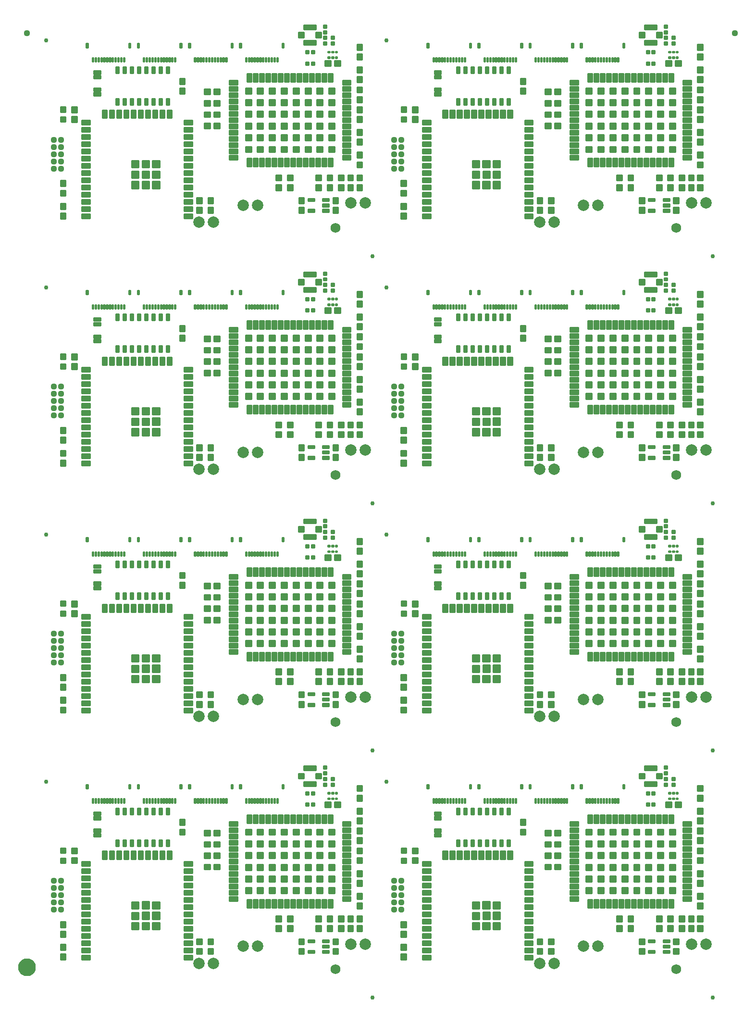
<source format=gts>
G04 EAGLE Gerber RS-274X export*
G75*
%MOMM*%
%FSLAX34Y34*%
%LPD*%
%INSoldermask Top*%
%IPPOS*%
%AMOC8*
5,1,8,0,0,1.08239X$1,22.5*%
G01*
%ADD10C,0.762000*%
%ADD11C,0.428259*%
%ADD12C,0.225400*%
%ADD13C,0.224709*%
%ADD14C,0.220859*%
%ADD15C,2.006600*%
%ADD16C,0.225369*%
%ADD17C,0.230578*%
%ADD18C,0.226609*%
%ADD19C,0.223409*%
%ADD20C,0.225938*%
%ADD21C,0.233119*%
%ADD22C,0.228600*%
%ADD23C,1.727000*%
%ADD24C,1.127000*%
%ADD25C,0.228500*%
%ADD26C,1.270000*%
%ADD27C,1.627000*%


D10*
X582500Y10000D03*
X7500Y390000D03*
D11*
X34006Y254724D02*
X40994Y254724D01*
X40994Y247736D01*
X34006Y247736D01*
X34006Y254724D01*
X34006Y251805D02*
X40994Y251805D01*
X40994Y272264D02*
X34006Y272264D01*
X40994Y272264D02*
X40994Y265276D01*
X34006Y265276D01*
X34006Y272264D01*
X34006Y269345D02*
X40994Y269345D01*
D12*
X52992Y273508D02*
X52992Y263492D01*
X52992Y273508D02*
X62008Y273508D01*
X62008Y263492D01*
X52992Y263492D01*
X52992Y265633D02*
X62008Y265633D01*
X62008Y267774D02*
X52992Y267774D01*
X52992Y269915D02*
X62008Y269915D01*
X62008Y272056D02*
X52992Y272056D01*
X52992Y256508D02*
X52992Y246492D01*
X52992Y256508D02*
X62008Y256508D01*
X62008Y246492D01*
X52992Y246492D01*
X52992Y248633D02*
X62008Y248633D01*
X62008Y250774D02*
X52992Y250774D01*
X52992Y252915D02*
X62008Y252915D01*
X62008Y255056D02*
X52992Y255056D01*
X512008Y136508D02*
X512008Y126492D01*
X502992Y126492D01*
X502992Y136508D01*
X512008Y136508D01*
X512008Y128633D02*
X502992Y128633D01*
X502992Y130774D02*
X512008Y130774D01*
X512008Y132915D02*
X502992Y132915D01*
X502992Y135056D02*
X512008Y135056D01*
X512008Y143492D02*
X512008Y153508D01*
X512008Y143492D02*
X502992Y143492D01*
X502992Y153508D01*
X512008Y153508D01*
X512008Y145633D02*
X502992Y145633D01*
X502992Y147774D02*
X512008Y147774D01*
X512008Y149915D02*
X502992Y149915D01*
X502992Y152056D02*
X512008Y152056D01*
X492008Y136508D02*
X492008Y126492D01*
X482992Y126492D01*
X482992Y136508D01*
X492008Y136508D01*
X492008Y128633D02*
X482992Y128633D01*
X482992Y130774D02*
X492008Y130774D01*
X492008Y132915D02*
X482992Y132915D01*
X482992Y135056D02*
X492008Y135056D01*
X492008Y143492D02*
X492008Y153508D01*
X492008Y143492D02*
X482992Y143492D01*
X482992Y153508D01*
X492008Y153508D01*
X492008Y145633D02*
X482992Y145633D01*
X482992Y147774D02*
X492008Y147774D01*
X492008Y149915D02*
X482992Y149915D01*
X482992Y152056D02*
X492008Y152056D01*
D13*
X505238Y317388D02*
X505238Y331612D01*
X512762Y331612D01*
X512762Y317388D01*
X505238Y317388D01*
X505238Y319523D02*
X512762Y319523D01*
X512762Y321658D02*
X505238Y321658D01*
X505238Y323793D02*
X512762Y323793D01*
X512762Y325928D02*
X505238Y325928D01*
X505238Y328063D02*
X512762Y328063D01*
X512762Y330198D02*
X505238Y330198D01*
X494238Y331612D02*
X494238Y317388D01*
X494238Y331612D02*
X501762Y331612D01*
X501762Y317388D01*
X494238Y317388D01*
X494238Y319523D02*
X501762Y319523D01*
X501762Y321658D02*
X494238Y321658D01*
X494238Y323793D02*
X501762Y323793D01*
X501762Y325928D02*
X494238Y325928D01*
X494238Y328063D02*
X501762Y328063D01*
X501762Y330198D02*
X494238Y330198D01*
X483238Y331612D02*
X483238Y317388D01*
X483238Y331612D02*
X490762Y331612D01*
X490762Y317388D01*
X483238Y317388D01*
X483238Y319523D02*
X490762Y319523D01*
X490762Y321658D02*
X483238Y321658D01*
X483238Y323793D02*
X490762Y323793D01*
X490762Y325928D02*
X483238Y325928D01*
X483238Y328063D02*
X490762Y328063D01*
X490762Y330198D02*
X483238Y330198D01*
X472238Y331612D02*
X472238Y317388D01*
X472238Y331612D02*
X479762Y331612D01*
X479762Y317388D01*
X472238Y317388D01*
X472238Y319523D02*
X479762Y319523D01*
X479762Y321658D02*
X472238Y321658D01*
X472238Y323793D02*
X479762Y323793D01*
X479762Y325928D02*
X472238Y325928D01*
X472238Y328063D02*
X479762Y328063D01*
X479762Y330198D02*
X472238Y330198D01*
X461238Y331612D02*
X461238Y317388D01*
X461238Y331612D02*
X468762Y331612D01*
X468762Y317388D01*
X461238Y317388D01*
X461238Y319523D02*
X468762Y319523D01*
X468762Y321658D02*
X461238Y321658D01*
X461238Y323793D02*
X468762Y323793D01*
X468762Y325928D02*
X461238Y325928D01*
X461238Y328063D02*
X468762Y328063D01*
X468762Y330198D02*
X461238Y330198D01*
X450238Y331612D02*
X450238Y317388D01*
X450238Y331612D02*
X457762Y331612D01*
X457762Y317388D01*
X450238Y317388D01*
X450238Y319523D02*
X457762Y319523D01*
X457762Y321658D02*
X450238Y321658D01*
X450238Y323793D02*
X457762Y323793D01*
X457762Y325928D02*
X450238Y325928D01*
X450238Y328063D02*
X457762Y328063D01*
X457762Y330198D02*
X450238Y330198D01*
X439238Y331612D02*
X439238Y317388D01*
X439238Y331612D02*
X446762Y331612D01*
X446762Y317388D01*
X439238Y317388D01*
X439238Y319523D02*
X446762Y319523D01*
X446762Y321658D02*
X439238Y321658D01*
X439238Y323793D02*
X446762Y323793D01*
X446762Y325928D02*
X439238Y325928D01*
X439238Y328063D02*
X446762Y328063D01*
X446762Y330198D02*
X439238Y330198D01*
X428238Y331612D02*
X428238Y317388D01*
X428238Y331612D02*
X435762Y331612D01*
X435762Y317388D01*
X428238Y317388D01*
X428238Y319523D02*
X435762Y319523D01*
X435762Y321658D02*
X428238Y321658D01*
X428238Y323793D02*
X435762Y323793D01*
X435762Y325928D02*
X428238Y325928D01*
X428238Y328063D02*
X435762Y328063D01*
X435762Y330198D02*
X428238Y330198D01*
X417238Y331612D02*
X417238Y317388D01*
X417238Y331612D02*
X424762Y331612D01*
X424762Y317388D01*
X417238Y317388D01*
X417238Y319523D02*
X424762Y319523D01*
X424762Y321658D02*
X417238Y321658D01*
X417238Y323793D02*
X424762Y323793D01*
X424762Y325928D02*
X417238Y325928D01*
X417238Y328063D02*
X424762Y328063D01*
X424762Y330198D02*
X417238Y330198D01*
X406238Y331612D02*
X406238Y317388D01*
X406238Y331612D02*
X413762Y331612D01*
X413762Y317388D01*
X406238Y317388D01*
X406238Y319523D02*
X413762Y319523D01*
X413762Y321658D02*
X406238Y321658D01*
X406238Y323793D02*
X413762Y323793D01*
X413762Y325928D02*
X406238Y325928D01*
X406238Y328063D02*
X413762Y328063D01*
X413762Y330198D02*
X406238Y330198D01*
X395238Y331612D02*
X395238Y317388D01*
X395238Y331612D02*
X402762Y331612D01*
X402762Y317388D01*
X395238Y317388D01*
X395238Y319523D02*
X402762Y319523D01*
X402762Y321658D02*
X395238Y321658D01*
X395238Y323793D02*
X402762Y323793D01*
X402762Y325928D02*
X395238Y325928D01*
X395238Y328063D02*
X402762Y328063D01*
X402762Y330198D02*
X395238Y330198D01*
X384238Y331612D02*
X384238Y317388D01*
X384238Y331612D02*
X391762Y331612D01*
X391762Y317388D01*
X384238Y317388D01*
X384238Y319523D02*
X391762Y319523D01*
X391762Y321658D02*
X384238Y321658D01*
X384238Y323793D02*
X391762Y323793D01*
X391762Y325928D02*
X384238Y325928D01*
X384238Y328063D02*
X391762Y328063D01*
X391762Y330198D02*
X384238Y330198D01*
X373238Y331612D02*
X373238Y317388D01*
X373238Y331612D02*
X380762Y331612D01*
X380762Y317388D01*
X373238Y317388D01*
X373238Y319523D02*
X380762Y319523D01*
X380762Y321658D02*
X373238Y321658D01*
X373238Y323793D02*
X380762Y323793D01*
X380762Y325928D02*
X373238Y325928D01*
X373238Y328063D02*
X380762Y328063D01*
X380762Y330198D02*
X373238Y330198D01*
X362238Y331612D02*
X362238Y317388D01*
X362238Y331612D02*
X369762Y331612D01*
X369762Y317388D01*
X362238Y317388D01*
X362238Y319523D02*
X369762Y319523D01*
X369762Y321658D02*
X362238Y321658D01*
X362238Y323793D02*
X369762Y323793D01*
X369762Y325928D02*
X362238Y325928D01*
X362238Y328063D02*
X369762Y328063D01*
X369762Y330198D02*
X362238Y330198D01*
X345112Y319762D02*
X330888Y319762D01*
X345112Y319762D02*
X345112Y312238D01*
X330888Y312238D01*
X330888Y319762D01*
X330888Y314373D02*
X345112Y314373D01*
X345112Y316508D02*
X330888Y316508D01*
X330888Y318643D02*
X345112Y318643D01*
X345112Y308762D02*
X330888Y308762D01*
X345112Y308762D02*
X345112Y301238D01*
X330888Y301238D01*
X330888Y308762D01*
X330888Y303373D02*
X345112Y303373D01*
X345112Y305508D02*
X330888Y305508D01*
X330888Y307643D02*
X345112Y307643D01*
X345112Y297762D02*
X330888Y297762D01*
X345112Y297762D02*
X345112Y290238D01*
X330888Y290238D01*
X330888Y297762D01*
X330888Y292373D02*
X345112Y292373D01*
X345112Y294508D02*
X330888Y294508D01*
X330888Y296643D02*
X345112Y296643D01*
X345112Y286762D02*
X330888Y286762D01*
X345112Y286762D02*
X345112Y279238D01*
X330888Y279238D01*
X330888Y286762D01*
X330888Y281373D02*
X345112Y281373D01*
X345112Y283508D02*
X330888Y283508D01*
X330888Y285643D02*
X345112Y285643D01*
X345112Y275762D02*
X330888Y275762D01*
X345112Y275762D02*
X345112Y268238D01*
X330888Y268238D01*
X330888Y275762D01*
X330888Y270373D02*
X345112Y270373D01*
X345112Y272508D02*
X330888Y272508D01*
X330888Y274643D02*
X345112Y274643D01*
X345112Y264762D02*
X330888Y264762D01*
X345112Y264762D02*
X345112Y257238D01*
X330888Y257238D01*
X330888Y264762D01*
X330888Y259373D02*
X345112Y259373D01*
X345112Y261508D02*
X330888Y261508D01*
X330888Y263643D02*
X345112Y263643D01*
X345112Y253762D02*
X330888Y253762D01*
X345112Y253762D02*
X345112Y246238D01*
X330888Y246238D01*
X330888Y253762D01*
X330888Y248373D02*
X345112Y248373D01*
X345112Y250508D02*
X330888Y250508D01*
X330888Y252643D02*
X345112Y252643D01*
X345112Y242762D02*
X330888Y242762D01*
X345112Y242762D02*
X345112Y235238D01*
X330888Y235238D01*
X330888Y242762D01*
X330888Y237373D02*
X345112Y237373D01*
X345112Y239508D02*
X330888Y239508D01*
X330888Y241643D02*
X345112Y241643D01*
X345112Y231762D02*
X330888Y231762D01*
X345112Y231762D02*
X345112Y224238D01*
X330888Y224238D01*
X330888Y231762D01*
X330888Y226373D02*
X345112Y226373D01*
X345112Y228508D02*
X330888Y228508D01*
X330888Y230643D02*
X345112Y230643D01*
X345112Y220762D02*
X330888Y220762D01*
X345112Y220762D02*
X345112Y213238D01*
X330888Y213238D01*
X330888Y220762D01*
X330888Y215373D02*
X345112Y215373D01*
X345112Y217508D02*
X330888Y217508D01*
X330888Y219643D02*
X345112Y219643D01*
X345112Y209762D02*
X330888Y209762D01*
X345112Y209762D02*
X345112Y202238D01*
X330888Y202238D01*
X330888Y209762D01*
X330888Y204373D02*
X345112Y204373D01*
X345112Y206508D02*
X330888Y206508D01*
X330888Y208643D02*
X345112Y208643D01*
X345112Y198762D02*
X330888Y198762D01*
X345112Y198762D02*
X345112Y191238D01*
X330888Y191238D01*
X330888Y198762D01*
X330888Y193373D02*
X345112Y193373D01*
X345112Y195508D02*
X330888Y195508D01*
X330888Y197643D02*
X345112Y197643D01*
X345112Y187762D02*
X330888Y187762D01*
X345112Y187762D02*
X345112Y180238D01*
X330888Y180238D01*
X330888Y187762D01*
X330888Y182373D02*
X345112Y182373D01*
X345112Y184508D02*
X330888Y184508D01*
X330888Y186643D02*
X345112Y186643D01*
X369762Y182612D02*
X369762Y168388D01*
X362238Y168388D01*
X362238Y182612D01*
X369762Y182612D01*
X369762Y170523D02*
X362238Y170523D01*
X362238Y172658D02*
X369762Y172658D01*
X369762Y174793D02*
X362238Y174793D01*
X362238Y176928D02*
X369762Y176928D01*
X369762Y179063D02*
X362238Y179063D01*
X362238Y181198D02*
X369762Y181198D01*
X380762Y182612D02*
X380762Y168388D01*
X373238Y168388D01*
X373238Y182612D01*
X380762Y182612D01*
X380762Y170523D02*
X373238Y170523D01*
X373238Y172658D02*
X380762Y172658D01*
X380762Y174793D02*
X373238Y174793D01*
X373238Y176928D02*
X380762Y176928D01*
X380762Y179063D02*
X373238Y179063D01*
X373238Y181198D02*
X380762Y181198D01*
X391762Y182612D02*
X391762Y168388D01*
X384238Y168388D01*
X384238Y182612D01*
X391762Y182612D01*
X391762Y170523D02*
X384238Y170523D01*
X384238Y172658D02*
X391762Y172658D01*
X391762Y174793D02*
X384238Y174793D01*
X384238Y176928D02*
X391762Y176928D01*
X391762Y179063D02*
X384238Y179063D01*
X384238Y181198D02*
X391762Y181198D01*
X402762Y182612D02*
X402762Y168388D01*
X395238Y168388D01*
X395238Y182612D01*
X402762Y182612D01*
X402762Y170523D02*
X395238Y170523D01*
X395238Y172658D02*
X402762Y172658D01*
X402762Y174793D02*
X395238Y174793D01*
X395238Y176928D02*
X402762Y176928D01*
X402762Y179063D02*
X395238Y179063D01*
X395238Y181198D02*
X402762Y181198D01*
X413762Y182612D02*
X413762Y168388D01*
X406238Y168388D01*
X406238Y182612D01*
X413762Y182612D01*
X413762Y170523D02*
X406238Y170523D01*
X406238Y172658D02*
X413762Y172658D01*
X413762Y174793D02*
X406238Y174793D01*
X406238Y176928D02*
X413762Y176928D01*
X413762Y179063D02*
X406238Y179063D01*
X406238Y181198D02*
X413762Y181198D01*
X424762Y182612D02*
X424762Y168388D01*
X417238Y168388D01*
X417238Y182612D01*
X424762Y182612D01*
X424762Y170523D02*
X417238Y170523D01*
X417238Y172658D02*
X424762Y172658D01*
X424762Y174793D02*
X417238Y174793D01*
X417238Y176928D02*
X424762Y176928D01*
X424762Y179063D02*
X417238Y179063D01*
X417238Y181198D02*
X424762Y181198D01*
X435762Y182612D02*
X435762Y168388D01*
X428238Y168388D01*
X428238Y182612D01*
X435762Y182612D01*
X435762Y170523D02*
X428238Y170523D01*
X428238Y172658D02*
X435762Y172658D01*
X435762Y174793D02*
X428238Y174793D01*
X428238Y176928D02*
X435762Y176928D01*
X435762Y179063D02*
X428238Y179063D01*
X428238Y181198D02*
X435762Y181198D01*
X446762Y182612D02*
X446762Y168388D01*
X439238Y168388D01*
X439238Y182612D01*
X446762Y182612D01*
X446762Y170523D02*
X439238Y170523D01*
X439238Y172658D02*
X446762Y172658D01*
X446762Y174793D02*
X439238Y174793D01*
X439238Y176928D02*
X446762Y176928D01*
X446762Y179063D02*
X439238Y179063D01*
X439238Y181198D02*
X446762Y181198D01*
X457762Y182612D02*
X457762Y168388D01*
X450238Y168388D01*
X450238Y182612D01*
X457762Y182612D01*
X457762Y170523D02*
X450238Y170523D01*
X450238Y172658D02*
X457762Y172658D01*
X457762Y174793D02*
X450238Y174793D01*
X450238Y176928D02*
X457762Y176928D01*
X457762Y179063D02*
X450238Y179063D01*
X450238Y181198D02*
X457762Y181198D01*
X468762Y182612D02*
X468762Y168388D01*
X461238Y168388D01*
X461238Y182612D01*
X468762Y182612D01*
X468762Y170523D02*
X461238Y170523D01*
X461238Y172658D02*
X468762Y172658D01*
X468762Y174793D02*
X461238Y174793D01*
X461238Y176928D02*
X468762Y176928D01*
X468762Y179063D02*
X461238Y179063D01*
X461238Y181198D02*
X468762Y181198D01*
X479762Y182612D02*
X479762Y168388D01*
X472238Y168388D01*
X472238Y182612D01*
X479762Y182612D01*
X479762Y170523D02*
X472238Y170523D01*
X472238Y172658D02*
X479762Y172658D01*
X479762Y174793D02*
X472238Y174793D01*
X472238Y176928D02*
X479762Y176928D01*
X479762Y179063D02*
X472238Y179063D01*
X472238Y181198D02*
X479762Y181198D01*
X490762Y182612D02*
X490762Y168388D01*
X483238Y168388D01*
X483238Y182612D01*
X490762Y182612D01*
X490762Y170523D02*
X483238Y170523D01*
X483238Y172658D02*
X490762Y172658D01*
X490762Y174793D02*
X483238Y174793D01*
X483238Y176928D02*
X490762Y176928D01*
X490762Y179063D02*
X483238Y179063D01*
X483238Y181198D02*
X490762Y181198D01*
X501762Y182612D02*
X501762Y168388D01*
X494238Y168388D01*
X494238Y182612D01*
X501762Y182612D01*
X501762Y170523D02*
X494238Y170523D01*
X494238Y172658D02*
X501762Y172658D01*
X501762Y174793D02*
X494238Y174793D01*
X494238Y176928D02*
X501762Y176928D01*
X501762Y179063D02*
X494238Y179063D01*
X494238Y181198D02*
X501762Y181198D01*
X512762Y182612D02*
X512762Y168388D01*
X505238Y168388D01*
X505238Y182612D01*
X512762Y182612D01*
X512762Y170523D02*
X505238Y170523D01*
X505238Y172658D02*
X512762Y172658D01*
X512762Y174793D02*
X505238Y174793D01*
X505238Y176928D02*
X512762Y176928D01*
X512762Y179063D02*
X505238Y179063D01*
X505238Y181198D02*
X512762Y181198D01*
X529888Y180238D02*
X544112Y180238D01*
X529888Y180238D02*
X529888Y187762D01*
X544112Y187762D01*
X544112Y180238D01*
X544112Y182373D02*
X529888Y182373D01*
X529888Y184508D02*
X544112Y184508D01*
X544112Y186643D02*
X529888Y186643D01*
X529888Y191238D02*
X544112Y191238D01*
X529888Y191238D02*
X529888Y198762D01*
X544112Y198762D01*
X544112Y191238D01*
X544112Y193373D02*
X529888Y193373D01*
X529888Y195508D02*
X544112Y195508D01*
X544112Y197643D02*
X529888Y197643D01*
X529888Y202238D02*
X544112Y202238D01*
X529888Y202238D02*
X529888Y209762D01*
X544112Y209762D01*
X544112Y202238D01*
X544112Y204373D02*
X529888Y204373D01*
X529888Y206508D02*
X544112Y206508D01*
X544112Y208643D02*
X529888Y208643D01*
X529888Y213238D02*
X544112Y213238D01*
X529888Y213238D02*
X529888Y220762D01*
X544112Y220762D01*
X544112Y213238D01*
X544112Y215373D02*
X529888Y215373D01*
X529888Y217508D02*
X544112Y217508D01*
X544112Y219643D02*
X529888Y219643D01*
X529888Y224238D02*
X544112Y224238D01*
X529888Y224238D02*
X529888Y231762D01*
X544112Y231762D01*
X544112Y224238D01*
X544112Y226373D02*
X529888Y226373D01*
X529888Y228508D02*
X544112Y228508D01*
X544112Y230643D02*
X529888Y230643D01*
X529888Y235238D02*
X544112Y235238D01*
X529888Y235238D02*
X529888Y242762D01*
X544112Y242762D01*
X544112Y235238D01*
X544112Y237373D02*
X529888Y237373D01*
X529888Y239508D02*
X544112Y239508D01*
X544112Y241643D02*
X529888Y241643D01*
X529888Y246238D02*
X544112Y246238D01*
X529888Y246238D02*
X529888Y253762D01*
X544112Y253762D01*
X544112Y246238D01*
X544112Y248373D02*
X529888Y248373D01*
X529888Y250508D02*
X544112Y250508D01*
X544112Y252643D02*
X529888Y252643D01*
X529888Y257238D02*
X544112Y257238D01*
X529888Y257238D02*
X529888Y264762D01*
X544112Y264762D01*
X544112Y257238D01*
X544112Y259373D02*
X529888Y259373D01*
X529888Y261508D02*
X544112Y261508D01*
X544112Y263643D02*
X529888Y263643D01*
X529888Y268238D02*
X544112Y268238D01*
X529888Y268238D02*
X529888Y275762D01*
X544112Y275762D01*
X544112Y268238D01*
X544112Y270373D02*
X529888Y270373D01*
X529888Y272508D02*
X544112Y272508D01*
X544112Y274643D02*
X529888Y274643D01*
X529888Y279238D02*
X544112Y279238D01*
X529888Y279238D02*
X529888Y286762D01*
X544112Y286762D01*
X544112Y279238D01*
X544112Y281373D02*
X529888Y281373D01*
X529888Y283508D02*
X544112Y283508D01*
X544112Y285643D02*
X529888Y285643D01*
X529888Y290238D02*
X544112Y290238D01*
X529888Y290238D02*
X529888Y297762D01*
X544112Y297762D01*
X544112Y290238D01*
X544112Y292373D02*
X529888Y292373D01*
X529888Y294508D02*
X544112Y294508D01*
X544112Y296643D02*
X529888Y296643D01*
X529888Y301238D02*
X544112Y301238D01*
X529888Y301238D02*
X529888Y308762D01*
X544112Y308762D01*
X544112Y301238D01*
X544112Y303373D02*
X529888Y303373D01*
X529888Y305508D02*
X544112Y305508D01*
X544112Y307643D02*
X529888Y307643D01*
X529888Y312238D02*
X544112Y312238D01*
X529888Y312238D02*
X529888Y319762D01*
X544112Y319762D01*
X544112Y312238D01*
X544112Y314373D02*
X529888Y314373D01*
X529888Y316508D02*
X544112Y316508D01*
X544112Y318643D02*
X529888Y318643D01*
D14*
X453031Y265531D02*
X442969Y265531D01*
X453031Y265531D02*
X453031Y255469D01*
X442969Y255469D01*
X442969Y265531D01*
X442969Y257568D02*
X453031Y257568D01*
X453031Y259667D02*
X442969Y259667D01*
X442969Y261766D02*
X453031Y261766D01*
X453031Y263865D02*
X442969Y263865D01*
X463969Y265531D02*
X474031Y265531D01*
X474031Y255469D01*
X463969Y255469D01*
X463969Y265531D01*
X463969Y257568D02*
X474031Y257568D01*
X474031Y259667D02*
X463969Y259667D01*
X463969Y261766D02*
X474031Y261766D01*
X474031Y263865D02*
X463969Y263865D01*
X484969Y265531D02*
X495031Y265531D01*
X495031Y255469D01*
X484969Y255469D01*
X484969Y265531D01*
X484969Y257568D02*
X495031Y257568D01*
X495031Y259667D02*
X484969Y259667D01*
X484969Y261766D02*
X495031Y261766D01*
X495031Y263865D02*
X484969Y263865D01*
X505969Y265531D02*
X516031Y265531D01*
X516031Y255469D01*
X505969Y255469D01*
X505969Y265531D01*
X505969Y257568D02*
X516031Y257568D01*
X516031Y259667D02*
X505969Y259667D01*
X505969Y261766D02*
X516031Y261766D01*
X516031Y263865D02*
X505969Y263865D01*
X453031Y286031D02*
X442969Y286031D01*
X453031Y286031D02*
X453031Y275969D01*
X442969Y275969D01*
X442969Y286031D01*
X442969Y278068D02*
X453031Y278068D01*
X453031Y280167D02*
X442969Y280167D01*
X442969Y282266D02*
X453031Y282266D01*
X453031Y284365D02*
X442969Y284365D01*
X463969Y286031D02*
X474031Y286031D01*
X474031Y275969D01*
X463969Y275969D01*
X463969Y286031D01*
X463969Y278068D02*
X474031Y278068D01*
X474031Y280167D02*
X463969Y280167D01*
X463969Y282266D02*
X474031Y282266D01*
X474031Y284365D02*
X463969Y284365D01*
X484969Y286031D02*
X495031Y286031D01*
X495031Y275969D01*
X484969Y275969D01*
X484969Y286031D01*
X484969Y278068D02*
X495031Y278068D01*
X495031Y280167D02*
X484969Y280167D01*
X484969Y282266D02*
X495031Y282266D01*
X495031Y284365D02*
X484969Y284365D01*
X505969Y286031D02*
X516031Y286031D01*
X516031Y275969D01*
X505969Y275969D01*
X505969Y286031D01*
X505969Y278068D02*
X516031Y278068D01*
X516031Y280167D02*
X505969Y280167D01*
X505969Y282266D02*
X516031Y282266D01*
X516031Y284365D02*
X505969Y284365D01*
X453031Y306531D02*
X442969Y306531D01*
X453031Y306531D02*
X453031Y296469D01*
X442969Y296469D01*
X442969Y306531D01*
X442969Y298568D02*
X453031Y298568D01*
X453031Y300667D02*
X442969Y300667D01*
X442969Y302766D02*
X453031Y302766D01*
X453031Y304865D02*
X442969Y304865D01*
X463969Y306531D02*
X474031Y306531D01*
X474031Y296469D01*
X463969Y296469D01*
X463969Y306531D01*
X463969Y298568D02*
X474031Y298568D01*
X474031Y300667D02*
X463969Y300667D01*
X463969Y302766D02*
X474031Y302766D01*
X474031Y304865D02*
X463969Y304865D01*
X484969Y306531D02*
X495031Y306531D01*
X495031Y296469D01*
X484969Y296469D01*
X484969Y306531D01*
X484969Y298568D02*
X495031Y298568D01*
X495031Y300667D02*
X484969Y300667D01*
X484969Y302766D02*
X495031Y302766D01*
X495031Y304865D02*
X484969Y304865D01*
X505969Y306531D02*
X516031Y306531D01*
X516031Y296469D01*
X505969Y296469D01*
X505969Y306531D01*
X505969Y298568D02*
X516031Y298568D01*
X516031Y300667D02*
X505969Y300667D01*
X505969Y302766D02*
X516031Y302766D01*
X516031Y304865D02*
X505969Y304865D01*
X453031Y203531D02*
X442969Y203531D01*
X453031Y203531D02*
X453031Y193469D01*
X442969Y193469D01*
X442969Y203531D01*
X442969Y195568D02*
X453031Y195568D01*
X453031Y197667D02*
X442969Y197667D01*
X442969Y199766D02*
X453031Y199766D01*
X453031Y201865D02*
X442969Y201865D01*
X463969Y203531D02*
X474031Y203531D01*
X474031Y193469D01*
X463969Y193469D01*
X463969Y203531D01*
X463969Y195568D02*
X474031Y195568D01*
X474031Y197667D02*
X463969Y197667D01*
X463969Y199766D02*
X474031Y199766D01*
X474031Y201865D02*
X463969Y201865D01*
X484969Y203531D02*
X495031Y203531D01*
X495031Y193469D01*
X484969Y193469D01*
X484969Y203531D01*
X484969Y195568D02*
X495031Y195568D01*
X495031Y197667D02*
X484969Y197667D01*
X484969Y199766D02*
X495031Y199766D01*
X495031Y201865D02*
X484969Y201865D01*
X505969Y203531D02*
X516031Y203531D01*
X516031Y193469D01*
X505969Y193469D01*
X505969Y203531D01*
X505969Y195568D02*
X516031Y195568D01*
X516031Y197667D02*
X505969Y197667D01*
X505969Y199766D02*
X516031Y199766D01*
X516031Y201865D02*
X505969Y201865D01*
X453031Y224031D02*
X442969Y224031D01*
X453031Y224031D02*
X453031Y213969D01*
X442969Y213969D01*
X442969Y224031D01*
X442969Y216068D02*
X453031Y216068D01*
X453031Y218167D02*
X442969Y218167D01*
X442969Y220266D02*
X453031Y220266D01*
X453031Y222365D02*
X442969Y222365D01*
X463969Y224031D02*
X474031Y224031D01*
X474031Y213969D01*
X463969Y213969D01*
X463969Y224031D01*
X463969Y216068D02*
X474031Y216068D01*
X474031Y218167D02*
X463969Y218167D01*
X463969Y220266D02*
X474031Y220266D01*
X474031Y222365D02*
X463969Y222365D01*
X484969Y224031D02*
X495031Y224031D01*
X495031Y213969D01*
X484969Y213969D01*
X484969Y224031D01*
X484969Y216068D02*
X495031Y216068D01*
X495031Y218167D02*
X484969Y218167D01*
X484969Y220266D02*
X495031Y220266D01*
X495031Y222365D02*
X484969Y222365D01*
X505969Y224031D02*
X516031Y224031D01*
X516031Y213969D01*
X505969Y213969D01*
X505969Y224031D01*
X505969Y216068D02*
X516031Y216068D01*
X516031Y218167D02*
X505969Y218167D01*
X505969Y220266D02*
X516031Y220266D01*
X516031Y222365D02*
X505969Y222365D01*
X453031Y244531D02*
X442969Y244531D01*
X453031Y244531D02*
X453031Y234469D01*
X442969Y234469D01*
X442969Y244531D01*
X442969Y236568D02*
X453031Y236568D01*
X453031Y238667D02*
X442969Y238667D01*
X442969Y240766D02*
X453031Y240766D01*
X453031Y242865D02*
X442969Y242865D01*
X463969Y244531D02*
X474031Y244531D01*
X474031Y234469D01*
X463969Y234469D01*
X463969Y244531D01*
X463969Y236568D02*
X474031Y236568D01*
X474031Y238667D02*
X463969Y238667D01*
X463969Y240766D02*
X474031Y240766D01*
X474031Y242865D02*
X463969Y242865D01*
X484969Y244531D02*
X495031Y244531D01*
X495031Y234469D01*
X484969Y234469D01*
X484969Y244531D01*
X484969Y236568D02*
X495031Y236568D01*
X495031Y238667D02*
X484969Y238667D01*
X484969Y240766D02*
X495031Y240766D01*
X495031Y242865D02*
X484969Y242865D01*
X505969Y244531D02*
X516031Y244531D01*
X516031Y234469D01*
X505969Y234469D01*
X505969Y244531D01*
X505969Y236568D02*
X516031Y236568D01*
X516031Y238667D02*
X505969Y238667D01*
X505969Y240766D02*
X516031Y240766D01*
X516031Y242865D02*
X505969Y242865D01*
X432031Y234469D02*
X421969Y234469D01*
X421969Y244531D01*
X432031Y244531D01*
X432031Y234469D01*
X432031Y236568D02*
X421969Y236568D01*
X421969Y238667D02*
X432031Y238667D01*
X432031Y240766D02*
X421969Y240766D01*
X421969Y242865D02*
X432031Y242865D01*
X411031Y234469D02*
X400969Y234469D01*
X400969Y244531D01*
X411031Y244531D01*
X411031Y234469D01*
X411031Y236568D02*
X400969Y236568D01*
X400969Y238667D02*
X411031Y238667D01*
X411031Y240766D02*
X400969Y240766D01*
X400969Y242865D02*
X411031Y242865D01*
X390031Y234469D02*
X379969Y234469D01*
X379969Y244531D01*
X390031Y244531D01*
X390031Y234469D01*
X390031Y236568D02*
X379969Y236568D01*
X379969Y238667D02*
X390031Y238667D01*
X390031Y240766D02*
X379969Y240766D01*
X379969Y242865D02*
X390031Y242865D01*
X369031Y234469D02*
X358969Y234469D01*
X358969Y244531D01*
X369031Y244531D01*
X369031Y234469D01*
X369031Y236568D02*
X358969Y236568D01*
X358969Y238667D02*
X369031Y238667D01*
X369031Y240766D02*
X358969Y240766D01*
X358969Y242865D02*
X369031Y242865D01*
X421969Y213969D02*
X432031Y213969D01*
X421969Y213969D02*
X421969Y224031D01*
X432031Y224031D01*
X432031Y213969D01*
X432031Y216068D02*
X421969Y216068D01*
X421969Y218167D02*
X432031Y218167D01*
X432031Y220266D02*
X421969Y220266D01*
X421969Y222365D02*
X432031Y222365D01*
X411031Y213969D02*
X400969Y213969D01*
X400969Y224031D01*
X411031Y224031D01*
X411031Y213969D01*
X411031Y216068D02*
X400969Y216068D01*
X400969Y218167D02*
X411031Y218167D01*
X411031Y220266D02*
X400969Y220266D01*
X400969Y222365D02*
X411031Y222365D01*
X390031Y213969D02*
X379969Y213969D01*
X379969Y224031D01*
X390031Y224031D01*
X390031Y213969D01*
X390031Y216068D02*
X379969Y216068D01*
X379969Y218167D02*
X390031Y218167D01*
X390031Y220266D02*
X379969Y220266D01*
X379969Y222365D02*
X390031Y222365D01*
X369031Y213969D02*
X358969Y213969D01*
X358969Y224031D01*
X369031Y224031D01*
X369031Y213969D01*
X369031Y216068D02*
X358969Y216068D01*
X358969Y218167D02*
X369031Y218167D01*
X369031Y220266D02*
X358969Y220266D01*
X358969Y222365D02*
X369031Y222365D01*
X421969Y193469D02*
X432031Y193469D01*
X421969Y193469D02*
X421969Y203531D01*
X432031Y203531D01*
X432031Y193469D01*
X432031Y195568D02*
X421969Y195568D01*
X421969Y197667D02*
X432031Y197667D01*
X432031Y199766D02*
X421969Y199766D01*
X421969Y201865D02*
X432031Y201865D01*
X411031Y193469D02*
X400969Y193469D01*
X400969Y203531D01*
X411031Y203531D01*
X411031Y193469D01*
X411031Y195568D02*
X400969Y195568D01*
X400969Y197667D02*
X411031Y197667D01*
X411031Y199766D02*
X400969Y199766D01*
X400969Y201865D02*
X411031Y201865D01*
X390031Y193469D02*
X379969Y193469D01*
X379969Y203531D01*
X390031Y203531D01*
X390031Y193469D01*
X390031Y195568D02*
X379969Y195568D01*
X379969Y197667D02*
X390031Y197667D01*
X390031Y199766D02*
X379969Y199766D01*
X379969Y201865D02*
X390031Y201865D01*
X369031Y193469D02*
X358969Y193469D01*
X358969Y203531D01*
X369031Y203531D01*
X369031Y193469D01*
X369031Y195568D02*
X358969Y195568D01*
X358969Y197667D02*
X369031Y197667D01*
X369031Y199766D02*
X358969Y199766D01*
X358969Y201865D02*
X369031Y201865D01*
X421969Y296469D02*
X432031Y296469D01*
X421969Y296469D02*
X421969Y306531D01*
X432031Y306531D01*
X432031Y296469D01*
X432031Y298568D02*
X421969Y298568D01*
X421969Y300667D02*
X432031Y300667D01*
X432031Y302766D02*
X421969Y302766D01*
X421969Y304865D02*
X432031Y304865D01*
X411031Y296469D02*
X400969Y296469D01*
X400969Y306531D01*
X411031Y306531D01*
X411031Y296469D01*
X411031Y298568D02*
X400969Y298568D01*
X400969Y300667D02*
X411031Y300667D01*
X411031Y302766D02*
X400969Y302766D01*
X400969Y304865D02*
X411031Y304865D01*
X390031Y296469D02*
X379969Y296469D01*
X379969Y306531D01*
X390031Y306531D01*
X390031Y296469D01*
X390031Y298568D02*
X379969Y298568D01*
X379969Y300667D02*
X390031Y300667D01*
X390031Y302766D02*
X379969Y302766D01*
X379969Y304865D02*
X390031Y304865D01*
X369031Y296469D02*
X358969Y296469D01*
X358969Y306531D01*
X369031Y306531D01*
X369031Y296469D01*
X369031Y298568D02*
X358969Y298568D01*
X358969Y300667D02*
X369031Y300667D01*
X369031Y302766D02*
X358969Y302766D01*
X358969Y304865D02*
X369031Y304865D01*
X421969Y275969D02*
X432031Y275969D01*
X421969Y275969D02*
X421969Y286031D01*
X432031Y286031D01*
X432031Y275969D01*
X432031Y278068D02*
X421969Y278068D01*
X421969Y280167D02*
X432031Y280167D01*
X432031Y282266D02*
X421969Y282266D01*
X421969Y284365D02*
X432031Y284365D01*
X411031Y275969D02*
X400969Y275969D01*
X400969Y286031D01*
X411031Y286031D01*
X411031Y275969D01*
X411031Y278068D02*
X400969Y278068D01*
X400969Y280167D02*
X411031Y280167D01*
X411031Y282266D02*
X400969Y282266D01*
X400969Y284365D02*
X411031Y284365D01*
X390031Y275969D02*
X379969Y275969D01*
X379969Y286031D01*
X390031Y286031D01*
X390031Y275969D01*
X390031Y278068D02*
X379969Y278068D01*
X379969Y280167D02*
X390031Y280167D01*
X390031Y282266D02*
X379969Y282266D01*
X379969Y284365D02*
X390031Y284365D01*
X369031Y275969D02*
X358969Y275969D01*
X358969Y286031D01*
X369031Y286031D01*
X369031Y275969D01*
X369031Y278068D02*
X358969Y278068D01*
X358969Y280167D02*
X369031Y280167D01*
X369031Y282266D02*
X358969Y282266D01*
X358969Y284365D02*
X369031Y284365D01*
X421969Y255469D02*
X432031Y255469D01*
X421969Y255469D02*
X421969Y265531D01*
X432031Y265531D01*
X432031Y255469D01*
X432031Y257568D02*
X421969Y257568D01*
X421969Y259667D02*
X432031Y259667D01*
X432031Y261766D02*
X421969Y261766D01*
X421969Y263865D02*
X432031Y263865D01*
X411031Y255469D02*
X400969Y255469D01*
X400969Y265531D01*
X411031Y265531D01*
X411031Y255469D01*
X411031Y257568D02*
X400969Y257568D01*
X400969Y259667D02*
X411031Y259667D01*
X411031Y261766D02*
X400969Y261766D01*
X400969Y263865D02*
X411031Y263865D01*
X390031Y255469D02*
X379969Y255469D01*
X379969Y265531D01*
X390031Y265531D01*
X390031Y255469D01*
X390031Y257568D02*
X379969Y257568D01*
X379969Y259667D02*
X390031Y259667D01*
X390031Y261766D02*
X379969Y261766D01*
X379969Y263865D02*
X390031Y263865D01*
X369031Y255469D02*
X358969Y255469D01*
X358969Y265531D01*
X369031Y265531D01*
X369031Y255469D01*
X369031Y257568D02*
X358969Y257568D01*
X358969Y259667D02*
X369031Y259667D01*
X369031Y261766D02*
X358969Y261766D01*
X358969Y263865D02*
X369031Y263865D01*
D12*
X412992Y153508D02*
X412992Y143492D01*
X412992Y153508D02*
X422008Y153508D01*
X422008Y143492D01*
X412992Y143492D01*
X412992Y145633D02*
X422008Y145633D01*
X422008Y147774D02*
X412992Y147774D01*
X412992Y149915D02*
X422008Y149915D01*
X422008Y152056D02*
X412992Y152056D01*
X412992Y136508D02*
X412992Y126492D01*
X412992Y136508D02*
X422008Y136508D01*
X422008Y126492D01*
X412992Y126492D01*
X412992Y128633D02*
X422008Y128633D01*
X422008Y130774D02*
X412992Y130774D01*
X412992Y132915D02*
X422008Y132915D01*
X422008Y135056D02*
X412992Y135056D01*
X442008Y136508D02*
X442008Y126492D01*
X432992Y126492D01*
X432992Y136508D01*
X442008Y136508D01*
X442008Y128633D02*
X432992Y128633D01*
X432992Y130774D02*
X442008Y130774D01*
X442008Y132915D02*
X432992Y132915D01*
X432992Y135056D02*
X442008Y135056D01*
X442008Y143492D02*
X442008Y153508D01*
X442008Y143492D02*
X432992Y143492D01*
X432992Y153508D01*
X442008Y153508D01*
X442008Y145633D02*
X432992Y145633D01*
X432992Y147774D02*
X442008Y147774D01*
X442008Y149915D02*
X432992Y149915D01*
X432992Y152056D02*
X442008Y152056D01*
X522992Y153508D02*
X522992Y143492D01*
X522992Y153508D02*
X532008Y153508D01*
X532008Y143492D01*
X522992Y143492D01*
X522992Y145633D02*
X532008Y145633D01*
X532008Y147774D02*
X522992Y147774D01*
X522992Y149915D02*
X532008Y149915D01*
X532008Y152056D02*
X522992Y152056D01*
X522992Y136508D02*
X522992Y126492D01*
X522992Y136508D02*
X532008Y136508D01*
X532008Y126492D01*
X522992Y126492D01*
X522992Y128633D02*
X532008Y128633D01*
X532008Y130774D02*
X522992Y130774D01*
X522992Y132915D02*
X532008Y132915D01*
X532008Y135056D02*
X522992Y135056D01*
X302008Y96508D02*
X302008Y86492D01*
X292992Y86492D01*
X292992Y96508D01*
X302008Y96508D01*
X302008Y88633D02*
X292992Y88633D01*
X292992Y90774D02*
X302008Y90774D01*
X302008Y92915D02*
X292992Y92915D01*
X292992Y95056D02*
X302008Y95056D01*
X302008Y103492D02*
X302008Y113508D01*
X302008Y103492D02*
X292992Y103492D01*
X292992Y113508D01*
X302008Y113508D01*
X302008Y105633D02*
X292992Y105633D01*
X292992Y107774D02*
X302008Y107774D01*
X302008Y109915D02*
X292992Y109915D01*
X292992Y112056D02*
X302008Y112056D01*
X282008Y96508D02*
X282008Y86492D01*
X272992Y86492D01*
X272992Y96508D01*
X282008Y96508D01*
X282008Y88633D02*
X272992Y88633D01*
X272992Y90774D02*
X282008Y90774D01*
X282008Y92915D02*
X272992Y92915D01*
X272992Y95056D02*
X282008Y95056D01*
X282008Y103492D02*
X282008Y113508D01*
X282008Y103492D02*
X272992Y103492D01*
X272992Y113508D01*
X282008Y113508D01*
X282008Y105633D02*
X272992Y105633D01*
X272992Y107774D02*
X282008Y107774D01*
X282008Y109915D02*
X272992Y109915D01*
X272992Y112056D02*
X282008Y112056D01*
D15*
X277500Y70000D03*
X302900Y70000D03*
D12*
X522008Y86492D02*
X522008Y96508D01*
X522008Y86492D02*
X512992Y86492D01*
X512992Y96508D01*
X522008Y96508D01*
X522008Y88633D02*
X512992Y88633D01*
X512992Y90774D02*
X522008Y90774D01*
X522008Y92915D02*
X512992Y92915D01*
X512992Y95056D02*
X522008Y95056D01*
X522008Y103492D02*
X522008Y113508D01*
X522008Y103492D02*
X512992Y103492D01*
X512992Y113508D01*
X522008Y113508D01*
X522008Y105633D02*
X512992Y105633D01*
X512992Y107774D02*
X522008Y107774D01*
X522008Y109915D02*
X512992Y109915D01*
X512992Y112056D02*
X522008Y112056D01*
X452992Y113508D02*
X452992Y103492D01*
X452992Y113508D02*
X462008Y113508D01*
X462008Y103492D01*
X452992Y103492D01*
X452992Y105633D02*
X462008Y105633D01*
X462008Y107774D02*
X452992Y107774D01*
X452992Y109915D02*
X462008Y109915D01*
X462008Y112056D02*
X452992Y112056D01*
X452992Y96508D02*
X452992Y86492D01*
X452992Y96508D02*
X462008Y96508D01*
X462008Y86492D01*
X452992Y86492D01*
X452992Y88633D02*
X462008Y88633D01*
X462008Y90774D02*
X452992Y90774D01*
X452992Y92915D02*
X462008Y92915D01*
X462008Y95056D02*
X452992Y95056D01*
D15*
X380200Y100000D03*
X354800Y100000D03*
D16*
X224458Y343508D02*
X219442Y343508D01*
X224458Y343508D02*
X224458Y332492D01*
X219442Y332492D01*
X219442Y343508D01*
X219442Y334633D02*
X224458Y334633D01*
X224458Y336774D02*
X219442Y336774D01*
X219442Y338915D02*
X224458Y338915D01*
X224458Y341056D02*
X219442Y341056D01*
X219442Y343197D02*
X224458Y343197D01*
X211758Y343508D02*
X206742Y343508D01*
X211758Y343508D02*
X211758Y332492D01*
X206742Y332492D01*
X206742Y343508D01*
X206742Y334633D02*
X211758Y334633D01*
X211758Y336774D02*
X206742Y336774D01*
X206742Y338915D02*
X211758Y338915D01*
X211758Y341056D02*
X206742Y341056D01*
X206742Y343197D02*
X211758Y343197D01*
X199058Y343508D02*
X194042Y343508D01*
X199058Y343508D02*
X199058Y332492D01*
X194042Y332492D01*
X194042Y343508D01*
X194042Y334633D02*
X199058Y334633D01*
X199058Y336774D02*
X194042Y336774D01*
X194042Y338915D02*
X199058Y338915D01*
X199058Y341056D02*
X194042Y341056D01*
X194042Y343197D02*
X199058Y343197D01*
X186358Y343508D02*
X181342Y343508D01*
X186358Y343508D02*
X186358Y332492D01*
X181342Y332492D01*
X181342Y343508D01*
X181342Y334633D02*
X186358Y334633D01*
X186358Y336774D02*
X181342Y336774D01*
X181342Y338915D02*
X186358Y338915D01*
X186358Y341056D02*
X181342Y341056D01*
X181342Y343197D02*
X186358Y343197D01*
X173658Y343508D02*
X168642Y343508D01*
X173658Y343508D02*
X173658Y332492D01*
X168642Y332492D01*
X168642Y343508D01*
X168642Y334633D02*
X173658Y334633D01*
X173658Y336774D02*
X168642Y336774D01*
X168642Y338915D02*
X173658Y338915D01*
X173658Y341056D02*
X168642Y341056D01*
X168642Y343197D02*
X173658Y343197D01*
X160958Y343508D02*
X155942Y343508D01*
X160958Y343508D02*
X160958Y332492D01*
X155942Y332492D01*
X155942Y343508D01*
X155942Y334633D02*
X160958Y334633D01*
X160958Y336774D02*
X155942Y336774D01*
X155942Y338915D02*
X160958Y338915D01*
X160958Y341056D02*
X155942Y341056D01*
X155942Y343197D02*
X160958Y343197D01*
X148258Y343508D02*
X143242Y343508D01*
X148258Y343508D02*
X148258Y332492D01*
X143242Y332492D01*
X143242Y343508D01*
X143242Y334633D02*
X148258Y334633D01*
X148258Y336774D02*
X143242Y336774D01*
X143242Y338915D02*
X148258Y338915D01*
X148258Y341056D02*
X143242Y341056D01*
X143242Y343197D02*
X148258Y343197D01*
X135558Y343508D02*
X130542Y343508D01*
X135558Y343508D02*
X135558Y332492D01*
X130542Y332492D01*
X130542Y343508D01*
X130542Y334633D02*
X135558Y334633D01*
X135558Y336774D02*
X130542Y336774D01*
X130542Y338915D02*
X135558Y338915D01*
X135558Y341056D02*
X130542Y341056D01*
X130542Y343197D02*
X135558Y343197D01*
X135558Y287508D02*
X130542Y287508D01*
X135558Y287508D02*
X135558Y276492D01*
X130542Y276492D01*
X130542Y287508D01*
X130542Y278633D02*
X135558Y278633D01*
X135558Y280774D02*
X130542Y280774D01*
X130542Y282915D02*
X135558Y282915D01*
X135558Y285056D02*
X130542Y285056D01*
X130542Y287197D02*
X135558Y287197D01*
X143242Y287508D02*
X148258Y287508D01*
X148258Y276492D01*
X143242Y276492D01*
X143242Y287508D01*
X143242Y278633D02*
X148258Y278633D01*
X148258Y280774D02*
X143242Y280774D01*
X143242Y282915D02*
X148258Y282915D01*
X148258Y285056D02*
X143242Y285056D01*
X143242Y287197D02*
X148258Y287197D01*
X155942Y287508D02*
X160958Y287508D01*
X160958Y276492D01*
X155942Y276492D01*
X155942Y287508D01*
X155942Y278633D02*
X160958Y278633D01*
X160958Y280774D02*
X155942Y280774D01*
X155942Y282915D02*
X160958Y282915D01*
X160958Y285056D02*
X155942Y285056D01*
X155942Y287197D02*
X160958Y287197D01*
X168642Y287508D02*
X173658Y287508D01*
X173658Y276492D01*
X168642Y276492D01*
X168642Y287508D01*
X168642Y278633D02*
X173658Y278633D01*
X173658Y280774D02*
X168642Y280774D01*
X168642Y282915D02*
X173658Y282915D01*
X173658Y285056D02*
X168642Y285056D01*
X168642Y287197D02*
X173658Y287197D01*
X181342Y287508D02*
X186358Y287508D01*
X186358Y276492D01*
X181342Y276492D01*
X181342Y287508D01*
X181342Y278633D02*
X186358Y278633D01*
X186358Y280774D02*
X181342Y280774D01*
X181342Y282915D02*
X186358Y282915D01*
X186358Y285056D02*
X181342Y285056D01*
X181342Y287197D02*
X186358Y287197D01*
X194042Y287508D02*
X199058Y287508D01*
X199058Y276492D01*
X194042Y276492D01*
X194042Y287508D01*
X194042Y278633D02*
X199058Y278633D01*
X199058Y280774D02*
X194042Y280774D01*
X194042Y282915D02*
X199058Y282915D01*
X199058Y285056D02*
X194042Y285056D01*
X194042Y287197D02*
X199058Y287197D01*
X206742Y287508D02*
X211758Y287508D01*
X211758Y276492D01*
X206742Y276492D01*
X206742Y287508D01*
X206742Y278633D02*
X211758Y278633D01*
X211758Y280774D02*
X206742Y280774D01*
X206742Y282915D02*
X211758Y282915D01*
X211758Y285056D02*
X206742Y285056D01*
X206742Y287197D02*
X211758Y287197D01*
X219442Y287508D02*
X224458Y287508D01*
X224458Y276492D01*
X219442Y276492D01*
X219442Y287508D01*
X219442Y278633D02*
X224458Y278633D01*
X224458Y280774D02*
X219442Y280774D01*
X219442Y282915D02*
X224458Y282915D01*
X224458Y285056D02*
X219442Y285056D01*
X219442Y287197D02*
X224458Y287197D01*
D12*
X252108Y296492D02*
X252108Y306508D01*
X252108Y296492D02*
X243092Y296492D01*
X243092Y306508D01*
X252108Y306508D01*
X252108Y298633D02*
X243092Y298633D01*
X243092Y300774D02*
X252108Y300774D01*
X252108Y302915D02*
X243092Y302915D01*
X243092Y305056D02*
X252108Y305056D01*
X252108Y313492D02*
X252108Y323508D01*
X252108Y313492D02*
X243092Y313492D01*
X243092Y323508D01*
X252108Y323508D01*
X252108Y315633D02*
X243092Y315633D01*
X243092Y317774D02*
X252108Y317774D01*
X252108Y319915D02*
X243092Y319915D01*
X243092Y322056D02*
X252108Y322056D01*
D17*
X145982Y359982D02*
X144018Y359982D01*
X145982Y359982D02*
X145982Y353018D01*
X144018Y353018D01*
X144018Y359982D01*
X144018Y355209D02*
X145982Y355209D01*
X145982Y357400D02*
X144018Y357400D01*
X144018Y359591D02*
X145982Y359591D01*
X140982Y359982D02*
X139018Y359982D01*
X140982Y359982D02*
X140982Y353018D01*
X139018Y353018D01*
X139018Y359982D01*
X139018Y355209D02*
X140982Y355209D01*
X140982Y357400D02*
X139018Y357400D01*
X139018Y359591D02*
X140982Y359591D01*
D18*
X153498Y385002D02*
X156502Y385002D01*
X156502Y377998D01*
X153498Y377998D01*
X153498Y385002D01*
X153498Y380151D02*
X156502Y380151D01*
X156502Y382304D02*
X153498Y382304D01*
X153498Y384457D02*
X156502Y384457D01*
X81502Y385002D02*
X78498Y385002D01*
X81502Y385002D02*
X81502Y377998D01*
X78498Y377998D01*
X78498Y385002D01*
X78498Y380151D02*
X81502Y380151D01*
X81502Y382304D02*
X78498Y382304D01*
X78498Y384457D02*
X81502Y384457D01*
D17*
X134018Y359982D02*
X135982Y359982D01*
X135982Y353018D01*
X134018Y353018D01*
X134018Y359982D01*
X134018Y355209D02*
X135982Y355209D01*
X135982Y357400D02*
X134018Y357400D01*
X134018Y359591D02*
X135982Y359591D01*
X130982Y359982D02*
X129018Y359982D01*
X130982Y359982D02*
X130982Y353018D01*
X129018Y353018D01*
X129018Y359982D01*
X129018Y355209D02*
X130982Y355209D01*
X130982Y357400D02*
X129018Y357400D01*
X129018Y359591D02*
X130982Y359591D01*
X125982Y359982D02*
X124018Y359982D01*
X125982Y359982D02*
X125982Y353018D01*
X124018Y353018D01*
X124018Y359982D01*
X124018Y355209D02*
X125982Y355209D01*
X125982Y357400D02*
X124018Y357400D01*
X124018Y359591D02*
X125982Y359591D01*
X120982Y359982D02*
X119018Y359982D01*
X120982Y359982D02*
X120982Y353018D01*
X119018Y353018D01*
X119018Y359982D01*
X119018Y355209D02*
X120982Y355209D01*
X120982Y357400D02*
X119018Y357400D01*
X119018Y359591D02*
X120982Y359591D01*
X115982Y359982D02*
X114018Y359982D01*
X115982Y359982D02*
X115982Y353018D01*
X114018Y353018D01*
X114018Y359982D01*
X114018Y355209D02*
X115982Y355209D01*
X115982Y357400D02*
X114018Y357400D01*
X114018Y359591D02*
X115982Y359591D01*
X110982Y359982D02*
X109018Y359982D01*
X110982Y359982D02*
X110982Y353018D01*
X109018Y353018D01*
X109018Y359982D01*
X109018Y355209D02*
X110982Y355209D01*
X110982Y357400D02*
X109018Y357400D01*
X109018Y359591D02*
X110982Y359591D01*
X105982Y359982D02*
X104018Y359982D01*
X105982Y359982D02*
X105982Y353018D01*
X104018Y353018D01*
X104018Y359982D01*
X104018Y355209D02*
X105982Y355209D01*
X105982Y357400D02*
X104018Y357400D01*
X104018Y359591D02*
X105982Y359591D01*
X100982Y359982D02*
X99018Y359982D01*
X100982Y359982D02*
X100982Y353018D01*
X99018Y353018D01*
X99018Y359982D01*
X99018Y355209D02*
X100982Y355209D01*
X100982Y357400D02*
X99018Y357400D01*
X99018Y359591D02*
X100982Y359591D01*
X95982Y359982D02*
X94018Y359982D01*
X95982Y359982D02*
X95982Y353018D01*
X94018Y353018D01*
X94018Y359982D01*
X94018Y355209D02*
X95982Y355209D01*
X95982Y357400D02*
X94018Y357400D01*
X94018Y359591D02*
X95982Y359591D01*
X90982Y359982D02*
X89018Y359982D01*
X90982Y359982D02*
X90982Y353018D01*
X89018Y353018D01*
X89018Y359982D01*
X89018Y355209D02*
X90982Y355209D01*
X90982Y357400D02*
X89018Y357400D01*
X89018Y359591D02*
X90982Y359591D01*
X234018Y359982D02*
X235982Y359982D01*
X235982Y353018D01*
X234018Y353018D01*
X234018Y359982D01*
X234018Y355209D02*
X235982Y355209D01*
X235982Y357400D02*
X234018Y357400D01*
X234018Y359591D02*
X235982Y359591D01*
X230982Y359982D02*
X229018Y359982D01*
X230982Y359982D02*
X230982Y353018D01*
X229018Y353018D01*
X229018Y359982D01*
X229018Y355209D02*
X230982Y355209D01*
X230982Y357400D02*
X229018Y357400D01*
X229018Y359591D02*
X230982Y359591D01*
D18*
X243498Y385002D02*
X246502Y385002D01*
X246502Y377998D01*
X243498Y377998D01*
X243498Y385002D01*
X243498Y380151D02*
X246502Y380151D01*
X246502Y382304D02*
X243498Y382304D01*
X243498Y384457D02*
X246502Y384457D01*
X171502Y385002D02*
X168498Y385002D01*
X171502Y385002D02*
X171502Y377998D01*
X168498Y377998D01*
X168498Y385002D01*
X168498Y380151D02*
X171502Y380151D01*
X171502Y382304D02*
X168498Y382304D01*
X168498Y384457D02*
X171502Y384457D01*
D17*
X224018Y359982D02*
X225982Y359982D01*
X225982Y353018D01*
X224018Y353018D01*
X224018Y359982D01*
X224018Y355209D02*
X225982Y355209D01*
X225982Y357400D02*
X224018Y357400D01*
X224018Y359591D02*
X225982Y359591D01*
X220982Y359982D02*
X219018Y359982D01*
X220982Y359982D02*
X220982Y353018D01*
X219018Y353018D01*
X219018Y359982D01*
X219018Y355209D02*
X220982Y355209D01*
X220982Y357400D02*
X219018Y357400D01*
X219018Y359591D02*
X220982Y359591D01*
X215982Y359982D02*
X214018Y359982D01*
X215982Y359982D02*
X215982Y353018D01*
X214018Y353018D01*
X214018Y359982D01*
X214018Y355209D02*
X215982Y355209D01*
X215982Y357400D02*
X214018Y357400D01*
X214018Y359591D02*
X215982Y359591D01*
X210982Y359982D02*
X209018Y359982D01*
X210982Y359982D02*
X210982Y353018D01*
X209018Y353018D01*
X209018Y359982D01*
X209018Y355209D02*
X210982Y355209D01*
X210982Y357400D02*
X209018Y357400D01*
X209018Y359591D02*
X210982Y359591D01*
X205982Y359982D02*
X204018Y359982D01*
X205982Y359982D02*
X205982Y353018D01*
X204018Y353018D01*
X204018Y359982D01*
X204018Y355209D02*
X205982Y355209D01*
X205982Y357400D02*
X204018Y357400D01*
X204018Y359591D02*
X205982Y359591D01*
X200982Y359982D02*
X199018Y359982D01*
X200982Y359982D02*
X200982Y353018D01*
X199018Y353018D01*
X199018Y359982D01*
X199018Y355209D02*
X200982Y355209D01*
X200982Y357400D02*
X199018Y357400D01*
X199018Y359591D02*
X200982Y359591D01*
X195982Y359982D02*
X194018Y359982D01*
X195982Y359982D02*
X195982Y353018D01*
X194018Y353018D01*
X194018Y359982D01*
X194018Y355209D02*
X195982Y355209D01*
X195982Y357400D02*
X194018Y357400D01*
X194018Y359591D02*
X195982Y359591D01*
X190982Y359982D02*
X189018Y359982D01*
X190982Y359982D02*
X190982Y353018D01*
X189018Y353018D01*
X189018Y359982D01*
X189018Y355209D02*
X190982Y355209D01*
X190982Y357400D02*
X189018Y357400D01*
X189018Y359591D02*
X190982Y359591D01*
X185982Y359982D02*
X184018Y359982D01*
X185982Y359982D02*
X185982Y353018D01*
X184018Y353018D01*
X184018Y359982D01*
X184018Y355209D02*
X185982Y355209D01*
X185982Y357400D02*
X184018Y357400D01*
X184018Y359591D02*
X185982Y359591D01*
X180982Y359982D02*
X179018Y359982D01*
X180982Y359982D02*
X180982Y353018D01*
X179018Y353018D01*
X179018Y359982D01*
X179018Y355209D02*
X180982Y355209D01*
X180982Y357400D02*
X179018Y357400D01*
X179018Y359591D02*
X180982Y359591D01*
D19*
X506019Y92768D02*
X506019Y88232D01*
X494983Y88232D01*
X494983Y92768D01*
X506019Y92768D01*
X506019Y90354D02*
X494983Y90354D01*
X494983Y92476D02*
X506019Y92476D01*
X506019Y97732D02*
X506019Y102268D01*
X506019Y97732D02*
X494983Y97732D01*
X494983Y102268D01*
X506019Y102268D01*
X506019Y99854D02*
X494983Y99854D01*
X494983Y101976D02*
X506019Y101976D01*
X506019Y107232D02*
X506019Y111768D01*
X506019Y107232D02*
X494983Y107232D01*
X494983Y111768D01*
X506019Y111768D01*
X506019Y109354D02*
X494983Y109354D01*
X494983Y111476D02*
X506019Y111476D01*
X480017Y111768D02*
X480017Y107232D01*
X468981Y107232D01*
X468981Y111768D01*
X480017Y111768D01*
X480017Y109354D02*
X468981Y109354D01*
X468981Y111476D02*
X480017Y111476D01*
X480017Y92768D02*
X480017Y88232D01*
X468981Y88232D01*
X468981Y92768D01*
X480017Y92768D01*
X480017Y90354D02*
X468981Y90354D01*
X468981Y92476D02*
X480017Y92476D01*
D15*
X544500Y104000D03*
X569900Y104000D03*
D17*
X415982Y359982D02*
X414018Y359982D01*
X415982Y359982D02*
X415982Y353018D01*
X414018Y353018D01*
X414018Y359982D01*
X414018Y355209D02*
X415982Y355209D01*
X415982Y357400D02*
X414018Y357400D01*
X414018Y359591D02*
X415982Y359591D01*
X410982Y359982D02*
X409018Y359982D01*
X410982Y359982D02*
X410982Y353018D01*
X409018Y353018D01*
X409018Y359982D01*
X409018Y355209D02*
X410982Y355209D01*
X410982Y357400D02*
X409018Y357400D01*
X409018Y359591D02*
X410982Y359591D01*
D18*
X423498Y385002D02*
X426502Y385002D01*
X426502Y377998D01*
X423498Y377998D01*
X423498Y385002D01*
X423498Y380151D02*
X426502Y380151D01*
X426502Y382304D02*
X423498Y382304D01*
X423498Y384457D02*
X426502Y384457D01*
X351502Y385002D02*
X348498Y385002D01*
X351502Y385002D02*
X351502Y377998D01*
X348498Y377998D01*
X348498Y385002D01*
X348498Y380151D02*
X351502Y380151D01*
X351502Y382304D02*
X348498Y382304D01*
X348498Y384457D02*
X351502Y384457D01*
D17*
X404018Y359982D02*
X405982Y359982D01*
X405982Y353018D01*
X404018Y353018D01*
X404018Y359982D01*
X404018Y355209D02*
X405982Y355209D01*
X405982Y357400D02*
X404018Y357400D01*
X404018Y359591D02*
X405982Y359591D01*
X400982Y359982D02*
X399018Y359982D01*
X400982Y359982D02*
X400982Y353018D01*
X399018Y353018D01*
X399018Y359982D01*
X399018Y355209D02*
X400982Y355209D01*
X400982Y357400D02*
X399018Y357400D01*
X399018Y359591D02*
X400982Y359591D01*
X395982Y359982D02*
X394018Y359982D01*
X395982Y359982D02*
X395982Y353018D01*
X394018Y353018D01*
X394018Y359982D01*
X394018Y355209D02*
X395982Y355209D01*
X395982Y357400D02*
X394018Y357400D01*
X394018Y359591D02*
X395982Y359591D01*
X390982Y359982D02*
X389018Y359982D01*
X390982Y359982D02*
X390982Y353018D01*
X389018Y353018D01*
X389018Y359982D01*
X389018Y355209D02*
X390982Y355209D01*
X390982Y357400D02*
X389018Y357400D01*
X389018Y359591D02*
X390982Y359591D01*
X385982Y359982D02*
X384018Y359982D01*
X385982Y359982D02*
X385982Y353018D01*
X384018Y353018D01*
X384018Y359982D01*
X384018Y355209D02*
X385982Y355209D01*
X385982Y357400D02*
X384018Y357400D01*
X384018Y359591D02*
X385982Y359591D01*
X380982Y359982D02*
X379018Y359982D01*
X380982Y359982D02*
X380982Y353018D01*
X379018Y353018D01*
X379018Y359982D01*
X379018Y355209D02*
X380982Y355209D01*
X380982Y357400D02*
X379018Y357400D01*
X379018Y359591D02*
X380982Y359591D01*
X375982Y359982D02*
X374018Y359982D01*
X375982Y359982D02*
X375982Y353018D01*
X374018Y353018D01*
X374018Y359982D01*
X374018Y355209D02*
X375982Y355209D01*
X375982Y357400D02*
X374018Y357400D01*
X374018Y359591D02*
X375982Y359591D01*
X370982Y359982D02*
X369018Y359982D01*
X370982Y359982D02*
X370982Y353018D01*
X369018Y353018D01*
X369018Y359982D01*
X369018Y355209D02*
X370982Y355209D01*
X370982Y357400D02*
X369018Y357400D01*
X369018Y359591D02*
X370982Y359591D01*
X365982Y359982D02*
X364018Y359982D01*
X365982Y359982D02*
X365982Y353018D01*
X364018Y353018D01*
X364018Y359982D01*
X364018Y355209D02*
X365982Y355209D01*
X365982Y357400D02*
X364018Y357400D01*
X364018Y359591D02*
X365982Y359591D01*
X360982Y359982D02*
X359018Y359982D01*
X360982Y359982D02*
X360982Y353018D01*
X359018Y353018D01*
X359018Y359982D01*
X359018Y355209D02*
X360982Y355209D01*
X360982Y357400D02*
X359018Y357400D01*
X359018Y359591D02*
X360982Y359591D01*
D20*
X250894Y84706D02*
X250894Y76694D01*
X250894Y84706D02*
X264906Y84706D01*
X264906Y76694D01*
X250894Y76694D01*
X250894Y78840D02*
X264906Y78840D01*
X264906Y80986D02*
X250894Y80986D01*
X250894Y83132D02*
X264906Y83132D01*
X250894Y89394D02*
X250894Y97406D01*
X264906Y97406D01*
X264906Y89394D01*
X250894Y89394D01*
X250894Y91540D02*
X264906Y91540D01*
X264906Y93686D02*
X250894Y93686D01*
X250894Y95832D02*
X264906Y95832D01*
X250894Y102094D02*
X250894Y110106D01*
X264906Y110106D01*
X264906Y102094D01*
X250894Y102094D01*
X250894Y104240D02*
X264906Y104240D01*
X264906Y106386D02*
X250894Y106386D01*
X250894Y108532D02*
X264906Y108532D01*
X250894Y114794D02*
X250894Y122806D01*
X264906Y122806D01*
X264906Y114794D01*
X250894Y114794D01*
X250894Y116940D02*
X264906Y116940D01*
X264906Y119086D02*
X250894Y119086D01*
X250894Y121232D02*
X264906Y121232D01*
X250894Y127494D02*
X250894Y135506D01*
X264906Y135506D01*
X264906Y127494D01*
X250894Y127494D01*
X250894Y129640D02*
X264906Y129640D01*
X264906Y131786D02*
X250894Y131786D01*
X250894Y133932D02*
X264906Y133932D01*
X250894Y140194D02*
X250894Y148206D01*
X264906Y148206D01*
X264906Y140194D01*
X250894Y140194D01*
X250894Y142340D02*
X264906Y142340D01*
X264906Y144486D02*
X250894Y144486D01*
X250894Y146632D02*
X264906Y146632D01*
X250894Y152894D02*
X250894Y160906D01*
X264906Y160906D01*
X264906Y152894D01*
X250894Y152894D01*
X250894Y155040D02*
X264906Y155040D01*
X264906Y157186D02*
X250894Y157186D01*
X250894Y159332D02*
X264906Y159332D01*
X250894Y165594D02*
X250894Y173606D01*
X264906Y173606D01*
X264906Y165594D01*
X250894Y165594D01*
X250894Y167740D02*
X264906Y167740D01*
X264906Y169886D02*
X250894Y169886D01*
X250894Y172032D02*
X264906Y172032D01*
X250894Y178294D02*
X250894Y186306D01*
X264906Y186306D01*
X264906Y178294D01*
X250894Y178294D01*
X250894Y180440D02*
X264906Y180440D01*
X264906Y182586D02*
X250894Y182586D01*
X250894Y184732D02*
X264906Y184732D01*
X250894Y190994D02*
X250894Y199006D01*
X264906Y199006D01*
X264906Y190994D01*
X250894Y190994D01*
X250894Y193140D02*
X264906Y193140D01*
X264906Y195286D02*
X250894Y195286D01*
X250894Y197432D02*
X264906Y197432D01*
X250894Y203694D02*
X250894Y211706D01*
X264906Y211706D01*
X264906Y203694D01*
X250894Y203694D01*
X250894Y205840D02*
X264906Y205840D01*
X264906Y207986D02*
X250894Y207986D01*
X250894Y210132D02*
X264906Y210132D01*
X250894Y216394D02*
X250894Y224406D01*
X264906Y224406D01*
X264906Y216394D01*
X250894Y216394D01*
X250894Y218540D02*
X264906Y218540D01*
X264906Y220686D02*
X250894Y220686D01*
X250894Y222832D02*
X264906Y222832D01*
X250894Y229094D02*
X250894Y237106D01*
X264906Y237106D01*
X264906Y229094D01*
X250894Y229094D01*
X250894Y231240D02*
X264906Y231240D01*
X264906Y233386D02*
X250894Y233386D01*
X250894Y235532D02*
X264906Y235532D01*
X250894Y241794D02*
X250894Y249806D01*
X264906Y249806D01*
X264906Y241794D01*
X250894Y241794D01*
X250894Y243940D02*
X264906Y243940D01*
X264906Y246086D02*
X250894Y246086D01*
X250894Y248232D02*
X264906Y248232D01*
X229056Y253694D02*
X221044Y253694D01*
X221044Y267706D01*
X229056Y267706D01*
X229056Y253694D01*
X229056Y255840D02*
X221044Y255840D01*
X221044Y257986D02*
X229056Y257986D01*
X229056Y260132D02*
X221044Y260132D01*
X221044Y262278D02*
X229056Y262278D01*
X229056Y264424D02*
X221044Y264424D01*
X221044Y266570D02*
X229056Y266570D01*
X216356Y253694D02*
X208344Y253694D01*
X208344Y267706D01*
X216356Y267706D01*
X216356Y253694D01*
X216356Y255840D02*
X208344Y255840D01*
X208344Y257986D02*
X216356Y257986D01*
X216356Y260132D02*
X208344Y260132D01*
X208344Y262278D02*
X216356Y262278D01*
X216356Y264424D02*
X208344Y264424D01*
X208344Y266570D02*
X216356Y266570D01*
X203656Y253694D02*
X195644Y253694D01*
X195644Y267706D01*
X203656Y267706D01*
X203656Y253694D01*
X203656Y255840D02*
X195644Y255840D01*
X195644Y257986D02*
X203656Y257986D01*
X203656Y260132D02*
X195644Y260132D01*
X195644Y262278D02*
X203656Y262278D01*
X203656Y264424D02*
X195644Y264424D01*
X195644Y266570D02*
X203656Y266570D01*
X190956Y253694D02*
X182944Y253694D01*
X182944Y267706D01*
X190956Y267706D01*
X190956Y253694D01*
X190956Y255840D02*
X182944Y255840D01*
X182944Y257986D02*
X190956Y257986D01*
X190956Y260132D02*
X182944Y260132D01*
X182944Y262278D02*
X190956Y262278D01*
X190956Y264424D02*
X182944Y264424D01*
X182944Y266570D02*
X190956Y266570D01*
X178256Y253694D02*
X170244Y253694D01*
X170244Y267706D01*
X178256Y267706D01*
X178256Y253694D01*
X178256Y255840D02*
X170244Y255840D01*
X170244Y257986D02*
X178256Y257986D01*
X178256Y260132D02*
X170244Y260132D01*
X170244Y262278D02*
X178256Y262278D01*
X178256Y264424D02*
X170244Y264424D01*
X170244Y266570D02*
X178256Y266570D01*
X165556Y253694D02*
X157544Y253694D01*
X157544Y267706D01*
X165556Y267706D01*
X165556Y253694D01*
X165556Y255840D02*
X157544Y255840D01*
X157544Y257986D02*
X165556Y257986D01*
X165556Y260132D02*
X157544Y260132D01*
X157544Y262278D02*
X165556Y262278D01*
X165556Y264424D02*
X157544Y264424D01*
X157544Y266570D02*
X165556Y266570D01*
X152856Y253694D02*
X144844Y253694D01*
X144844Y267706D01*
X152856Y267706D01*
X152856Y253694D01*
X152856Y255840D02*
X144844Y255840D01*
X144844Y257986D02*
X152856Y257986D01*
X152856Y260132D02*
X144844Y260132D01*
X144844Y262278D02*
X152856Y262278D01*
X152856Y264424D02*
X144844Y264424D01*
X144844Y266570D02*
X152856Y266570D01*
X140156Y253694D02*
X132144Y253694D01*
X132144Y267706D01*
X140156Y267706D01*
X140156Y253694D01*
X140156Y255840D02*
X132144Y255840D01*
X132144Y257986D02*
X140156Y257986D01*
X140156Y260132D02*
X132144Y260132D01*
X132144Y262278D02*
X140156Y262278D01*
X140156Y264424D02*
X132144Y264424D01*
X132144Y266570D02*
X140156Y266570D01*
X127456Y253694D02*
X119444Y253694D01*
X119444Y267706D01*
X127456Y267706D01*
X127456Y253694D01*
X127456Y255840D02*
X119444Y255840D01*
X119444Y257986D02*
X127456Y257986D01*
X127456Y260132D02*
X119444Y260132D01*
X119444Y262278D02*
X127456Y262278D01*
X127456Y264424D02*
X119444Y264424D01*
X119444Y266570D02*
X127456Y266570D01*
X114756Y253694D02*
X106744Y253694D01*
X106744Y267706D01*
X114756Y267706D01*
X114756Y253694D01*
X114756Y255840D02*
X106744Y255840D01*
X106744Y257986D02*
X114756Y257986D01*
X114756Y260132D02*
X106744Y260132D01*
X106744Y262278D02*
X114756Y262278D01*
X114756Y264424D02*
X106744Y264424D01*
X106744Y266570D02*
X114756Y266570D01*
X70894Y249806D02*
X70894Y241794D01*
X70894Y249806D02*
X84906Y249806D01*
X84906Y241794D01*
X70894Y241794D01*
X70894Y243940D02*
X84906Y243940D01*
X84906Y246086D02*
X70894Y246086D01*
X70894Y248232D02*
X84906Y248232D01*
X70894Y237106D02*
X70894Y229094D01*
X70894Y237106D02*
X84906Y237106D01*
X84906Y229094D01*
X70894Y229094D01*
X70894Y231240D02*
X84906Y231240D01*
X84906Y233386D02*
X70894Y233386D01*
X70894Y235532D02*
X84906Y235532D01*
X70894Y224406D02*
X70894Y216394D01*
X70894Y224406D02*
X84906Y224406D01*
X84906Y216394D01*
X70894Y216394D01*
X70894Y218540D02*
X84906Y218540D01*
X84906Y220686D02*
X70894Y220686D01*
X70894Y222832D02*
X84906Y222832D01*
X70894Y211706D02*
X70894Y203694D01*
X70894Y211706D02*
X84906Y211706D01*
X84906Y203694D01*
X70894Y203694D01*
X70894Y205840D02*
X84906Y205840D01*
X84906Y207986D02*
X70894Y207986D01*
X70894Y210132D02*
X84906Y210132D01*
X70894Y199006D02*
X70894Y190994D01*
X70894Y199006D02*
X84906Y199006D01*
X84906Y190994D01*
X70894Y190994D01*
X70894Y193140D02*
X84906Y193140D01*
X84906Y195286D02*
X70894Y195286D01*
X70894Y197432D02*
X84906Y197432D01*
X70894Y186306D02*
X70894Y178294D01*
X70894Y186306D02*
X84906Y186306D01*
X84906Y178294D01*
X70894Y178294D01*
X70894Y180440D02*
X84906Y180440D01*
X84906Y182586D02*
X70894Y182586D01*
X70894Y184732D02*
X84906Y184732D01*
X70894Y173606D02*
X70894Y165594D01*
X70894Y173606D02*
X84906Y173606D01*
X84906Y165594D01*
X70894Y165594D01*
X70894Y167740D02*
X84906Y167740D01*
X84906Y169886D02*
X70894Y169886D01*
X70894Y172032D02*
X84906Y172032D01*
X70894Y160906D02*
X70894Y152894D01*
X70894Y160906D02*
X84906Y160906D01*
X84906Y152894D01*
X70894Y152894D01*
X70894Y155040D02*
X84906Y155040D01*
X84906Y157186D02*
X70894Y157186D01*
X70894Y159332D02*
X84906Y159332D01*
X70894Y148206D02*
X70894Y140194D01*
X70894Y148206D02*
X84906Y148206D01*
X84906Y140194D01*
X70894Y140194D01*
X70894Y142340D02*
X84906Y142340D01*
X84906Y144486D02*
X70894Y144486D01*
X70894Y146632D02*
X84906Y146632D01*
X70894Y135506D02*
X70894Y127494D01*
X70894Y135506D02*
X84906Y135506D01*
X84906Y127494D01*
X70894Y127494D01*
X70894Y129640D02*
X84906Y129640D01*
X84906Y131786D02*
X70894Y131786D01*
X70894Y133932D02*
X84906Y133932D01*
X70894Y122806D02*
X70894Y114794D01*
X70894Y122806D02*
X84906Y122806D01*
X84906Y114794D01*
X70894Y114794D01*
X70894Y116940D02*
X84906Y116940D01*
X84906Y119086D02*
X70894Y119086D01*
X70894Y121232D02*
X84906Y121232D01*
X70894Y110106D02*
X70894Y102094D01*
X70894Y110106D02*
X84906Y110106D01*
X84906Y102094D01*
X70894Y102094D01*
X70894Y104240D02*
X84906Y104240D01*
X84906Y106386D02*
X70894Y106386D01*
X70894Y108532D02*
X84906Y108532D01*
X70894Y97406D02*
X70894Y89394D01*
X70894Y97406D02*
X84906Y97406D01*
X84906Y89394D01*
X70894Y89394D01*
X70894Y91540D02*
X84906Y91540D01*
X84906Y93686D02*
X70894Y93686D01*
X70894Y95832D02*
X84906Y95832D01*
X70894Y84706D02*
X70894Y76694D01*
X70894Y84706D02*
X84906Y84706D01*
X84906Y76694D01*
X70894Y76694D01*
X70894Y78840D02*
X84906Y78840D01*
X84906Y80986D02*
X70894Y80986D01*
X70894Y83132D02*
X84906Y83132D01*
D21*
X177090Y148000D02*
X177090Y160240D01*
X189330Y160240D01*
X189330Y148000D01*
X177090Y148000D01*
X177090Y150214D02*
X189330Y150214D01*
X189330Y152428D02*
X177090Y152428D01*
X177090Y154642D02*
X189330Y154642D01*
X189330Y156856D02*
X177090Y156856D01*
X177090Y159070D02*
X189330Y159070D01*
X158640Y142030D02*
X158640Y129790D01*
X158640Y142030D02*
X170880Y142030D01*
X170880Y129790D01*
X158640Y129790D01*
X158640Y132004D02*
X170880Y132004D01*
X170880Y134218D02*
X158640Y134218D01*
X158640Y136432D02*
X170880Y136432D01*
X170880Y138646D02*
X158640Y138646D01*
X158640Y140860D02*
X170880Y140860D01*
X176940Y142030D02*
X176940Y129790D01*
X176940Y142030D02*
X189180Y142030D01*
X189180Y129790D01*
X176940Y129790D01*
X176940Y132004D02*
X189180Y132004D01*
X189180Y134218D02*
X176940Y134218D01*
X176940Y136432D02*
X189180Y136432D01*
X189180Y138646D02*
X176940Y138646D01*
X176940Y140860D02*
X189180Y140860D01*
X195240Y142030D02*
X195240Y129790D01*
X195240Y142030D02*
X207480Y142030D01*
X207480Y129790D01*
X195240Y129790D01*
X195240Y132004D02*
X207480Y132004D01*
X207480Y134218D02*
X195240Y134218D01*
X195240Y136432D02*
X207480Y136432D01*
X207480Y138646D02*
X195240Y138646D01*
X195240Y140860D02*
X207480Y140860D01*
X195240Y148090D02*
X195240Y160330D01*
X207480Y160330D01*
X207480Y148090D01*
X195240Y148090D01*
X195240Y150304D02*
X207480Y150304D01*
X207480Y152518D02*
X195240Y152518D01*
X195240Y154732D02*
X207480Y154732D01*
X207480Y156946D02*
X195240Y156946D01*
X195240Y159160D02*
X207480Y159160D01*
X158540Y160030D02*
X158540Y147790D01*
X158540Y160030D02*
X170780Y160030D01*
X170780Y147790D01*
X158540Y147790D01*
X158540Y150004D02*
X170780Y150004D01*
X170780Y152218D02*
X158540Y152218D01*
X158540Y154432D02*
X170780Y154432D01*
X170780Y156646D02*
X158540Y156646D01*
X158540Y158860D02*
X170780Y158860D01*
X158640Y166390D02*
X158640Y178630D01*
X170880Y178630D01*
X170880Y166390D01*
X158640Y166390D01*
X158640Y168604D02*
X170880Y168604D01*
X170880Y170818D02*
X158640Y170818D01*
X158640Y173032D02*
X170880Y173032D01*
X170880Y175246D02*
X158640Y175246D01*
X158640Y177460D02*
X170880Y177460D01*
X176940Y178730D02*
X176940Y166490D01*
X176940Y178730D02*
X189180Y178730D01*
X189180Y166490D01*
X176940Y166490D01*
X176940Y168704D02*
X189180Y168704D01*
X189180Y170918D02*
X176940Y170918D01*
X176940Y173132D02*
X189180Y173132D01*
X189180Y175346D02*
X176940Y175346D01*
X176940Y177560D02*
X189180Y177560D01*
X195240Y178630D02*
X195240Y166390D01*
X195240Y178630D02*
X207480Y178630D01*
X207480Y166390D01*
X195240Y166390D01*
X195240Y168604D02*
X207480Y168604D01*
X207480Y170818D02*
X195240Y170818D01*
X195240Y173032D02*
X207480Y173032D01*
X207480Y175246D02*
X195240Y175246D01*
X195240Y177460D02*
X207480Y177460D01*
D22*
X103342Y293269D02*
X103342Y298603D01*
X103342Y293269D02*
X91658Y293269D01*
X91658Y298603D01*
X103342Y298603D01*
X103342Y295441D02*
X91658Y295441D01*
X91658Y297613D02*
X103342Y297613D01*
X103342Y301397D02*
X103342Y306731D01*
X103342Y301397D02*
X91658Y301397D01*
X91658Y306731D01*
X103342Y306731D01*
X103342Y303569D02*
X91658Y303569D01*
X91658Y305741D02*
X103342Y305741D01*
X103342Y323269D02*
X103342Y328603D01*
X103342Y323269D02*
X91658Y323269D01*
X91658Y328603D01*
X103342Y328603D01*
X103342Y325441D02*
X91658Y325441D01*
X91658Y327613D02*
X103342Y327613D01*
X103342Y331397D02*
X103342Y336731D01*
X103342Y331397D02*
X91658Y331397D01*
X91658Y336731D01*
X103342Y336731D01*
X103342Y333569D02*
X91658Y333569D01*
X91658Y335741D02*
X103342Y335741D01*
D23*
X517500Y60000D03*
D24*
X33850Y177300D03*
X33850Y190000D03*
X33850Y202700D03*
X33850Y215400D03*
X33850Y164600D03*
X21150Y177300D03*
X21150Y190000D03*
X21150Y202700D03*
X21150Y215400D03*
X21150Y164600D03*
D12*
X42008Y86508D02*
X42008Y76492D01*
X32992Y76492D01*
X32992Y86508D01*
X42008Y86508D01*
X42008Y78633D02*
X32992Y78633D01*
X32992Y80774D02*
X42008Y80774D01*
X42008Y82915D02*
X32992Y82915D01*
X32992Y85056D02*
X42008Y85056D01*
X42008Y93492D02*
X42008Y103508D01*
X42008Y93492D02*
X32992Y93492D01*
X32992Y103508D01*
X42008Y103508D01*
X42008Y95633D02*
X32992Y95633D01*
X32992Y97774D02*
X42008Y97774D01*
X42008Y99915D02*
X32992Y99915D01*
X32992Y102056D02*
X42008Y102056D01*
X42008Y116492D02*
X42008Y126508D01*
X42008Y116492D02*
X32992Y116492D01*
X32992Y126508D01*
X42008Y126508D01*
X42008Y118633D02*
X32992Y118633D01*
X32992Y120774D02*
X42008Y120774D01*
X42008Y122915D02*
X32992Y122915D01*
X32992Y125056D02*
X42008Y125056D01*
X42008Y133492D02*
X42008Y143508D01*
X42008Y133492D02*
X32992Y133492D01*
X32992Y143508D01*
X42008Y143508D01*
X42008Y135633D02*
X32992Y135633D01*
X32992Y137774D02*
X42008Y137774D01*
X42008Y139915D02*
X32992Y139915D01*
X32992Y142056D02*
X42008Y142056D01*
D17*
X324018Y359982D02*
X325982Y359982D01*
X325982Y353018D01*
X324018Y353018D01*
X324018Y359982D01*
X324018Y355209D02*
X325982Y355209D01*
X325982Y357400D02*
X324018Y357400D01*
X324018Y359591D02*
X325982Y359591D01*
X320982Y359982D02*
X319018Y359982D01*
X320982Y359982D02*
X320982Y353018D01*
X319018Y353018D01*
X319018Y359982D01*
X319018Y355209D02*
X320982Y355209D01*
X320982Y357400D02*
X319018Y357400D01*
X319018Y359591D02*
X320982Y359591D01*
D18*
X333498Y385002D02*
X336502Y385002D01*
X336502Y377998D01*
X333498Y377998D01*
X333498Y385002D01*
X333498Y380151D02*
X336502Y380151D01*
X336502Y382304D02*
X333498Y382304D01*
X333498Y384457D02*
X336502Y384457D01*
X261502Y385002D02*
X258498Y385002D01*
X261502Y385002D02*
X261502Y377998D01*
X258498Y377998D01*
X258498Y385002D01*
X258498Y380151D02*
X261502Y380151D01*
X261502Y382304D02*
X258498Y382304D01*
X258498Y384457D02*
X261502Y384457D01*
D17*
X314018Y359982D02*
X315982Y359982D01*
X315982Y353018D01*
X314018Y353018D01*
X314018Y359982D01*
X314018Y355209D02*
X315982Y355209D01*
X315982Y357400D02*
X314018Y357400D01*
X314018Y359591D02*
X315982Y359591D01*
X310982Y359982D02*
X309018Y359982D01*
X310982Y359982D02*
X310982Y353018D01*
X309018Y353018D01*
X309018Y359982D01*
X309018Y355209D02*
X310982Y355209D01*
X310982Y357400D02*
X309018Y357400D01*
X309018Y359591D02*
X310982Y359591D01*
X305982Y359982D02*
X304018Y359982D01*
X305982Y359982D02*
X305982Y353018D01*
X304018Y353018D01*
X304018Y359982D01*
X304018Y355209D02*
X305982Y355209D01*
X305982Y357400D02*
X304018Y357400D01*
X304018Y359591D02*
X305982Y359591D01*
X300982Y359982D02*
X299018Y359982D01*
X300982Y359982D02*
X300982Y353018D01*
X299018Y353018D01*
X299018Y359982D01*
X299018Y355209D02*
X300982Y355209D01*
X300982Y357400D02*
X299018Y357400D01*
X299018Y359591D02*
X300982Y359591D01*
X295982Y359982D02*
X294018Y359982D01*
X295982Y359982D02*
X295982Y353018D01*
X294018Y353018D01*
X294018Y359982D01*
X294018Y355209D02*
X295982Y355209D01*
X295982Y357400D02*
X294018Y357400D01*
X294018Y359591D02*
X295982Y359591D01*
X290982Y359982D02*
X289018Y359982D01*
X290982Y359982D02*
X290982Y353018D01*
X289018Y353018D01*
X289018Y359982D01*
X289018Y355209D02*
X290982Y355209D01*
X290982Y357400D02*
X289018Y357400D01*
X289018Y359591D02*
X290982Y359591D01*
X285982Y359982D02*
X284018Y359982D01*
X285982Y359982D02*
X285982Y353018D01*
X284018Y353018D01*
X284018Y359982D01*
X284018Y355209D02*
X285982Y355209D01*
X285982Y357400D02*
X284018Y357400D01*
X284018Y359591D02*
X285982Y359591D01*
X280982Y359982D02*
X279018Y359982D01*
X280982Y359982D02*
X280982Y353018D01*
X279018Y353018D01*
X279018Y359982D01*
X279018Y355209D02*
X280982Y355209D01*
X280982Y357400D02*
X279018Y357400D01*
X279018Y359591D02*
X280982Y359591D01*
X275982Y359982D02*
X274018Y359982D01*
X275982Y359982D02*
X275982Y353018D01*
X274018Y353018D01*
X274018Y359982D01*
X274018Y355209D02*
X275982Y355209D01*
X275982Y357400D02*
X274018Y357400D01*
X274018Y359591D02*
X275982Y359591D01*
X270982Y359982D02*
X269018Y359982D01*
X270982Y359982D02*
X270982Y353018D01*
X269018Y353018D01*
X269018Y359982D01*
X269018Y355209D02*
X270982Y355209D01*
X270982Y357400D02*
X269018Y357400D01*
X269018Y359591D02*
X270982Y359591D01*
D16*
X474992Y372508D02*
X480008Y372508D01*
X480008Y367492D01*
X474992Y367492D01*
X474992Y372508D01*
X474992Y369633D02*
X480008Y369633D01*
X480008Y371774D02*
X474992Y371774D01*
X470008Y372508D02*
X464992Y372508D01*
X470008Y372508D02*
X470008Y367492D01*
X464992Y367492D01*
X464992Y372508D01*
X464992Y369633D02*
X470008Y369633D01*
X470008Y371774D02*
X464992Y371774D01*
X509992Y392492D02*
X509992Y397508D01*
X515008Y397508D01*
X515008Y392492D01*
X509992Y392492D01*
X509992Y394633D02*
X515008Y394633D01*
X515008Y396774D02*
X509992Y396774D01*
X509992Y387508D02*
X509992Y382492D01*
X509992Y387508D02*
X515008Y387508D01*
X515008Y382492D01*
X509992Y382492D01*
X509992Y384633D02*
X515008Y384633D01*
X515008Y386774D02*
X509992Y386774D01*
X496392Y392492D02*
X496392Y397508D01*
X501408Y397508D01*
X501408Y392492D01*
X496392Y392492D01*
X496392Y394633D02*
X501408Y394633D01*
X501408Y396774D02*
X496392Y396774D01*
X496392Y387508D02*
X496392Y382492D01*
X496392Y387508D02*
X501408Y387508D01*
X501408Y382492D01*
X496392Y382492D01*
X496392Y384633D02*
X501408Y384633D01*
X501408Y386774D02*
X496392Y386774D01*
X470008Y347492D02*
X464992Y347492D01*
X464992Y352508D01*
X470008Y352508D01*
X470008Y347492D01*
X470008Y349633D02*
X464992Y349633D01*
X464992Y351774D02*
X470008Y351774D01*
X474992Y347492D02*
X480008Y347492D01*
X474992Y347492D02*
X474992Y352508D01*
X480008Y352508D01*
X480008Y347492D01*
X480008Y349633D02*
X474992Y349633D01*
X474992Y351774D02*
X480008Y351774D01*
X501408Y402492D02*
X501408Y407508D01*
X501408Y402492D02*
X496392Y402492D01*
X496392Y407508D01*
X501408Y407508D01*
X501408Y404633D02*
X496392Y404633D01*
X496392Y406774D02*
X501408Y406774D01*
X501408Y412492D02*
X501408Y417508D01*
X501408Y412492D02*
X496392Y412492D01*
X496392Y417508D01*
X501408Y417508D01*
X501408Y414633D02*
X496392Y414633D01*
X496392Y416774D02*
X501408Y416774D01*
D25*
X517457Y371169D02*
X517457Y368883D01*
X517457Y371169D02*
X520543Y371169D01*
X520543Y368883D01*
X517457Y368883D01*
X517457Y371054D02*
X520543Y371054D01*
X510957Y371169D02*
X510957Y368883D01*
X510957Y371169D02*
X514043Y371169D01*
X514043Y368883D01*
X510957Y368883D01*
X510957Y371054D02*
X514043Y371054D01*
X504457Y371169D02*
X504457Y368883D01*
X504457Y371169D02*
X507543Y371169D01*
X507543Y368883D01*
X504457Y368883D01*
X504457Y371054D02*
X507543Y371054D01*
X504457Y361517D02*
X504457Y359231D01*
X504457Y361517D02*
X507543Y361517D01*
X507543Y359231D01*
X504457Y359231D01*
X504457Y361402D02*
X507543Y361402D01*
X510957Y361517D02*
X510957Y359231D01*
X510957Y361517D02*
X514043Y361517D01*
X514043Y359231D01*
X510957Y359231D01*
X510957Y361402D02*
X514043Y361402D01*
X517457Y361517D02*
X517457Y359231D01*
X517457Y361517D02*
X520543Y361517D01*
X520543Y359231D01*
X517457Y359231D01*
X517457Y361402D02*
X520543Y361402D01*
D13*
X483012Y409988D02*
X461988Y409988D01*
X461988Y417512D01*
X483012Y417512D01*
X483012Y409988D01*
X483012Y412123D02*
X461988Y412123D01*
X461988Y414258D02*
X483012Y414258D01*
X483012Y416393D02*
X461988Y416393D01*
X461988Y382488D02*
X483012Y382488D01*
X461988Y382488D02*
X461988Y390012D01*
X483012Y390012D01*
X483012Y382488D01*
X483012Y384623D02*
X461988Y384623D01*
X461988Y386758D02*
X483012Y386758D01*
X483012Y388893D02*
X461988Y388893D01*
D12*
X482992Y395492D02*
X492508Y395492D01*
X482992Y395492D02*
X482992Y404508D01*
X492508Y404508D01*
X492508Y395492D01*
X492508Y397633D02*
X482992Y397633D01*
X482992Y399774D02*
X492508Y399774D01*
X492508Y401915D02*
X482992Y401915D01*
X482992Y404056D02*
X492508Y404056D01*
X462008Y395492D02*
X452492Y395492D01*
X452492Y404508D01*
X462008Y404508D01*
X462008Y395492D01*
X462008Y397633D02*
X452492Y397633D01*
X452492Y399774D02*
X462008Y399774D01*
X462008Y401915D02*
X452492Y401915D01*
X452492Y404056D02*
X462008Y404056D01*
X498992Y345492D02*
X509008Y345492D01*
X498992Y345492D02*
X498992Y354508D01*
X509008Y354508D01*
X509008Y345492D01*
X509008Y347633D02*
X498992Y347633D01*
X498992Y349774D02*
X509008Y349774D01*
X509008Y351915D02*
X498992Y351915D01*
X498992Y354056D02*
X509008Y354056D01*
X515992Y345492D02*
X526008Y345492D01*
X515992Y345492D02*
X515992Y354508D01*
X526008Y354508D01*
X526008Y345492D01*
X526008Y347633D02*
X515992Y347633D01*
X515992Y349774D02*
X526008Y349774D01*
X526008Y351915D02*
X515992Y351915D01*
X515992Y354056D02*
X526008Y354056D01*
X555492Y273508D02*
X555492Y263492D01*
X555492Y273508D02*
X564508Y273508D01*
X564508Y263492D01*
X555492Y263492D01*
X555492Y265633D02*
X564508Y265633D01*
X564508Y267774D02*
X555492Y267774D01*
X555492Y269915D02*
X564508Y269915D01*
X564508Y272056D02*
X555492Y272056D01*
X555492Y256508D02*
X555492Y246492D01*
X555492Y256508D02*
X564508Y256508D01*
X564508Y246492D01*
X555492Y246492D01*
X555492Y248633D02*
X564508Y248633D01*
X564508Y250774D02*
X555492Y250774D01*
X555492Y252915D02*
X564508Y252915D01*
X564508Y255056D02*
X555492Y255056D01*
X564508Y316492D02*
X564508Y326508D01*
X564508Y316492D02*
X555492Y316492D01*
X555492Y326508D01*
X564508Y326508D01*
X564508Y318633D02*
X555492Y318633D01*
X555492Y320774D02*
X564508Y320774D01*
X564508Y322915D02*
X555492Y322915D01*
X555492Y325056D02*
X564508Y325056D01*
X564508Y333492D02*
X564508Y343508D01*
X564508Y333492D02*
X555492Y333492D01*
X555492Y343508D01*
X564508Y343508D01*
X564508Y335633D02*
X555492Y335633D01*
X555492Y337774D02*
X564508Y337774D01*
X564508Y339915D02*
X555492Y339915D01*
X555492Y342056D02*
X564508Y342056D01*
X555492Y153508D02*
X555492Y143492D01*
X555492Y153508D02*
X564508Y153508D01*
X564508Y143492D01*
X555492Y143492D01*
X555492Y145633D02*
X564508Y145633D01*
X564508Y147774D02*
X555492Y147774D01*
X555492Y149915D02*
X564508Y149915D01*
X564508Y152056D02*
X555492Y152056D01*
X555492Y136508D02*
X555492Y126492D01*
X555492Y136508D02*
X564508Y136508D01*
X564508Y126492D01*
X555492Y126492D01*
X555492Y128633D02*
X564508Y128633D01*
X564508Y130774D02*
X555492Y130774D01*
X555492Y132915D02*
X564508Y132915D01*
X564508Y135056D02*
X555492Y135056D01*
X555492Y183492D02*
X555492Y193508D01*
X564508Y193508D01*
X564508Y183492D01*
X555492Y183492D01*
X555492Y185633D02*
X564508Y185633D01*
X564508Y187774D02*
X555492Y187774D01*
X555492Y189915D02*
X564508Y189915D01*
X564508Y192056D02*
X555492Y192056D01*
X555492Y176508D02*
X555492Y166492D01*
X555492Y176508D02*
X564508Y176508D01*
X564508Y166492D01*
X555492Y166492D01*
X555492Y168633D02*
X564508Y168633D01*
X564508Y170774D02*
X555492Y170774D01*
X555492Y172915D02*
X564508Y172915D01*
X564508Y175056D02*
X555492Y175056D01*
X555492Y223492D02*
X555492Y233508D01*
X564508Y233508D01*
X564508Y223492D01*
X555492Y223492D01*
X555492Y225633D02*
X564508Y225633D01*
X564508Y227774D02*
X555492Y227774D01*
X555492Y229915D02*
X564508Y229915D01*
X564508Y232056D02*
X555492Y232056D01*
X555492Y216508D02*
X555492Y206492D01*
X555492Y216508D02*
X564508Y216508D01*
X564508Y206492D01*
X555492Y206492D01*
X555492Y208633D02*
X564508Y208633D01*
X564508Y210774D02*
X555492Y210774D01*
X555492Y212915D02*
X564508Y212915D01*
X564508Y215056D02*
X555492Y215056D01*
X539492Y153508D02*
X539492Y143492D01*
X539492Y153508D02*
X548508Y153508D01*
X548508Y143492D01*
X539492Y143492D01*
X539492Y145633D02*
X548508Y145633D01*
X548508Y147774D02*
X539492Y147774D01*
X539492Y149915D02*
X548508Y149915D01*
X548508Y152056D02*
X539492Y152056D01*
X539492Y136508D02*
X539492Y126492D01*
X539492Y136508D02*
X548508Y136508D01*
X548508Y126492D01*
X539492Y126492D01*
X539492Y128633D02*
X548508Y128633D01*
X548508Y130774D02*
X539492Y130774D01*
X539492Y132915D02*
X548508Y132915D01*
X548508Y135056D02*
X539492Y135056D01*
X313508Y244508D02*
X303492Y244508D01*
X313508Y244508D02*
X313508Y235492D01*
X303492Y235492D01*
X303492Y244508D01*
X303492Y237633D02*
X313508Y237633D01*
X313508Y239774D02*
X303492Y239774D01*
X303492Y241915D02*
X313508Y241915D01*
X313508Y244056D02*
X303492Y244056D01*
X296508Y244508D02*
X286492Y244508D01*
X296508Y244508D02*
X296508Y235492D01*
X286492Y235492D01*
X286492Y244508D01*
X286492Y237633D02*
X296508Y237633D01*
X296508Y239774D02*
X286492Y239774D01*
X286492Y241915D02*
X296508Y241915D01*
X296508Y244056D02*
X286492Y244056D01*
X303492Y264508D02*
X313508Y264508D01*
X313508Y255492D01*
X303492Y255492D01*
X303492Y264508D01*
X303492Y257633D02*
X313508Y257633D01*
X313508Y259774D02*
X303492Y259774D01*
X303492Y261915D02*
X313508Y261915D01*
X313508Y264056D02*
X303492Y264056D01*
X296508Y264508D02*
X286492Y264508D01*
X296508Y264508D02*
X296508Y255492D01*
X286492Y255492D01*
X286492Y264508D01*
X286492Y257633D02*
X296508Y257633D01*
X296508Y259774D02*
X286492Y259774D01*
X286492Y261915D02*
X296508Y261915D01*
X296508Y264056D02*
X286492Y264056D01*
X303492Y284508D02*
X313508Y284508D01*
X313508Y275492D01*
X303492Y275492D01*
X303492Y284508D01*
X303492Y277633D02*
X313508Y277633D01*
X313508Y279774D02*
X303492Y279774D01*
X303492Y281915D02*
X313508Y281915D01*
X313508Y284056D02*
X303492Y284056D01*
X296508Y284508D02*
X286492Y284508D01*
X296508Y284508D02*
X296508Y275492D01*
X286492Y275492D01*
X286492Y284508D01*
X286492Y277633D02*
X296508Y277633D01*
X296508Y279774D02*
X286492Y279774D01*
X286492Y281915D02*
X296508Y281915D01*
X296508Y284056D02*
X286492Y284056D01*
X303492Y304508D02*
X313508Y304508D01*
X313508Y295492D01*
X303492Y295492D01*
X303492Y304508D01*
X303492Y297633D02*
X313508Y297633D01*
X313508Y299774D02*
X303492Y299774D01*
X303492Y301915D02*
X313508Y301915D01*
X313508Y304056D02*
X303492Y304056D01*
X296508Y304508D02*
X286492Y304508D01*
X296508Y304508D02*
X296508Y295492D01*
X286492Y295492D01*
X286492Y304508D01*
X286492Y297633D02*
X296508Y297633D01*
X296508Y299774D02*
X286492Y299774D01*
X286492Y301915D02*
X296508Y301915D01*
X296508Y304056D02*
X286492Y304056D01*
X564508Y356492D02*
X564508Y366508D01*
X564508Y356492D02*
X555492Y356492D01*
X555492Y366508D01*
X564508Y366508D01*
X564508Y358633D02*
X555492Y358633D01*
X555492Y360774D02*
X564508Y360774D01*
X564508Y362915D02*
X555492Y362915D01*
X555492Y365056D02*
X564508Y365056D01*
X564508Y373492D02*
X564508Y383508D01*
X564508Y373492D02*
X555492Y373492D01*
X555492Y383508D01*
X564508Y383508D01*
X564508Y375633D02*
X555492Y375633D01*
X555492Y377774D02*
X564508Y377774D01*
X564508Y379915D02*
X555492Y379915D01*
X555492Y382056D02*
X564508Y382056D01*
X564508Y291508D02*
X564508Y281492D01*
X555492Y281492D01*
X555492Y291508D01*
X564508Y291508D01*
X564508Y283633D02*
X555492Y283633D01*
X555492Y285774D02*
X564508Y285774D01*
X564508Y287915D02*
X555492Y287915D01*
X555492Y290056D02*
X564508Y290056D01*
X564508Y298492D02*
X564508Y308508D01*
X564508Y298492D02*
X555492Y298492D01*
X555492Y308508D01*
X564508Y308508D01*
X564508Y300633D02*
X555492Y300633D01*
X555492Y302774D02*
X564508Y302774D01*
X564508Y304915D02*
X555492Y304915D01*
X555492Y307056D02*
X564508Y307056D01*
D10*
X1182575Y10000D03*
X607575Y390000D03*
D11*
X634081Y254724D02*
X641069Y254724D01*
X641069Y247736D01*
X634081Y247736D01*
X634081Y254724D01*
X634081Y251805D02*
X641069Y251805D01*
X641069Y272264D02*
X634081Y272264D01*
X641069Y272264D02*
X641069Y265276D01*
X634081Y265276D01*
X634081Y272264D01*
X634081Y269345D02*
X641069Y269345D01*
D12*
X653067Y273508D02*
X653067Y263492D01*
X653067Y273508D02*
X662083Y273508D01*
X662083Y263492D01*
X653067Y263492D01*
X653067Y265633D02*
X662083Y265633D01*
X662083Y267774D02*
X653067Y267774D01*
X653067Y269915D02*
X662083Y269915D01*
X662083Y272056D02*
X653067Y272056D01*
X653067Y256508D02*
X653067Y246492D01*
X653067Y256508D02*
X662083Y256508D01*
X662083Y246492D01*
X653067Y246492D01*
X653067Y248633D02*
X662083Y248633D01*
X662083Y250774D02*
X653067Y250774D01*
X653067Y252915D02*
X662083Y252915D01*
X662083Y255056D02*
X653067Y255056D01*
X1112083Y136508D02*
X1112083Y126492D01*
X1103067Y126492D01*
X1103067Y136508D01*
X1112083Y136508D01*
X1112083Y128633D02*
X1103067Y128633D01*
X1103067Y130774D02*
X1112083Y130774D01*
X1112083Y132915D02*
X1103067Y132915D01*
X1103067Y135056D02*
X1112083Y135056D01*
X1112083Y143492D02*
X1112083Y153508D01*
X1112083Y143492D02*
X1103067Y143492D01*
X1103067Y153508D01*
X1112083Y153508D01*
X1112083Y145633D02*
X1103067Y145633D01*
X1103067Y147774D02*
X1112083Y147774D01*
X1112083Y149915D02*
X1103067Y149915D01*
X1103067Y152056D02*
X1112083Y152056D01*
X1092083Y136508D02*
X1092083Y126492D01*
X1083067Y126492D01*
X1083067Y136508D01*
X1092083Y136508D01*
X1092083Y128633D02*
X1083067Y128633D01*
X1083067Y130774D02*
X1092083Y130774D01*
X1092083Y132915D02*
X1083067Y132915D01*
X1083067Y135056D02*
X1092083Y135056D01*
X1092083Y143492D02*
X1092083Y153508D01*
X1092083Y143492D02*
X1083067Y143492D01*
X1083067Y153508D01*
X1092083Y153508D01*
X1092083Y145633D02*
X1083067Y145633D01*
X1083067Y147774D02*
X1092083Y147774D01*
X1092083Y149915D02*
X1083067Y149915D01*
X1083067Y152056D02*
X1092083Y152056D01*
D13*
X1105313Y317388D02*
X1105313Y331612D01*
X1112837Y331612D01*
X1112837Y317388D01*
X1105313Y317388D01*
X1105313Y319523D02*
X1112837Y319523D01*
X1112837Y321658D02*
X1105313Y321658D01*
X1105313Y323793D02*
X1112837Y323793D01*
X1112837Y325928D02*
X1105313Y325928D01*
X1105313Y328063D02*
X1112837Y328063D01*
X1112837Y330198D02*
X1105313Y330198D01*
X1094313Y331612D02*
X1094313Y317388D01*
X1094313Y331612D02*
X1101837Y331612D01*
X1101837Y317388D01*
X1094313Y317388D01*
X1094313Y319523D02*
X1101837Y319523D01*
X1101837Y321658D02*
X1094313Y321658D01*
X1094313Y323793D02*
X1101837Y323793D01*
X1101837Y325928D02*
X1094313Y325928D01*
X1094313Y328063D02*
X1101837Y328063D01*
X1101837Y330198D02*
X1094313Y330198D01*
X1083313Y331612D02*
X1083313Y317388D01*
X1083313Y331612D02*
X1090837Y331612D01*
X1090837Y317388D01*
X1083313Y317388D01*
X1083313Y319523D02*
X1090837Y319523D01*
X1090837Y321658D02*
X1083313Y321658D01*
X1083313Y323793D02*
X1090837Y323793D01*
X1090837Y325928D02*
X1083313Y325928D01*
X1083313Y328063D02*
X1090837Y328063D01*
X1090837Y330198D02*
X1083313Y330198D01*
X1072313Y331612D02*
X1072313Y317388D01*
X1072313Y331612D02*
X1079837Y331612D01*
X1079837Y317388D01*
X1072313Y317388D01*
X1072313Y319523D02*
X1079837Y319523D01*
X1079837Y321658D02*
X1072313Y321658D01*
X1072313Y323793D02*
X1079837Y323793D01*
X1079837Y325928D02*
X1072313Y325928D01*
X1072313Y328063D02*
X1079837Y328063D01*
X1079837Y330198D02*
X1072313Y330198D01*
X1061313Y331612D02*
X1061313Y317388D01*
X1061313Y331612D02*
X1068837Y331612D01*
X1068837Y317388D01*
X1061313Y317388D01*
X1061313Y319523D02*
X1068837Y319523D01*
X1068837Y321658D02*
X1061313Y321658D01*
X1061313Y323793D02*
X1068837Y323793D01*
X1068837Y325928D02*
X1061313Y325928D01*
X1061313Y328063D02*
X1068837Y328063D01*
X1068837Y330198D02*
X1061313Y330198D01*
X1050313Y331612D02*
X1050313Y317388D01*
X1050313Y331612D02*
X1057837Y331612D01*
X1057837Y317388D01*
X1050313Y317388D01*
X1050313Y319523D02*
X1057837Y319523D01*
X1057837Y321658D02*
X1050313Y321658D01*
X1050313Y323793D02*
X1057837Y323793D01*
X1057837Y325928D02*
X1050313Y325928D01*
X1050313Y328063D02*
X1057837Y328063D01*
X1057837Y330198D02*
X1050313Y330198D01*
X1039313Y331612D02*
X1039313Y317388D01*
X1039313Y331612D02*
X1046837Y331612D01*
X1046837Y317388D01*
X1039313Y317388D01*
X1039313Y319523D02*
X1046837Y319523D01*
X1046837Y321658D02*
X1039313Y321658D01*
X1039313Y323793D02*
X1046837Y323793D01*
X1046837Y325928D02*
X1039313Y325928D01*
X1039313Y328063D02*
X1046837Y328063D01*
X1046837Y330198D02*
X1039313Y330198D01*
X1028313Y331612D02*
X1028313Y317388D01*
X1028313Y331612D02*
X1035837Y331612D01*
X1035837Y317388D01*
X1028313Y317388D01*
X1028313Y319523D02*
X1035837Y319523D01*
X1035837Y321658D02*
X1028313Y321658D01*
X1028313Y323793D02*
X1035837Y323793D01*
X1035837Y325928D02*
X1028313Y325928D01*
X1028313Y328063D02*
X1035837Y328063D01*
X1035837Y330198D02*
X1028313Y330198D01*
X1017313Y331612D02*
X1017313Y317388D01*
X1017313Y331612D02*
X1024837Y331612D01*
X1024837Y317388D01*
X1017313Y317388D01*
X1017313Y319523D02*
X1024837Y319523D01*
X1024837Y321658D02*
X1017313Y321658D01*
X1017313Y323793D02*
X1024837Y323793D01*
X1024837Y325928D02*
X1017313Y325928D01*
X1017313Y328063D02*
X1024837Y328063D01*
X1024837Y330198D02*
X1017313Y330198D01*
X1006313Y331612D02*
X1006313Y317388D01*
X1006313Y331612D02*
X1013837Y331612D01*
X1013837Y317388D01*
X1006313Y317388D01*
X1006313Y319523D02*
X1013837Y319523D01*
X1013837Y321658D02*
X1006313Y321658D01*
X1006313Y323793D02*
X1013837Y323793D01*
X1013837Y325928D02*
X1006313Y325928D01*
X1006313Y328063D02*
X1013837Y328063D01*
X1013837Y330198D02*
X1006313Y330198D01*
X995313Y331612D02*
X995313Y317388D01*
X995313Y331612D02*
X1002837Y331612D01*
X1002837Y317388D01*
X995313Y317388D01*
X995313Y319523D02*
X1002837Y319523D01*
X1002837Y321658D02*
X995313Y321658D01*
X995313Y323793D02*
X1002837Y323793D01*
X1002837Y325928D02*
X995313Y325928D01*
X995313Y328063D02*
X1002837Y328063D01*
X1002837Y330198D02*
X995313Y330198D01*
X984313Y331612D02*
X984313Y317388D01*
X984313Y331612D02*
X991837Y331612D01*
X991837Y317388D01*
X984313Y317388D01*
X984313Y319523D02*
X991837Y319523D01*
X991837Y321658D02*
X984313Y321658D01*
X984313Y323793D02*
X991837Y323793D01*
X991837Y325928D02*
X984313Y325928D01*
X984313Y328063D02*
X991837Y328063D01*
X991837Y330198D02*
X984313Y330198D01*
X973313Y331612D02*
X973313Y317388D01*
X973313Y331612D02*
X980837Y331612D01*
X980837Y317388D01*
X973313Y317388D01*
X973313Y319523D02*
X980837Y319523D01*
X980837Y321658D02*
X973313Y321658D01*
X973313Y323793D02*
X980837Y323793D01*
X980837Y325928D02*
X973313Y325928D01*
X973313Y328063D02*
X980837Y328063D01*
X980837Y330198D02*
X973313Y330198D01*
X962313Y331612D02*
X962313Y317388D01*
X962313Y331612D02*
X969837Y331612D01*
X969837Y317388D01*
X962313Y317388D01*
X962313Y319523D02*
X969837Y319523D01*
X969837Y321658D02*
X962313Y321658D01*
X962313Y323793D02*
X969837Y323793D01*
X969837Y325928D02*
X962313Y325928D01*
X962313Y328063D02*
X969837Y328063D01*
X969837Y330198D02*
X962313Y330198D01*
X945187Y319762D02*
X930963Y319762D01*
X945187Y319762D02*
X945187Y312238D01*
X930963Y312238D01*
X930963Y319762D01*
X930963Y314373D02*
X945187Y314373D01*
X945187Y316508D02*
X930963Y316508D01*
X930963Y318643D02*
X945187Y318643D01*
X945187Y308762D02*
X930963Y308762D01*
X945187Y308762D02*
X945187Y301238D01*
X930963Y301238D01*
X930963Y308762D01*
X930963Y303373D02*
X945187Y303373D01*
X945187Y305508D02*
X930963Y305508D01*
X930963Y307643D02*
X945187Y307643D01*
X945187Y297762D02*
X930963Y297762D01*
X945187Y297762D02*
X945187Y290238D01*
X930963Y290238D01*
X930963Y297762D01*
X930963Y292373D02*
X945187Y292373D01*
X945187Y294508D02*
X930963Y294508D01*
X930963Y296643D02*
X945187Y296643D01*
X945187Y286762D02*
X930963Y286762D01*
X945187Y286762D02*
X945187Y279238D01*
X930963Y279238D01*
X930963Y286762D01*
X930963Y281373D02*
X945187Y281373D01*
X945187Y283508D02*
X930963Y283508D01*
X930963Y285643D02*
X945187Y285643D01*
X945187Y275762D02*
X930963Y275762D01*
X945187Y275762D02*
X945187Y268238D01*
X930963Y268238D01*
X930963Y275762D01*
X930963Y270373D02*
X945187Y270373D01*
X945187Y272508D02*
X930963Y272508D01*
X930963Y274643D02*
X945187Y274643D01*
X945187Y264762D02*
X930963Y264762D01*
X945187Y264762D02*
X945187Y257238D01*
X930963Y257238D01*
X930963Y264762D01*
X930963Y259373D02*
X945187Y259373D01*
X945187Y261508D02*
X930963Y261508D01*
X930963Y263643D02*
X945187Y263643D01*
X945187Y253762D02*
X930963Y253762D01*
X945187Y253762D02*
X945187Y246238D01*
X930963Y246238D01*
X930963Y253762D01*
X930963Y248373D02*
X945187Y248373D01*
X945187Y250508D02*
X930963Y250508D01*
X930963Y252643D02*
X945187Y252643D01*
X945187Y242762D02*
X930963Y242762D01*
X945187Y242762D02*
X945187Y235238D01*
X930963Y235238D01*
X930963Y242762D01*
X930963Y237373D02*
X945187Y237373D01*
X945187Y239508D02*
X930963Y239508D01*
X930963Y241643D02*
X945187Y241643D01*
X945187Y231762D02*
X930963Y231762D01*
X945187Y231762D02*
X945187Y224238D01*
X930963Y224238D01*
X930963Y231762D01*
X930963Y226373D02*
X945187Y226373D01*
X945187Y228508D02*
X930963Y228508D01*
X930963Y230643D02*
X945187Y230643D01*
X945187Y220762D02*
X930963Y220762D01*
X945187Y220762D02*
X945187Y213238D01*
X930963Y213238D01*
X930963Y220762D01*
X930963Y215373D02*
X945187Y215373D01*
X945187Y217508D02*
X930963Y217508D01*
X930963Y219643D02*
X945187Y219643D01*
X945187Y209762D02*
X930963Y209762D01*
X945187Y209762D02*
X945187Y202238D01*
X930963Y202238D01*
X930963Y209762D01*
X930963Y204373D02*
X945187Y204373D01*
X945187Y206508D02*
X930963Y206508D01*
X930963Y208643D02*
X945187Y208643D01*
X945187Y198762D02*
X930963Y198762D01*
X945187Y198762D02*
X945187Y191238D01*
X930963Y191238D01*
X930963Y198762D01*
X930963Y193373D02*
X945187Y193373D01*
X945187Y195508D02*
X930963Y195508D01*
X930963Y197643D02*
X945187Y197643D01*
X945187Y187762D02*
X930963Y187762D01*
X945187Y187762D02*
X945187Y180238D01*
X930963Y180238D01*
X930963Y187762D01*
X930963Y182373D02*
X945187Y182373D01*
X945187Y184508D02*
X930963Y184508D01*
X930963Y186643D02*
X945187Y186643D01*
X969837Y182612D02*
X969837Y168388D01*
X962313Y168388D01*
X962313Y182612D01*
X969837Y182612D01*
X969837Y170523D02*
X962313Y170523D01*
X962313Y172658D02*
X969837Y172658D01*
X969837Y174793D02*
X962313Y174793D01*
X962313Y176928D02*
X969837Y176928D01*
X969837Y179063D02*
X962313Y179063D01*
X962313Y181198D02*
X969837Y181198D01*
X980837Y182612D02*
X980837Y168388D01*
X973313Y168388D01*
X973313Y182612D01*
X980837Y182612D01*
X980837Y170523D02*
X973313Y170523D01*
X973313Y172658D02*
X980837Y172658D01*
X980837Y174793D02*
X973313Y174793D01*
X973313Y176928D02*
X980837Y176928D01*
X980837Y179063D02*
X973313Y179063D01*
X973313Y181198D02*
X980837Y181198D01*
X991837Y182612D02*
X991837Y168388D01*
X984313Y168388D01*
X984313Y182612D01*
X991837Y182612D01*
X991837Y170523D02*
X984313Y170523D01*
X984313Y172658D02*
X991837Y172658D01*
X991837Y174793D02*
X984313Y174793D01*
X984313Y176928D02*
X991837Y176928D01*
X991837Y179063D02*
X984313Y179063D01*
X984313Y181198D02*
X991837Y181198D01*
X1002837Y182612D02*
X1002837Y168388D01*
X995313Y168388D01*
X995313Y182612D01*
X1002837Y182612D01*
X1002837Y170523D02*
X995313Y170523D01*
X995313Y172658D02*
X1002837Y172658D01*
X1002837Y174793D02*
X995313Y174793D01*
X995313Y176928D02*
X1002837Y176928D01*
X1002837Y179063D02*
X995313Y179063D01*
X995313Y181198D02*
X1002837Y181198D01*
X1013837Y182612D02*
X1013837Y168388D01*
X1006313Y168388D01*
X1006313Y182612D01*
X1013837Y182612D01*
X1013837Y170523D02*
X1006313Y170523D01*
X1006313Y172658D02*
X1013837Y172658D01*
X1013837Y174793D02*
X1006313Y174793D01*
X1006313Y176928D02*
X1013837Y176928D01*
X1013837Y179063D02*
X1006313Y179063D01*
X1006313Y181198D02*
X1013837Y181198D01*
X1024837Y182612D02*
X1024837Y168388D01*
X1017313Y168388D01*
X1017313Y182612D01*
X1024837Y182612D01*
X1024837Y170523D02*
X1017313Y170523D01*
X1017313Y172658D02*
X1024837Y172658D01*
X1024837Y174793D02*
X1017313Y174793D01*
X1017313Y176928D02*
X1024837Y176928D01*
X1024837Y179063D02*
X1017313Y179063D01*
X1017313Y181198D02*
X1024837Y181198D01*
X1035837Y182612D02*
X1035837Y168388D01*
X1028313Y168388D01*
X1028313Y182612D01*
X1035837Y182612D01*
X1035837Y170523D02*
X1028313Y170523D01*
X1028313Y172658D02*
X1035837Y172658D01*
X1035837Y174793D02*
X1028313Y174793D01*
X1028313Y176928D02*
X1035837Y176928D01*
X1035837Y179063D02*
X1028313Y179063D01*
X1028313Y181198D02*
X1035837Y181198D01*
X1046837Y182612D02*
X1046837Y168388D01*
X1039313Y168388D01*
X1039313Y182612D01*
X1046837Y182612D01*
X1046837Y170523D02*
X1039313Y170523D01*
X1039313Y172658D02*
X1046837Y172658D01*
X1046837Y174793D02*
X1039313Y174793D01*
X1039313Y176928D02*
X1046837Y176928D01*
X1046837Y179063D02*
X1039313Y179063D01*
X1039313Y181198D02*
X1046837Y181198D01*
X1057837Y182612D02*
X1057837Y168388D01*
X1050313Y168388D01*
X1050313Y182612D01*
X1057837Y182612D01*
X1057837Y170523D02*
X1050313Y170523D01*
X1050313Y172658D02*
X1057837Y172658D01*
X1057837Y174793D02*
X1050313Y174793D01*
X1050313Y176928D02*
X1057837Y176928D01*
X1057837Y179063D02*
X1050313Y179063D01*
X1050313Y181198D02*
X1057837Y181198D01*
X1068837Y182612D02*
X1068837Y168388D01*
X1061313Y168388D01*
X1061313Y182612D01*
X1068837Y182612D01*
X1068837Y170523D02*
X1061313Y170523D01*
X1061313Y172658D02*
X1068837Y172658D01*
X1068837Y174793D02*
X1061313Y174793D01*
X1061313Y176928D02*
X1068837Y176928D01*
X1068837Y179063D02*
X1061313Y179063D01*
X1061313Y181198D02*
X1068837Y181198D01*
X1079837Y182612D02*
X1079837Y168388D01*
X1072313Y168388D01*
X1072313Y182612D01*
X1079837Y182612D01*
X1079837Y170523D02*
X1072313Y170523D01*
X1072313Y172658D02*
X1079837Y172658D01*
X1079837Y174793D02*
X1072313Y174793D01*
X1072313Y176928D02*
X1079837Y176928D01*
X1079837Y179063D02*
X1072313Y179063D01*
X1072313Y181198D02*
X1079837Y181198D01*
X1090837Y182612D02*
X1090837Y168388D01*
X1083313Y168388D01*
X1083313Y182612D01*
X1090837Y182612D01*
X1090837Y170523D02*
X1083313Y170523D01*
X1083313Y172658D02*
X1090837Y172658D01*
X1090837Y174793D02*
X1083313Y174793D01*
X1083313Y176928D02*
X1090837Y176928D01*
X1090837Y179063D02*
X1083313Y179063D01*
X1083313Y181198D02*
X1090837Y181198D01*
X1101837Y182612D02*
X1101837Y168388D01*
X1094313Y168388D01*
X1094313Y182612D01*
X1101837Y182612D01*
X1101837Y170523D02*
X1094313Y170523D01*
X1094313Y172658D02*
X1101837Y172658D01*
X1101837Y174793D02*
X1094313Y174793D01*
X1094313Y176928D02*
X1101837Y176928D01*
X1101837Y179063D02*
X1094313Y179063D01*
X1094313Y181198D02*
X1101837Y181198D01*
X1112837Y182612D02*
X1112837Y168388D01*
X1105313Y168388D01*
X1105313Y182612D01*
X1112837Y182612D01*
X1112837Y170523D02*
X1105313Y170523D01*
X1105313Y172658D02*
X1112837Y172658D01*
X1112837Y174793D02*
X1105313Y174793D01*
X1105313Y176928D02*
X1112837Y176928D01*
X1112837Y179063D02*
X1105313Y179063D01*
X1105313Y181198D02*
X1112837Y181198D01*
X1129963Y180238D02*
X1144187Y180238D01*
X1129963Y180238D02*
X1129963Y187762D01*
X1144187Y187762D01*
X1144187Y180238D01*
X1144187Y182373D02*
X1129963Y182373D01*
X1129963Y184508D02*
X1144187Y184508D01*
X1144187Y186643D02*
X1129963Y186643D01*
X1129963Y191238D02*
X1144187Y191238D01*
X1129963Y191238D02*
X1129963Y198762D01*
X1144187Y198762D01*
X1144187Y191238D01*
X1144187Y193373D02*
X1129963Y193373D01*
X1129963Y195508D02*
X1144187Y195508D01*
X1144187Y197643D02*
X1129963Y197643D01*
X1129963Y202238D02*
X1144187Y202238D01*
X1129963Y202238D02*
X1129963Y209762D01*
X1144187Y209762D01*
X1144187Y202238D01*
X1144187Y204373D02*
X1129963Y204373D01*
X1129963Y206508D02*
X1144187Y206508D01*
X1144187Y208643D02*
X1129963Y208643D01*
X1129963Y213238D02*
X1144187Y213238D01*
X1129963Y213238D02*
X1129963Y220762D01*
X1144187Y220762D01*
X1144187Y213238D01*
X1144187Y215373D02*
X1129963Y215373D01*
X1129963Y217508D02*
X1144187Y217508D01*
X1144187Y219643D02*
X1129963Y219643D01*
X1129963Y224238D02*
X1144187Y224238D01*
X1129963Y224238D02*
X1129963Y231762D01*
X1144187Y231762D01*
X1144187Y224238D01*
X1144187Y226373D02*
X1129963Y226373D01*
X1129963Y228508D02*
X1144187Y228508D01*
X1144187Y230643D02*
X1129963Y230643D01*
X1129963Y235238D02*
X1144187Y235238D01*
X1129963Y235238D02*
X1129963Y242762D01*
X1144187Y242762D01*
X1144187Y235238D01*
X1144187Y237373D02*
X1129963Y237373D01*
X1129963Y239508D02*
X1144187Y239508D01*
X1144187Y241643D02*
X1129963Y241643D01*
X1129963Y246238D02*
X1144187Y246238D01*
X1129963Y246238D02*
X1129963Y253762D01*
X1144187Y253762D01*
X1144187Y246238D01*
X1144187Y248373D02*
X1129963Y248373D01*
X1129963Y250508D02*
X1144187Y250508D01*
X1144187Y252643D02*
X1129963Y252643D01*
X1129963Y257238D02*
X1144187Y257238D01*
X1129963Y257238D02*
X1129963Y264762D01*
X1144187Y264762D01*
X1144187Y257238D01*
X1144187Y259373D02*
X1129963Y259373D01*
X1129963Y261508D02*
X1144187Y261508D01*
X1144187Y263643D02*
X1129963Y263643D01*
X1129963Y268238D02*
X1144187Y268238D01*
X1129963Y268238D02*
X1129963Y275762D01*
X1144187Y275762D01*
X1144187Y268238D01*
X1144187Y270373D02*
X1129963Y270373D01*
X1129963Y272508D02*
X1144187Y272508D01*
X1144187Y274643D02*
X1129963Y274643D01*
X1129963Y279238D02*
X1144187Y279238D01*
X1129963Y279238D02*
X1129963Y286762D01*
X1144187Y286762D01*
X1144187Y279238D01*
X1144187Y281373D02*
X1129963Y281373D01*
X1129963Y283508D02*
X1144187Y283508D01*
X1144187Y285643D02*
X1129963Y285643D01*
X1129963Y290238D02*
X1144187Y290238D01*
X1129963Y290238D02*
X1129963Y297762D01*
X1144187Y297762D01*
X1144187Y290238D01*
X1144187Y292373D02*
X1129963Y292373D01*
X1129963Y294508D02*
X1144187Y294508D01*
X1144187Y296643D02*
X1129963Y296643D01*
X1129963Y301238D02*
X1144187Y301238D01*
X1129963Y301238D02*
X1129963Y308762D01*
X1144187Y308762D01*
X1144187Y301238D01*
X1144187Y303373D02*
X1129963Y303373D01*
X1129963Y305508D02*
X1144187Y305508D01*
X1144187Y307643D02*
X1129963Y307643D01*
X1129963Y312238D02*
X1144187Y312238D01*
X1129963Y312238D02*
X1129963Y319762D01*
X1144187Y319762D01*
X1144187Y312238D01*
X1144187Y314373D02*
X1129963Y314373D01*
X1129963Y316508D02*
X1144187Y316508D01*
X1144187Y318643D02*
X1129963Y318643D01*
D14*
X1053106Y265531D02*
X1043044Y265531D01*
X1053106Y265531D02*
X1053106Y255469D01*
X1043044Y255469D01*
X1043044Y265531D01*
X1043044Y257568D02*
X1053106Y257568D01*
X1053106Y259667D02*
X1043044Y259667D01*
X1043044Y261766D02*
X1053106Y261766D01*
X1053106Y263865D02*
X1043044Y263865D01*
X1064044Y265531D02*
X1074106Y265531D01*
X1074106Y255469D01*
X1064044Y255469D01*
X1064044Y265531D01*
X1064044Y257568D02*
X1074106Y257568D01*
X1074106Y259667D02*
X1064044Y259667D01*
X1064044Y261766D02*
X1074106Y261766D01*
X1074106Y263865D02*
X1064044Y263865D01*
X1085044Y265531D02*
X1095106Y265531D01*
X1095106Y255469D01*
X1085044Y255469D01*
X1085044Y265531D01*
X1085044Y257568D02*
X1095106Y257568D01*
X1095106Y259667D02*
X1085044Y259667D01*
X1085044Y261766D02*
X1095106Y261766D01*
X1095106Y263865D02*
X1085044Y263865D01*
X1106044Y265531D02*
X1116106Y265531D01*
X1116106Y255469D01*
X1106044Y255469D01*
X1106044Y265531D01*
X1106044Y257568D02*
X1116106Y257568D01*
X1116106Y259667D02*
X1106044Y259667D01*
X1106044Y261766D02*
X1116106Y261766D01*
X1116106Y263865D02*
X1106044Y263865D01*
X1053106Y286031D02*
X1043044Y286031D01*
X1053106Y286031D02*
X1053106Y275969D01*
X1043044Y275969D01*
X1043044Y286031D01*
X1043044Y278068D02*
X1053106Y278068D01*
X1053106Y280167D02*
X1043044Y280167D01*
X1043044Y282266D02*
X1053106Y282266D01*
X1053106Y284365D02*
X1043044Y284365D01*
X1064044Y286031D02*
X1074106Y286031D01*
X1074106Y275969D01*
X1064044Y275969D01*
X1064044Y286031D01*
X1064044Y278068D02*
X1074106Y278068D01*
X1074106Y280167D02*
X1064044Y280167D01*
X1064044Y282266D02*
X1074106Y282266D01*
X1074106Y284365D02*
X1064044Y284365D01*
X1085044Y286031D02*
X1095106Y286031D01*
X1095106Y275969D01*
X1085044Y275969D01*
X1085044Y286031D01*
X1085044Y278068D02*
X1095106Y278068D01*
X1095106Y280167D02*
X1085044Y280167D01*
X1085044Y282266D02*
X1095106Y282266D01*
X1095106Y284365D02*
X1085044Y284365D01*
X1106044Y286031D02*
X1116106Y286031D01*
X1116106Y275969D01*
X1106044Y275969D01*
X1106044Y286031D01*
X1106044Y278068D02*
X1116106Y278068D01*
X1116106Y280167D02*
X1106044Y280167D01*
X1106044Y282266D02*
X1116106Y282266D01*
X1116106Y284365D02*
X1106044Y284365D01*
X1053106Y306531D02*
X1043044Y306531D01*
X1053106Y306531D02*
X1053106Y296469D01*
X1043044Y296469D01*
X1043044Y306531D01*
X1043044Y298568D02*
X1053106Y298568D01*
X1053106Y300667D02*
X1043044Y300667D01*
X1043044Y302766D02*
X1053106Y302766D01*
X1053106Y304865D02*
X1043044Y304865D01*
X1064044Y306531D02*
X1074106Y306531D01*
X1074106Y296469D01*
X1064044Y296469D01*
X1064044Y306531D01*
X1064044Y298568D02*
X1074106Y298568D01*
X1074106Y300667D02*
X1064044Y300667D01*
X1064044Y302766D02*
X1074106Y302766D01*
X1074106Y304865D02*
X1064044Y304865D01*
X1085044Y306531D02*
X1095106Y306531D01*
X1095106Y296469D01*
X1085044Y296469D01*
X1085044Y306531D01*
X1085044Y298568D02*
X1095106Y298568D01*
X1095106Y300667D02*
X1085044Y300667D01*
X1085044Y302766D02*
X1095106Y302766D01*
X1095106Y304865D02*
X1085044Y304865D01*
X1106044Y306531D02*
X1116106Y306531D01*
X1116106Y296469D01*
X1106044Y296469D01*
X1106044Y306531D01*
X1106044Y298568D02*
X1116106Y298568D01*
X1116106Y300667D02*
X1106044Y300667D01*
X1106044Y302766D02*
X1116106Y302766D01*
X1116106Y304865D02*
X1106044Y304865D01*
X1053106Y203531D02*
X1043044Y203531D01*
X1053106Y203531D02*
X1053106Y193469D01*
X1043044Y193469D01*
X1043044Y203531D01*
X1043044Y195568D02*
X1053106Y195568D01*
X1053106Y197667D02*
X1043044Y197667D01*
X1043044Y199766D02*
X1053106Y199766D01*
X1053106Y201865D02*
X1043044Y201865D01*
X1064044Y203531D02*
X1074106Y203531D01*
X1074106Y193469D01*
X1064044Y193469D01*
X1064044Y203531D01*
X1064044Y195568D02*
X1074106Y195568D01*
X1074106Y197667D02*
X1064044Y197667D01*
X1064044Y199766D02*
X1074106Y199766D01*
X1074106Y201865D02*
X1064044Y201865D01*
X1085044Y203531D02*
X1095106Y203531D01*
X1095106Y193469D01*
X1085044Y193469D01*
X1085044Y203531D01*
X1085044Y195568D02*
X1095106Y195568D01*
X1095106Y197667D02*
X1085044Y197667D01*
X1085044Y199766D02*
X1095106Y199766D01*
X1095106Y201865D02*
X1085044Y201865D01*
X1106044Y203531D02*
X1116106Y203531D01*
X1116106Y193469D01*
X1106044Y193469D01*
X1106044Y203531D01*
X1106044Y195568D02*
X1116106Y195568D01*
X1116106Y197667D02*
X1106044Y197667D01*
X1106044Y199766D02*
X1116106Y199766D01*
X1116106Y201865D02*
X1106044Y201865D01*
X1053106Y224031D02*
X1043044Y224031D01*
X1053106Y224031D02*
X1053106Y213969D01*
X1043044Y213969D01*
X1043044Y224031D01*
X1043044Y216068D02*
X1053106Y216068D01*
X1053106Y218167D02*
X1043044Y218167D01*
X1043044Y220266D02*
X1053106Y220266D01*
X1053106Y222365D02*
X1043044Y222365D01*
X1064044Y224031D02*
X1074106Y224031D01*
X1074106Y213969D01*
X1064044Y213969D01*
X1064044Y224031D01*
X1064044Y216068D02*
X1074106Y216068D01*
X1074106Y218167D02*
X1064044Y218167D01*
X1064044Y220266D02*
X1074106Y220266D01*
X1074106Y222365D02*
X1064044Y222365D01*
X1085044Y224031D02*
X1095106Y224031D01*
X1095106Y213969D01*
X1085044Y213969D01*
X1085044Y224031D01*
X1085044Y216068D02*
X1095106Y216068D01*
X1095106Y218167D02*
X1085044Y218167D01*
X1085044Y220266D02*
X1095106Y220266D01*
X1095106Y222365D02*
X1085044Y222365D01*
X1106044Y224031D02*
X1116106Y224031D01*
X1116106Y213969D01*
X1106044Y213969D01*
X1106044Y224031D01*
X1106044Y216068D02*
X1116106Y216068D01*
X1116106Y218167D02*
X1106044Y218167D01*
X1106044Y220266D02*
X1116106Y220266D01*
X1116106Y222365D02*
X1106044Y222365D01*
X1053106Y244531D02*
X1043044Y244531D01*
X1053106Y244531D02*
X1053106Y234469D01*
X1043044Y234469D01*
X1043044Y244531D01*
X1043044Y236568D02*
X1053106Y236568D01*
X1053106Y238667D02*
X1043044Y238667D01*
X1043044Y240766D02*
X1053106Y240766D01*
X1053106Y242865D02*
X1043044Y242865D01*
X1064044Y244531D02*
X1074106Y244531D01*
X1074106Y234469D01*
X1064044Y234469D01*
X1064044Y244531D01*
X1064044Y236568D02*
X1074106Y236568D01*
X1074106Y238667D02*
X1064044Y238667D01*
X1064044Y240766D02*
X1074106Y240766D01*
X1074106Y242865D02*
X1064044Y242865D01*
X1085044Y244531D02*
X1095106Y244531D01*
X1095106Y234469D01*
X1085044Y234469D01*
X1085044Y244531D01*
X1085044Y236568D02*
X1095106Y236568D01*
X1095106Y238667D02*
X1085044Y238667D01*
X1085044Y240766D02*
X1095106Y240766D01*
X1095106Y242865D02*
X1085044Y242865D01*
X1106044Y244531D02*
X1116106Y244531D01*
X1116106Y234469D01*
X1106044Y234469D01*
X1106044Y244531D01*
X1106044Y236568D02*
X1116106Y236568D01*
X1116106Y238667D02*
X1106044Y238667D01*
X1106044Y240766D02*
X1116106Y240766D01*
X1116106Y242865D02*
X1106044Y242865D01*
X1032106Y234469D02*
X1022044Y234469D01*
X1022044Y244531D01*
X1032106Y244531D01*
X1032106Y234469D01*
X1032106Y236568D02*
X1022044Y236568D01*
X1022044Y238667D02*
X1032106Y238667D01*
X1032106Y240766D02*
X1022044Y240766D01*
X1022044Y242865D02*
X1032106Y242865D01*
X1011106Y234469D02*
X1001044Y234469D01*
X1001044Y244531D01*
X1011106Y244531D01*
X1011106Y234469D01*
X1011106Y236568D02*
X1001044Y236568D01*
X1001044Y238667D02*
X1011106Y238667D01*
X1011106Y240766D02*
X1001044Y240766D01*
X1001044Y242865D02*
X1011106Y242865D01*
X990106Y234469D02*
X980044Y234469D01*
X980044Y244531D01*
X990106Y244531D01*
X990106Y234469D01*
X990106Y236568D02*
X980044Y236568D01*
X980044Y238667D02*
X990106Y238667D01*
X990106Y240766D02*
X980044Y240766D01*
X980044Y242865D02*
X990106Y242865D01*
X969106Y234469D02*
X959044Y234469D01*
X959044Y244531D01*
X969106Y244531D01*
X969106Y234469D01*
X969106Y236568D02*
X959044Y236568D01*
X959044Y238667D02*
X969106Y238667D01*
X969106Y240766D02*
X959044Y240766D01*
X959044Y242865D02*
X969106Y242865D01*
X1022044Y213969D02*
X1032106Y213969D01*
X1022044Y213969D02*
X1022044Y224031D01*
X1032106Y224031D01*
X1032106Y213969D01*
X1032106Y216068D02*
X1022044Y216068D01*
X1022044Y218167D02*
X1032106Y218167D01*
X1032106Y220266D02*
X1022044Y220266D01*
X1022044Y222365D02*
X1032106Y222365D01*
X1011106Y213969D02*
X1001044Y213969D01*
X1001044Y224031D01*
X1011106Y224031D01*
X1011106Y213969D01*
X1011106Y216068D02*
X1001044Y216068D01*
X1001044Y218167D02*
X1011106Y218167D01*
X1011106Y220266D02*
X1001044Y220266D01*
X1001044Y222365D02*
X1011106Y222365D01*
X990106Y213969D02*
X980044Y213969D01*
X980044Y224031D01*
X990106Y224031D01*
X990106Y213969D01*
X990106Y216068D02*
X980044Y216068D01*
X980044Y218167D02*
X990106Y218167D01*
X990106Y220266D02*
X980044Y220266D01*
X980044Y222365D02*
X990106Y222365D01*
X969106Y213969D02*
X959044Y213969D01*
X959044Y224031D01*
X969106Y224031D01*
X969106Y213969D01*
X969106Y216068D02*
X959044Y216068D01*
X959044Y218167D02*
X969106Y218167D01*
X969106Y220266D02*
X959044Y220266D01*
X959044Y222365D02*
X969106Y222365D01*
X1022044Y193469D02*
X1032106Y193469D01*
X1022044Y193469D02*
X1022044Y203531D01*
X1032106Y203531D01*
X1032106Y193469D01*
X1032106Y195568D02*
X1022044Y195568D01*
X1022044Y197667D02*
X1032106Y197667D01*
X1032106Y199766D02*
X1022044Y199766D01*
X1022044Y201865D02*
X1032106Y201865D01*
X1011106Y193469D02*
X1001044Y193469D01*
X1001044Y203531D01*
X1011106Y203531D01*
X1011106Y193469D01*
X1011106Y195568D02*
X1001044Y195568D01*
X1001044Y197667D02*
X1011106Y197667D01*
X1011106Y199766D02*
X1001044Y199766D01*
X1001044Y201865D02*
X1011106Y201865D01*
X990106Y193469D02*
X980044Y193469D01*
X980044Y203531D01*
X990106Y203531D01*
X990106Y193469D01*
X990106Y195568D02*
X980044Y195568D01*
X980044Y197667D02*
X990106Y197667D01*
X990106Y199766D02*
X980044Y199766D01*
X980044Y201865D02*
X990106Y201865D01*
X969106Y193469D02*
X959044Y193469D01*
X959044Y203531D01*
X969106Y203531D01*
X969106Y193469D01*
X969106Y195568D02*
X959044Y195568D01*
X959044Y197667D02*
X969106Y197667D01*
X969106Y199766D02*
X959044Y199766D01*
X959044Y201865D02*
X969106Y201865D01*
X1022044Y296469D02*
X1032106Y296469D01*
X1022044Y296469D02*
X1022044Y306531D01*
X1032106Y306531D01*
X1032106Y296469D01*
X1032106Y298568D02*
X1022044Y298568D01*
X1022044Y300667D02*
X1032106Y300667D01*
X1032106Y302766D02*
X1022044Y302766D01*
X1022044Y304865D02*
X1032106Y304865D01*
X1011106Y296469D02*
X1001044Y296469D01*
X1001044Y306531D01*
X1011106Y306531D01*
X1011106Y296469D01*
X1011106Y298568D02*
X1001044Y298568D01*
X1001044Y300667D02*
X1011106Y300667D01*
X1011106Y302766D02*
X1001044Y302766D01*
X1001044Y304865D02*
X1011106Y304865D01*
X990106Y296469D02*
X980044Y296469D01*
X980044Y306531D01*
X990106Y306531D01*
X990106Y296469D01*
X990106Y298568D02*
X980044Y298568D01*
X980044Y300667D02*
X990106Y300667D01*
X990106Y302766D02*
X980044Y302766D01*
X980044Y304865D02*
X990106Y304865D01*
X969106Y296469D02*
X959044Y296469D01*
X959044Y306531D01*
X969106Y306531D01*
X969106Y296469D01*
X969106Y298568D02*
X959044Y298568D01*
X959044Y300667D02*
X969106Y300667D01*
X969106Y302766D02*
X959044Y302766D01*
X959044Y304865D02*
X969106Y304865D01*
X1022044Y275969D02*
X1032106Y275969D01*
X1022044Y275969D02*
X1022044Y286031D01*
X1032106Y286031D01*
X1032106Y275969D01*
X1032106Y278068D02*
X1022044Y278068D01*
X1022044Y280167D02*
X1032106Y280167D01*
X1032106Y282266D02*
X1022044Y282266D01*
X1022044Y284365D02*
X1032106Y284365D01*
X1011106Y275969D02*
X1001044Y275969D01*
X1001044Y286031D01*
X1011106Y286031D01*
X1011106Y275969D01*
X1011106Y278068D02*
X1001044Y278068D01*
X1001044Y280167D02*
X1011106Y280167D01*
X1011106Y282266D02*
X1001044Y282266D01*
X1001044Y284365D02*
X1011106Y284365D01*
X990106Y275969D02*
X980044Y275969D01*
X980044Y286031D01*
X990106Y286031D01*
X990106Y275969D01*
X990106Y278068D02*
X980044Y278068D01*
X980044Y280167D02*
X990106Y280167D01*
X990106Y282266D02*
X980044Y282266D01*
X980044Y284365D02*
X990106Y284365D01*
X969106Y275969D02*
X959044Y275969D01*
X959044Y286031D01*
X969106Y286031D01*
X969106Y275969D01*
X969106Y278068D02*
X959044Y278068D01*
X959044Y280167D02*
X969106Y280167D01*
X969106Y282266D02*
X959044Y282266D01*
X959044Y284365D02*
X969106Y284365D01*
X1022044Y255469D02*
X1032106Y255469D01*
X1022044Y255469D02*
X1022044Y265531D01*
X1032106Y265531D01*
X1032106Y255469D01*
X1032106Y257568D02*
X1022044Y257568D01*
X1022044Y259667D02*
X1032106Y259667D01*
X1032106Y261766D02*
X1022044Y261766D01*
X1022044Y263865D02*
X1032106Y263865D01*
X1011106Y255469D02*
X1001044Y255469D01*
X1001044Y265531D01*
X1011106Y265531D01*
X1011106Y255469D01*
X1011106Y257568D02*
X1001044Y257568D01*
X1001044Y259667D02*
X1011106Y259667D01*
X1011106Y261766D02*
X1001044Y261766D01*
X1001044Y263865D02*
X1011106Y263865D01*
X990106Y255469D02*
X980044Y255469D01*
X980044Y265531D01*
X990106Y265531D01*
X990106Y255469D01*
X990106Y257568D02*
X980044Y257568D01*
X980044Y259667D02*
X990106Y259667D01*
X990106Y261766D02*
X980044Y261766D01*
X980044Y263865D02*
X990106Y263865D01*
X969106Y255469D02*
X959044Y255469D01*
X959044Y265531D01*
X969106Y265531D01*
X969106Y255469D01*
X969106Y257568D02*
X959044Y257568D01*
X959044Y259667D02*
X969106Y259667D01*
X969106Y261766D02*
X959044Y261766D01*
X959044Y263865D02*
X969106Y263865D01*
D12*
X1013067Y153508D02*
X1013067Y143492D01*
X1013067Y153508D02*
X1022083Y153508D01*
X1022083Y143492D01*
X1013067Y143492D01*
X1013067Y145633D02*
X1022083Y145633D01*
X1022083Y147774D02*
X1013067Y147774D01*
X1013067Y149915D02*
X1022083Y149915D01*
X1022083Y152056D02*
X1013067Y152056D01*
X1013067Y136508D02*
X1013067Y126492D01*
X1013067Y136508D02*
X1022083Y136508D01*
X1022083Y126492D01*
X1013067Y126492D01*
X1013067Y128633D02*
X1022083Y128633D01*
X1022083Y130774D02*
X1013067Y130774D01*
X1013067Y132915D02*
X1022083Y132915D01*
X1022083Y135056D02*
X1013067Y135056D01*
X1042083Y136508D02*
X1042083Y126492D01*
X1033067Y126492D01*
X1033067Y136508D01*
X1042083Y136508D01*
X1042083Y128633D02*
X1033067Y128633D01*
X1033067Y130774D02*
X1042083Y130774D01*
X1042083Y132915D02*
X1033067Y132915D01*
X1033067Y135056D02*
X1042083Y135056D01*
X1042083Y143492D02*
X1042083Y153508D01*
X1042083Y143492D02*
X1033067Y143492D01*
X1033067Y153508D01*
X1042083Y153508D01*
X1042083Y145633D02*
X1033067Y145633D01*
X1033067Y147774D02*
X1042083Y147774D01*
X1042083Y149915D02*
X1033067Y149915D01*
X1033067Y152056D02*
X1042083Y152056D01*
X1123067Y153508D02*
X1123067Y143492D01*
X1123067Y153508D02*
X1132083Y153508D01*
X1132083Y143492D01*
X1123067Y143492D01*
X1123067Y145633D02*
X1132083Y145633D01*
X1132083Y147774D02*
X1123067Y147774D01*
X1123067Y149915D02*
X1132083Y149915D01*
X1132083Y152056D02*
X1123067Y152056D01*
X1123067Y136508D02*
X1123067Y126492D01*
X1123067Y136508D02*
X1132083Y136508D01*
X1132083Y126492D01*
X1123067Y126492D01*
X1123067Y128633D02*
X1132083Y128633D01*
X1132083Y130774D02*
X1123067Y130774D01*
X1123067Y132915D02*
X1132083Y132915D01*
X1132083Y135056D02*
X1123067Y135056D01*
X902083Y96508D02*
X902083Y86492D01*
X893067Y86492D01*
X893067Y96508D01*
X902083Y96508D01*
X902083Y88633D02*
X893067Y88633D01*
X893067Y90774D02*
X902083Y90774D01*
X902083Y92915D02*
X893067Y92915D01*
X893067Y95056D02*
X902083Y95056D01*
X902083Y103492D02*
X902083Y113508D01*
X902083Y103492D02*
X893067Y103492D01*
X893067Y113508D01*
X902083Y113508D01*
X902083Y105633D02*
X893067Y105633D01*
X893067Y107774D02*
X902083Y107774D01*
X902083Y109915D02*
X893067Y109915D01*
X893067Y112056D02*
X902083Y112056D01*
X882083Y96508D02*
X882083Y86492D01*
X873067Y86492D01*
X873067Y96508D01*
X882083Y96508D01*
X882083Y88633D02*
X873067Y88633D01*
X873067Y90774D02*
X882083Y90774D01*
X882083Y92915D02*
X873067Y92915D01*
X873067Y95056D02*
X882083Y95056D01*
X882083Y103492D02*
X882083Y113508D01*
X882083Y103492D02*
X873067Y103492D01*
X873067Y113508D01*
X882083Y113508D01*
X882083Y105633D02*
X873067Y105633D01*
X873067Y107774D02*
X882083Y107774D01*
X882083Y109915D02*
X873067Y109915D01*
X873067Y112056D02*
X882083Y112056D01*
D15*
X877575Y70000D03*
X902975Y70000D03*
D12*
X1122083Y86492D02*
X1122083Y96508D01*
X1122083Y86492D02*
X1113067Y86492D01*
X1113067Y96508D01*
X1122083Y96508D01*
X1122083Y88633D02*
X1113067Y88633D01*
X1113067Y90774D02*
X1122083Y90774D01*
X1122083Y92915D02*
X1113067Y92915D01*
X1113067Y95056D02*
X1122083Y95056D01*
X1122083Y103492D02*
X1122083Y113508D01*
X1122083Y103492D02*
X1113067Y103492D01*
X1113067Y113508D01*
X1122083Y113508D01*
X1122083Y105633D02*
X1113067Y105633D01*
X1113067Y107774D02*
X1122083Y107774D01*
X1122083Y109915D02*
X1113067Y109915D01*
X1113067Y112056D02*
X1122083Y112056D01*
X1053067Y113508D02*
X1053067Y103492D01*
X1053067Y113508D02*
X1062083Y113508D01*
X1062083Y103492D01*
X1053067Y103492D01*
X1053067Y105633D02*
X1062083Y105633D01*
X1062083Y107774D02*
X1053067Y107774D01*
X1053067Y109915D02*
X1062083Y109915D01*
X1062083Y112056D02*
X1053067Y112056D01*
X1053067Y96508D02*
X1053067Y86492D01*
X1053067Y96508D02*
X1062083Y96508D01*
X1062083Y86492D01*
X1053067Y86492D01*
X1053067Y88633D02*
X1062083Y88633D01*
X1062083Y90774D02*
X1053067Y90774D01*
X1053067Y92915D02*
X1062083Y92915D01*
X1062083Y95056D02*
X1053067Y95056D01*
D15*
X980275Y100000D03*
X954875Y100000D03*
D16*
X824533Y343508D02*
X819517Y343508D01*
X824533Y343508D02*
X824533Y332492D01*
X819517Y332492D01*
X819517Y343508D01*
X819517Y334633D02*
X824533Y334633D01*
X824533Y336774D02*
X819517Y336774D01*
X819517Y338915D02*
X824533Y338915D01*
X824533Y341056D02*
X819517Y341056D01*
X819517Y343197D02*
X824533Y343197D01*
X811833Y343508D02*
X806817Y343508D01*
X811833Y343508D02*
X811833Y332492D01*
X806817Y332492D01*
X806817Y343508D01*
X806817Y334633D02*
X811833Y334633D01*
X811833Y336774D02*
X806817Y336774D01*
X806817Y338915D02*
X811833Y338915D01*
X811833Y341056D02*
X806817Y341056D01*
X806817Y343197D02*
X811833Y343197D01*
X799133Y343508D02*
X794117Y343508D01*
X799133Y343508D02*
X799133Y332492D01*
X794117Y332492D01*
X794117Y343508D01*
X794117Y334633D02*
X799133Y334633D01*
X799133Y336774D02*
X794117Y336774D01*
X794117Y338915D02*
X799133Y338915D01*
X799133Y341056D02*
X794117Y341056D01*
X794117Y343197D02*
X799133Y343197D01*
X786433Y343508D02*
X781417Y343508D01*
X786433Y343508D02*
X786433Y332492D01*
X781417Y332492D01*
X781417Y343508D01*
X781417Y334633D02*
X786433Y334633D01*
X786433Y336774D02*
X781417Y336774D01*
X781417Y338915D02*
X786433Y338915D01*
X786433Y341056D02*
X781417Y341056D01*
X781417Y343197D02*
X786433Y343197D01*
X773733Y343508D02*
X768717Y343508D01*
X773733Y343508D02*
X773733Y332492D01*
X768717Y332492D01*
X768717Y343508D01*
X768717Y334633D02*
X773733Y334633D01*
X773733Y336774D02*
X768717Y336774D01*
X768717Y338915D02*
X773733Y338915D01*
X773733Y341056D02*
X768717Y341056D01*
X768717Y343197D02*
X773733Y343197D01*
X761033Y343508D02*
X756017Y343508D01*
X761033Y343508D02*
X761033Y332492D01*
X756017Y332492D01*
X756017Y343508D01*
X756017Y334633D02*
X761033Y334633D01*
X761033Y336774D02*
X756017Y336774D01*
X756017Y338915D02*
X761033Y338915D01*
X761033Y341056D02*
X756017Y341056D01*
X756017Y343197D02*
X761033Y343197D01*
X748333Y343508D02*
X743317Y343508D01*
X748333Y343508D02*
X748333Y332492D01*
X743317Y332492D01*
X743317Y343508D01*
X743317Y334633D02*
X748333Y334633D01*
X748333Y336774D02*
X743317Y336774D01*
X743317Y338915D02*
X748333Y338915D01*
X748333Y341056D02*
X743317Y341056D01*
X743317Y343197D02*
X748333Y343197D01*
X735633Y343508D02*
X730617Y343508D01*
X735633Y343508D02*
X735633Y332492D01*
X730617Y332492D01*
X730617Y343508D01*
X730617Y334633D02*
X735633Y334633D01*
X735633Y336774D02*
X730617Y336774D01*
X730617Y338915D02*
X735633Y338915D01*
X735633Y341056D02*
X730617Y341056D01*
X730617Y343197D02*
X735633Y343197D01*
X735633Y287508D02*
X730617Y287508D01*
X735633Y287508D02*
X735633Y276492D01*
X730617Y276492D01*
X730617Y287508D01*
X730617Y278633D02*
X735633Y278633D01*
X735633Y280774D02*
X730617Y280774D01*
X730617Y282915D02*
X735633Y282915D01*
X735633Y285056D02*
X730617Y285056D01*
X730617Y287197D02*
X735633Y287197D01*
X743317Y287508D02*
X748333Y287508D01*
X748333Y276492D01*
X743317Y276492D01*
X743317Y287508D01*
X743317Y278633D02*
X748333Y278633D01*
X748333Y280774D02*
X743317Y280774D01*
X743317Y282915D02*
X748333Y282915D01*
X748333Y285056D02*
X743317Y285056D01*
X743317Y287197D02*
X748333Y287197D01*
X756017Y287508D02*
X761033Y287508D01*
X761033Y276492D01*
X756017Y276492D01*
X756017Y287508D01*
X756017Y278633D02*
X761033Y278633D01*
X761033Y280774D02*
X756017Y280774D01*
X756017Y282915D02*
X761033Y282915D01*
X761033Y285056D02*
X756017Y285056D01*
X756017Y287197D02*
X761033Y287197D01*
X768717Y287508D02*
X773733Y287508D01*
X773733Y276492D01*
X768717Y276492D01*
X768717Y287508D01*
X768717Y278633D02*
X773733Y278633D01*
X773733Y280774D02*
X768717Y280774D01*
X768717Y282915D02*
X773733Y282915D01*
X773733Y285056D02*
X768717Y285056D01*
X768717Y287197D02*
X773733Y287197D01*
X781417Y287508D02*
X786433Y287508D01*
X786433Y276492D01*
X781417Y276492D01*
X781417Y287508D01*
X781417Y278633D02*
X786433Y278633D01*
X786433Y280774D02*
X781417Y280774D01*
X781417Y282915D02*
X786433Y282915D01*
X786433Y285056D02*
X781417Y285056D01*
X781417Y287197D02*
X786433Y287197D01*
X794117Y287508D02*
X799133Y287508D01*
X799133Y276492D01*
X794117Y276492D01*
X794117Y287508D01*
X794117Y278633D02*
X799133Y278633D01*
X799133Y280774D02*
X794117Y280774D01*
X794117Y282915D02*
X799133Y282915D01*
X799133Y285056D02*
X794117Y285056D01*
X794117Y287197D02*
X799133Y287197D01*
X806817Y287508D02*
X811833Y287508D01*
X811833Y276492D01*
X806817Y276492D01*
X806817Y287508D01*
X806817Y278633D02*
X811833Y278633D01*
X811833Y280774D02*
X806817Y280774D01*
X806817Y282915D02*
X811833Y282915D01*
X811833Y285056D02*
X806817Y285056D01*
X806817Y287197D02*
X811833Y287197D01*
X819517Y287508D02*
X824533Y287508D01*
X824533Y276492D01*
X819517Y276492D01*
X819517Y287508D01*
X819517Y278633D02*
X824533Y278633D01*
X824533Y280774D02*
X819517Y280774D01*
X819517Y282915D02*
X824533Y282915D01*
X824533Y285056D02*
X819517Y285056D01*
X819517Y287197D02*
X824533Y287197D01*
D12*
X852183Y296492D02*
X852183Y306508D01*
X852183Y296492D02*
X843167Y296492D01*
X843167Y306508D01*
X852183Y306508D01*
X852183Y298633D02*
X843167Y298633D01*
X843167Y300774D02*
X852183Y300774D01*
X852183Y302915D02*
X843167Y302915D01*
X843167Y305056D02*
X852183Y305056D01*
X852183Y313492D02*
X852183Y323508D01*
X852183Y313492D02*
X843167Y313492D01*
X843167Y323508D01*
X852183Y323508D01*
X852183Y315633D02*
X843167Y315633D01*
X843167Y317774D02*
X852183Y317774D01*
X852183Y319915D02*
X843167Y319915D01*
X843167Y322056D02*
X852183Y322056D01*
D17*
X746057Y359982D02*
X744093Y359982D01*
X746057Y359982D02*
X746057Y353018D01*
X744093Y353018D01*
X744093Y359982D01*
X744093Y355209D02*
X746057Y355209D01*
X746057Y357400D02*
X744093Y357400D01*
X744093Y359591D02*
X746057Y359591D01*
X741057Y359982D02*
X739093Y359982D01*
X741057Y359982D02*
X741057Y353018D01*
X739093Y353018D01*
X739093Y359982D01*
X739093Y355209D02*
X741057Y355209D01*
X741057Y357400D02*
X739093Y357400D01*
X739093Y359591D02*
X741057Y359591D01*
D18*
X753573Y385002D02*
X756577Y385002D01*
X756577Y377998D01*
X753573Y377998D01*
X753573Y385002D01*
X753573Y380151D02*
X756577Y380151D01*
X756577Y382304D02*
X753573Y382304D01*
X753573Y384457D02*
X756577Y384457D01*
X681577Y385002D02*
X678573Y385002D01*
X681577Y385002D02*
X681577Y377998D01*
X678573Y377998D01*
X678573Y385002D01*
X678573Y380151D02*
X681577Y380151D01*
X681577Y382304D02*
X678573Y382304D01*
X678573Y384457D02*
X681577Y384457D01*
D17*
X734093Y359982D02*
X736057Y359982D01*
X736057Y353018D01*
X734093Y353018D01*
X734093Y359982D01*
X734093Y355209D02*
X736057Y355209D01*
X736057Y357400D02*
X734093Y357400D01*
X734093Y359591D02*
X736057Y359591D01*
X731057Y359982D02*
X729093Y359982D01*
X731057Y359982D02*
X731057Y353018D01*
X729093Y353018D01*
X729093Y359982D01*
X729093Y355209D02*
X731057Y355209D01*
X731057Y357400D02*
X729093Y357400D01*
X729093Y359591D02*
X731057Y359591D01*
X726057Y359982D02*
X724093Y359982D01*
X726057Y359982D02*
X726057Y353018D01*
X724093Y353018D01*
X724093Y359982D01*
X724093Y355209D02*
X726057Y355209D01*
X726057Y357400D02*
X724093Y357400D01*
X724093Y359591D02*
X726057Y359591D01*
X721057Y359982D02*
X719093Y359982D01*
X721057Y359982D02*
X721057Y353018D01*
X719093Y353018D01*
X719093Y359982D01*
X719093Y355209D02*
X721057Y355209D01*
X721057Y357400D02*
X719093Y357400D01*
X719093Y359591D02*
X721057Y359591D01*
X716057Y359982D02*
X714093Y359982D01*
X716057Y359982D02*
X716057Y353018D01*
X714093Y353018D01*
X714093Y359982D01*
X714093Y355209D02*
X716057Y355209D01*
X716057Y357400D02*
X714093Y357400D01*
X714093Y359591D02*
X716057Y359591D01*
X711057Y359982D02*
X709093Y359982D01*
X711057Y359982D02*
X711057Y353018D01*
X709093Y353018D01*
X709093Y359982D01*
X709093Y355209D02*
X711057Y355209D01*
X711057Y357400D02*
X709093Y357400D01*
X709093Y359591D02*
X711057Y359591D01*
X706057Y359982D02*
X704093Y359982D01*
X706057Y359982D02*
X706057Y353018D01*
X704093Y353018D01*
X704093Y359982D01*
X704093Y355209D02*
X706057Y355209D01*
X706057Y357400D02*
X704093Y357400D01*
X704093Y359591D02*
X706057Y359591D01*
X701057Y359982D02*
X699093Y359982D01*
X701057Y359982D02*
X701057Y353018D01*
X699093Y353018D01*
X699093Y359982D01*
X699093Y355209D02*
X701057Y355209D01*
X701057Y357400D02*
X699093Y357400D01*
X699093Y359591D02*
X701057Y359591D01*
X696057Y359982D02*
X694093Y359982D01*
X696057Y359982D02*
X696057Y353018D01*
X694093Y353018D01*
X694093Y359982D01*
X694093Y355209D02*
X696057Y355209D01*
X696057Y357400D02*
X694093Y357400D01*
X694093Y359591D02*
X696057Y359591D01*
X691057Y359982D02*
X689093Y359982D01*
X691057Y359982D02*
X691057Y353018D01*
X689093Y353018D01*
X689093Y359982D01*
X689093Y355209D02*
X691057Y355209D01*
X691057Y357400D02*
X689093Y357400D01*
X689093Y359591D02*
X691057Y359591D01*
X834093Y359982D02*
X836057Y359982D01*
X836057Y353018D01*
X834093Y353018D01*
X834093Y359982D01*
X834093Y355209D02*
X836057Y355209D01*
X836057Y357400D02*
X834093Y357400D01*
X834093Y359591D02*
X836057Y359591D01*
X831057Y359982D02*
X829093Y359982D01*
X831057Y359982D02*
X831057Y353018D01*
X829093Y353018D01*
X829093Y359982D01*
X829093Y355209D02*
X831057Y355209D01*
X831057Y357400D02*
X829093Y357400D01*
X829093Y359591D02*
X831057Y359591D01*
D18*
X843573Y385002D02*
X846577Y385002D01*
X846577Y377998D01*
X843573Y377998D01*
X843573Y385002D01*
X843573Y380151D02*
X846577Y380151D01*
X846577Y382304D02*
X843573Y382304D01*
X843573Y384457D02*
X846577Y384457D01*
X771577Y385002D02*
X768573Y385002D01*
X771577Y385002D02*
X771577Y377998D01*
X768573Y377998D01*
X768573Y385002D01*
X768573Y380151D02*
X771577Y380151D01*
X771577Y382304D02*
X768573Y382304D01*
X768573Y384457D02*
X771577Y384457D01*
D17*
X824093Y359982D02*
X826057Y359982D01*
X826057Y353018D01*
X824093Y353018D01*
X824093Y359982D01*
X824093Y355209D02*
X826057Y355209D01*
X826057Y357400D02*
X824093Y357400D01*
X824093Y359591D02*
X826057Y359591D01*
X821057Y359982D02*
X819093Y359982D01*
X821057Y359982D02*
X821057Y353018D01*
X819093Y353018D01*
X819093Y359982D01*
X819093Y355209D02*
X821057Y355209D01*
X821057Y357400D02*
X819093Y357400D01*
X819093Y359591D02*
X821057Y359591D01*
X816057Y359982D02*
X814093Y359982D01*
X816057Y359982D02*
X816057Y353018D01*
X814093Y353018D01*
X814093Y359982D01*
X814093Y355209D02*
X816057Y355209D01*
X816057Y357400D02*
X814093Y357400D01*
X814093Y359591D02*
X816057Y359591D01*
X811057Y359982D02*
X809093Y359982D01*
X811057Y359982D02*
X811057Y353018D01*
X809093Y353018D01*
X809093Y359982D01*
X809093Y355209D02*
X811057Y355209D01*
X811057Y357400D02*
X809093Y357400D01*
X809093Y359591D02*
X811057Y359591D01*
X806057Y359982D02*
X804093Y359982D01*
X806057Y359982D02*
X806057Y353018D01*
X804093Y353018D01*
X804093Y359982D01*
X804093Y355209D02*
X806057Y355209D01*
X806057Y357400D02*
X804093Y357400D01*
X804093Y359591D02*
X806057Y359591D01*
X801057Y359982D02*
X799093Y359982D01*
X801057Y359982D02*
X801057Y353018D01*
X799093Y353018D01*
X799093Y359982D01*
X799093Y355209D02*
X801057Y355209D01*
X801057Y357400D02*
X799093Y357400D01*
X799093Y359591D02*
X801057Y359591D01*
X796057Y359982D02*
X794093Y359982D01*
X796057Y359982D02*
X796057Y353018D01*
X794093Y353018D01*
X794093Y359982D01*
X794093Y355209D02*
X796057Y355209D01*
X796057Y357400D02*
X794093Y357400D01*
X794093Y359591D02*
X796057Y359591D01*
X791057Y359982D02*
X789093Y359982D01*
X791057Y359982D02*
X791057Y353018D01*
X789093Y353018D01*
X789093Y359982D01*
X789093Y355209D02*
X791057Y355209D01*
X791057Y357400D02*
X789093Y357400D01*
X789093Y359591D02*
X791057Y359591D01*
X786057Y359982D02*
X784093Y359982D01*
X786057Y359982D02*
X786057Y353018D01*
X784093Y353018D01*
X784093Y359982D01*
X784093Y355209D02*
X786057Y355209D01*
X786057Y357400D02*
X784093Y357400D01*
X784093Y359591D02*
X786057Y359591D01*
X781057Y359982D02*
X779093Y359982D01*
X781057Y359982D02*
X781057Y353018D01*
X779093Y353018D01*
X779093Y359982D01*
X779093Y355209D02*
X781057Y355209D01*
X781057Y357400D02*
X779093Y357400D01*
X779093Y359591D02*
X781057Y359591D01*
D19*
X1106094Y92768D02*
X1106094Y88232D01*
X1095058Y88232D01*
X1095058Y92768D01*
X1106094Y92768D01*
X1106094Y90354D02*
X1095058Y90354D01*
X1095058Y92476D02*
X1106094Y92476D01*
X1106094Y97732D02*
X1106094Y102268D01*
X1106094Y97732D02*
X1095058Y97732D01*
X1095058Y102268D01*
X1106094Y102268D01*
X1106094Y99854D02*
X1095058Y99854D01*
X1095058Y101976D02*
X1106094Y101976D01*
X1106094Y107232D02*
X1106094Y111768D01*
X1106094Y107232D02*
X1095058Y107232D01*
X1095058Y111768D01*
X1106094Y111768D01*
X1106094Y109354D02*
X1095058Y109354D01*
X1095058Y111476D02*
X1106094Y111476D01*
X1080092Y111768D02*
X1080092Y107232D01*
X1069056Y107232D01*
X1069056Y111768D01*
X1080092Y111768D01*
X1080092Y109354D02*
X1069056Y109354D01*
X1069056Y111476D02*
X1080092Y111476D01*
X1080092Y92768D02*
X1080092Y88232D01*
X1069056Y88232D01*
X1069056Y92768D01*
X1080092Y92768D01*
X1080092Y90354D02*
X1069056Y90354D01*
X1069056Y92476D02*
X1080092Y92476D01*
D15*
X1144575Y104000D03*
X1169975Y104000D03*
D17*
X1016057Y359982D02*
X1014093Y359982D01*
X1016057Y359982D02*
X1016057Y353018D01*
X1014093Y353018D01*
X1014093Y359982D01*
X1014093Y355209D02*
X1016057Y355209D01*
X1016057Y357400D02*
X1014093Y357400D01*
X1014093Y359591D02*
X1016057Y359591D01*
X1011057Y359982D02*
X1009093Y359982D01*
X1011057Y359982D02*
X1011057Y353018D01*
X1009093Y353018D01*
X1009093Y359982D01*
X1009093Y355209D02*
X1011057Y355209D01*
X1011057Y357400D02*
X1009093Y357400D01*
X1009093Y359591D02*
X1011057Y359591D01*
D18*
X1023573Y385002D02*
X1026577Y385002D01*
X1026577Y377998D01*
X1023573Y377998D01*
X1023573Y385002D01*
X1023573Y380151D02*
X1026577Y380151D01*
X1026577Y382304D02*
X1023573Y382304D01*
X1023573Y384457D02*
X1026577Y384457D01*
X951577Y385002D02*
X948573Y385002D01*
X951577Y385002D02*
X951577Y377998D01*
X948573Y377998D01*
X948573Y385002D01*
X948573Y380151D02*
X951577Y380151D01*
X951577Y382304D02*
X948573Y382304D01*
X948573Y384457D02*
X951577Y384457D01*
D17*
X1004093Y359982D02*
X1006057Y359982D01*
X1006057Y353018D01*
X1004093Y353018D01*
X1004093Y359982D01*
X1004093Y355209D02*
X1006057Y355209D01*
X1006057Y357400D02*
X1004093Y357400D01*
X1004093Y359591D02*
X1006057Y359591D01*
X1001057Y359982D02*
X999093Y359982D01*
X1001057Y359982D02*
X1001057Y353018D01*
X999093Y353018D01*
X999093Y359982D01*
X999093Y355209D02*
X1001057Y355209D01*
X1001057Y357400D02*
X999093Y357400D01*
X999093Y359591D02*
X1001057Y359591D01*
X996057Y359982D02*
X994093Y359982D01*
X996057Y359982D02*
X996057Y353018D01*
X994093Y353018D01*
X994093Y359982D01*
X994093Y355209D02*
X996057Y355209D01*
X996057Y357400D02*
X994093Y357400D01*
X994093Y359591D02*
X996057Y359591D01*
X991057Y359982D02*
X989093Y359982D01*
X991057Y359982D02*
X991057Y353018D01*
X989093Y353018D01*
X989093Y359982D01*
X989093Y355209D02*
X991057Y355209D01*
X991057Y357400D02*
X989093Y357400D01*
X989093Y359591D02*
X991057Y359591D01*
X986057Y359982D02*
X984093Y359982D01*
X986057Y359982D02*
X986057Y353018D01*
X984093Y353018D01*
X984093Y359982D01*
X984093Y355209D02*
X986057Y355209D01*
X986057Y357400D02*
X984093Y357400D01*
X984093Y359591D02*
X986057Y359591D01*
X981057Y359982D02*
X979093Y359982D01*
X981057Y359982D02*
X981057Y353018D01*
X979093Y353018D01*
X979093Y359982D01*
X979093Y355209D02*
X981057Y355209D01*
X981057Y357400D02*
X979093Y357400D01*
X979093Y359591D02*
X981057Y359591D01*
X976057Y359982D02*
X974093Y359982D01*
X976057Y359982D02*
X976057Y353018D01*
X974093Y353018D01*
X974093Y359982D01*
X974093Y355209D02*
X976057Y355209D01*
X976057Y357400D02*
X974093Y357400D01*
X974093Y359591D02*
X976057Y359591D01*
X971057Y359982D02*
X969093Y359982D01*
X971057Y359982D02*
X971057Y353018D01*
X969093Y353018D01*
X969093Y359982D01*
X969093Y355209D02*
X971057Y355209D01*
X971057Y357400D02*
X969093Y357400D01*
X969093Y359591D02*
X971057Y359591D01*
X966057Y359982D02*
X964093Y359982D01*
X966057Y359982D02*
X966057Y353018D01*
X964093Y353018D01*
X964093Y359982D01*
X964093Y355209D02*
X966057Y355209D01*
X966057Y357400D02*
X964093Y357400D01*
X964093Y359591D02*
X966057Y359591D01*
X961057Y359982D02*
X959093Y359982D01*
X961057Y359982D02*
X961057Y353018D01*
X959093Y353018D01*
X959093Y359982D01*
X959093Y355209D02*
X961057Y355209D01*
X961057Y357400D02*
X959093Y357400D01*
X959093Y359591D02*
X961057Y359591D01*
D20*
X850969Y84706D02*
X850969Y76694D01*
X850969Y84706D02*
X864981Y84706D01*
X864981Y76694D01*
X850969Y76694D01*
X850969Y78840D02*
X864981Y78840D01*
X864981Y80986D02*
X850969Y80986D01*
X850969Y83132D02*
X864981Y83132D01*
X850969Y89394D02*
X850969Y97406D01*
X864981Y97406D01*
X864981Y89394D01*
X850969Y89394D01*
X850969Y91540D02*
X864981Y91540D01*
X864981Y93686D02*
X850969Y93686D01*
X850969Y95832D02*
X864981Y95832D01*
X850969Y102094D02*
X850969Y110106D01*
X864981Y110106D01*
X864981Y102094D01*
X850969Y102094D01*
X850969Y104240D02*
X864981Y104240D01*
X864981Y106386D02*
X850969Y106386D01*
X850969Y108532D02*
X864981Y108532D01*
X850969Y114794D02*
X850969Y122806D01*
X864981Y122806D01*
X864981Y114794D01*
X850969Y114794D01*
X850969Y116940D02*
X864981Y116940D01*
X864981Y119086D02*
X850969Y119086D01*
X850969Y121232D02*
X864981Y121232D01*
X850969Y127494D02*
X850969Y135506D01*
X864981Y135506D01*
X864981Y127494D01*
X850969Y127494D01*
X850969Y129640D02*
X864981Y129640D01*
X864981Y131786D02*
X850969Y131786D01*
X850969Y133932D02*
X864981Y133932D01*
X850969Y140194D02*
X850969Y148206D01*
X864981Y148206D01*
X864981Y140194D01*
X850969Y140194D01*
X850969Y142340D02*
X864981Y142340D01*
X864981Y144486D02*
X850969Y144486D01*
X850969Y146632D02*
X864981Y146632D01*
X850969Y152894D02*
X850969Y160906D01*
X864981Y160906D01*
X864981Y152894D01*
X850969Y152894D01*
X850969Y155040D02*
X864981Y155040D01*
X864981Y157186D02*
X850969Y157186D01*
X850969Y159332D02*
X864981Y159332D01*
X850969Y165594D02*
X850969Y173606D01*
X864981Y173606D01*
X864981Y165594D01*
X850969Y165594D01*
X850969Y167740D02*
X864981Y167740D01*
X864981Y169886D02*
X850969Y169886D01*
X850969Y172032D02*
X864981Y172032D01*
X850969Y178294D02*
X850969Y186306D01*
X864981Y186306D01*
X864981Y178294D01*
X850969Y178294D01*
X850969Y180440D02*
X864981Y180440D01*
X864981Y182586D02*
X850969Y182586D01*
X850969Y184732D02*
X864981Y184732D01*
X850969Y190994D02*
X850969Y199006D01*
X864981Y199006D01*
X864981Y190994D01*
X850969Y190994D01*
X850969Y193140D02*
X864981Y193140D01*
X864981Y195286D02*
X850969Y195286D01*
X850969Y197432D02*
X864981Y197432D01*
X850969Y203694D02*
X850969Y211706D01*
X864981Y211706D01*
X864981Y203694D01*
X850969Y203694D01*
X850969Y205840D02*
X864981Y205840D01*
X864981Y207986D02*
X850969Y207986D01*
X850969Y210132D02*
X864981Y210132D01*
X850969Y216394D02*
X850969Y224406D01*
X864981Y224406D01*
X864981Y216394D01*
X850969Y216394D01*
X850969Y218540D02*
X864981Y218540D01*
X864981Y220686D02*
X850969Y220686D01*
X850969Y222832D02*
X864981Y222832D01*
X850969Y229094D02*
X850969Y237106D01*
X864981Y237106D01*
X864981Y229094D01*
X850969Y229094D01*
X850969Y231240D02*
X864981Y231240D01*
X864981Y233386D02*
X850969Y233386D01*
X850969Y235532D02*
X864981Y235532D01*
X850969Y241794D02*
X850969Y249806D01*
X864981Y249806D01*
X864981Y241794D01*
X850969Y241794D01*
X850969Y243940D02*
X864981Y243940D01*
X864981Y246086D02*
X850969Y246086D01*
X850969Y248232D02*
X864981Y248232D01*
X829131Y253694D02*
X821119Y253694D01*
X821119Y267706D01*
X829131Y267706D01*
X829131Y253694D01*
X829131Y255840D02*
X821119Y255840D01*
X821119Y257986D02*
X829131Y257986D01*
X829131Y260132D02*
X821119Y260132D01*
X821119Y262278D02*
X829131Y262278D01*
X829131Y264424D02*
X821119Y264424D01*
X821119Y266570D02*
X829131Y266570D01*
X816431Y253694D02*
X808419Y253694D01*
X808419Y267706D01*
X816431Y267706D01*
X816431Y253694D01*
X816431Y255840D02*
X808419Y255840D01*
X808419Y257986D02*
X816431Y257986D01*
X816431Y260132D02*
X808419Y260132D01*
X808419Y262278D02*
X816431Y262278D01*
X816431Y264424D02*
X808419Y264424D01*
X808419Y266570D02*
X816431Y266570D01*
X803731Y253694D02*
X795719Y253694D01*
X795719Y267706D01*
X803731Y267706D01*
X803731Y253694D01*
X803731Y255840D02*
X795719Y255840D01*
X795719Y257986D02*
X803731Y257986D01*
X803731Y260132D02*
X795719Y260132D01*
X795719Y262278D02*
X803731Y262278D01*
X803731Y264424D02*
X795719Y264424D01*
X795719Y266570D02*
X803731Y266570D01*
X791031Y253694D02*
X783019Y253694D01*
X783019Y267706D01*
X791031Y267706D01*
X791031Y253694D01*
X791031Y255840D02*
X783019Y255840D01*
X783019Y257986D02*
X791031Y257986D01*
X791031Y260132D02*
X783019Y260132D01*
X783019Y262278D02*
X791031Y262278D01*
X791031Y264424D02*
X783019Y264424D01*
X783019Y266570D02*
X791031Y266570D01*
X778331Y253694D02*
X770319Y253694D01*
X770319Y267706D01*
X778331Y267706D01*
X778331Y253694D01*
X778331Y255840D02*
X770319Y255840D01*
X770319Y257986D02*
X778331Y257986D01*
X778331Y260132D02*
X770319Y260132D01*
X770319Y262278D02*
X778331Y262278D01*
X778331Y264424D02*
X770319Y264424D01*
X770319Y266570D02*
X778331Y266570D01*
X765631Y253694D02*
X757619Y253694D01*
X757619Y267706D01*
X765631Y267706D01*
X765631Y253694D01*
X765631Y255840D02*
X757619Y255840D01*
X757619Y257986D02*
X765631Y257986D01*
X765631Y260132D02*
X757619Y260132D01*
X757619Y262278D02*
X765631Y262278D01*
X765631Y264424D02*
X757619Y264424D01*
X757619Y266570D02*
X765631Y266570D01*
X752931Y253694D02*
X744919Y253694D01*
X744919Y267706D01*
X752931Y267706D01*
X752931Y253694D01*
X752931Y255840D02*
X744919Y255840D01*
X744919Y257986D02*
X752931Y257986D01*
X752931Y260132D02*
X744919Y260132D01*
X744919Y262278D02*
X752931Y262278D01*
X752931Y264424D02*
X744919Y264424D01*
X744919Y266570D02*
X752931Y266570D01*
X740231Y253694D02*
X732219Y253694D01*
X732219Y267706D01*
X740231Y267706D01*
X740231Y253694D01*
X740231Y255840D02*
X732219Y255840D01*
X732219Y257986D02*
X740231Y257986D01*
X740231Y260132D02*
X732219Y260132D01*
X732219Y262278D02*
X740231Y262278D01*
X740231Y264424D02*
X732219Y264424D01*
X732219Y266570D02*
X740231Y266570D01*
X727531Y253694D02*
X719519Y253694D01*
X719519Y267706D01*
X727531Y267706D01*
X727531Y253694D01*
X727531Y255840D02*
X719519Y255840D01*
X719519Y257986D02*
X727531Y257986D01*
X727531Y260132D02*
X719519Y260132D01*
X719519Y262278D02*
X727531Y262278D01*
X727531Y264424D02*
X719519Y264424D01*
X719519Y266570D02*
X727531Y266570D01*
X714831Y253694D02*
X706819Y253694D01*
X706819Y267706D01*
X714831Y267706D01*
X714831Y253694D01*
X714831Y255840D02*
X706819Y255840D01*
X706819Y257986D02*
X714831Y257986D01*
X714831Y260132D02*
X706819Y260132D01*
X706819Y262278D02*
X714831Y262278D01*
X714831Y264424D02*
X706819Y264424D01*
X706819Y266570D02*
X714831Y266570D01*
X670969Y249806D02*
X670969Y241794D01*
X670969Y249806D02*
X684981Y249806D01*
X684981Y241794D01*
X670969Y241794D01*
X670969Y243940D02*
X684981Y243940D01*
X684981Y246086D02*
X670969Y246086D01*
X670969Y248232D02*
X684981Y248232D01*
X670969Y237106D02*
X670969Y229094D01*
X670969Y237106D02*
X684981Y237106D01*
X684981Y229094D01*
X670969Y229094D01*
X670969Y231240D02*
X684981Y231240D01*
X684981Y233386D02*
X670969Y233386D01*
X670969Y235532D02*
X684981Y235532D01*
X670969Y224406D02*
X670969Y216394D01*
X670969Y224406D02*
X684981Y224406D01*
X684981Y216394D01*
X670969Y216394D01*
X670969Y218540D02*
X684981Y218540D01*
X684981Y220686D02*
X670969Y220686D01*
X670969Y222832D02*
X684981Y222832D01*
X670969Y211706D02*
X670969Y203694D01*
X670969Y211706D02*
X684981Y211706D01*
X684981Y203694D01*
X670969Y203694D01*
X670969Y205840D02*
X684981Y205840D01*
X684981Y207986D02*
X670969Y207986D01*
X670969Y210132D02*
X684981Y210132D01*
X670969Y199006D02*
X670969Y190994D01*
X670969Y199006D02*
X684981Y199006D01*
X684981Y190994D01*
X670969Y190994D01*
X670969Y193140D02*
X684981Y193140D01*
X684981Y195286D02*
X670969Y195286D01*
X670969Y197432D02*
X684981Y197432D01*
X670969Y186306D02*
X670969Y178294D01*
X670969Y186306D02*
X684981Y186306D01*
X684981Y178294D01*
X670969Y178294D01*
X670969Y180440D02*
X684981Y180440D01*
X684981Y182586D02*
X670969Y182586D01*
X670969Y184732D02*
X684981Y184732D01*
X670969Y173606D02*
X670969Y165594D01*
X670969Y173606D02*
X684981Y173606D01*
X684981Y165594D01*
X670969Y165594D01*
X670969Y167740D02*
X684981Y167740D01*
X684981Y169886D02*
X670969Y169886D01*
X670969Y172032D02*
X684981Y172032D01*
X670969Y160906D02*
X670969Y152894D01*
X670969Y160906D02*
X684981Y160906D01*
X684981Y152894D01*
X670969Y152894D01*
X670969Y155040D02*
X684981Y155040D01*
X684981Y157186D02*
X670969Y157186D01*
X670969Y159332D02*
X684981Y159332D01*
X670969Y148206D02*
X670969Y140194D01*
X670969Y148206D02*
X684981Y148206D01*
X684981Y140194D01*
X670969Y140194D01*
X670969Y142340D02*
X684981Y142340D01*
X684981Y144486D02*
X670969Y144486D01*
X670969Y146632D02*
X684981Y146632D01*
X670969Y135506D02*
X670969Y127494D01*
X670969Y135506D02*
X684981Y135506D01*
X684981Y127494D01*
X670969Y127494D01*
X670969Y129640D02*
X684981Y129640D01*
X684981Y131786D02*
X670969Y131786D01*
X670969Y133932D02*
X684981Y133932D01*
X670969Y122806D02*
X670969Y114794D01*
X670969Y122806D02*
X684981Y122806D01*
X684981Y114794D01*
X670969Y114794D01*
X670969Y116940D02*
X684981Y116940D01*
X684981Y119086D02*
X670969Y119086D01*
X670969Y121232D02*
X684981Y121232D01*
X670969Y110106D02*
X670969Y102094D01*
X670969Y110106D02*
X684981Y110106D01*
X684981Y102094D01*
X670969Y102094D01*
X670969Y104240D02*
X684981Y104240D01*
X684981Y106386D02*
X670969Y106386D01*
X670969Y108532D02*
X684981Y108532D01*
X670969Y97406D02*
X670969Y89394D01*
X670969Y97406D02*
X684981Y97406D01*
X684981Y89394D01*
X670969Y89394D01*
X670969Y91540D02*
X684981Y91540D01*
X684981Y93686D02*
X670969Y93686D01*
X670969Y95832D02*
X684981Y95832D01*
X670969Y84706D02*
X670969Y76694D01*
X670969Y84706D02*
X684981Y84706D01*
X684981Y76694D01*
X670969Y76694D01*
X670969Y78840D02*
X684981Y78840D01*
X684981Y80986D02*
X670969Y80986D01*
X670969Y83132D02*
X684981Y83132D01*
D21*
X777165Y148000D02*
X777165Y160240D01*
X789405Y160240D01*
X789405Y148000D01*
X777165Y148000D01*
X777165Y150214D02*
X789405Y150214D01*
X789405Y152428D02*
X777165Y152428D01*
X777165Y154642D02*
X789405Y154642D01*
X789405Y156856D02*
X777165Y156856D01*
X777165Y159070D02*
X789405Y159070D01*
X758715Y142030D02*
X758715Y129790D01*
X758715Y142030D02*
X770955Y142030D01*
X770955Y129790D01*
X758715Y129790D01*
X758715Y132004D02*
X770955Y132004D01*
X770955Y134218D02*
X758715Y134218D01*
X758715Y136432D02*
X770955Y136432D01*
X770955Y138646D02*
X758715Y138646D01*
X758715Y140860D02*
X770955Y140860D01*
X777015Y142030D02*
X777015Y129790D01*
X777015Y142030D02*
X789255Y142030D01*
X789255Y129790D01*
X777015Y129790D01*
X777015Y132004D02*
X789255Y132004D01*
X789255Y134218D02*
X777015Y134218D01*
X777015Y136432D02*
X789255Y136432D01*
X789255Y138646D02*
X777015Y138646D01*
X777015Y140860D02*
X789255Y140860D01*
X795315Y142030D02*
X795315Y129790D01*
X795315Y142030D02*
X807555Y142030D01*
X807555Y129790D01*
X795315Y129790D01*
X795315Y132004D02*
X807555Y132004D01*
X807555Y134218D02*
X795315Y134218D01*
X795315Y136432D02*
X807555Y136432D01*
X807555Y138646D02*
X795315Y138646D01*
X795315Y140860D02*
X807555Y140860D01*
X795315Y148090D02*
X795315Y160330D01*
X807555Y160330D01*
X807555Y148090D01*
X795315Y148090D01*
X795315Y150304D02*
X807555Y150304D01*
X807555Y152518D02*
X795315Y152518D01*
X795315Y154732D02*
X807555Y154732D01*
X807555Y156946D02*
X795315Y156946D01*
X795315Y159160D02*
X807555Y159160D01*
X758615Y160030D02*
X758615Y147790D01*
X758615Y160030D02*
X770855Y160030D01*
X770855Y147790D01*
X758615Y147790D01*
X758615Y150004D02*
X770855Y150004D01*
X770855Y152218D02*
X758615Y152218D01*
X758615Y154432D02*
X770855Y154432D01*
X770855Y156646D02*
X758615Y156646D01*
X758615Y158860D02*
X770855Y158860D01*
X758715Y166390D02*
X758715Y178630D01*
X770955Y178630D01*
X770955Y166390D01*
X758715Y166390D01*
X758715Y168604D02*
X770955Y168604D01*
X770955Y170818D02*
X758715Y170818D01*
X758715Y173032D02*
X770955Y173032D01*
X770955Y175246D02*
X758715Y175246D01*
X758715Y177460D02*
X770955Y177460D01*
X777015Y178730D02*
X777015Y166490D01*
X777015Y178730D02*
X789255Y178730D01*
X789255Y166490D01*
X777015Y166490D01*
X777015Y168704D02*
X789255Y168704D01*
X789255Y170918D02*
X777015Y170918D01*
X777015Y173132D02*
X789255Y173132D01*
X789255Y175346D02*
X777015Y175346D01*
X777015Y177560D02*
X789255Y177560D01*
X795315Y178630D02*
X795315Y166390D01*
X795315Y178630D02*
X807555Y178630D01*
X807555Y166390D01*
X795315Y166390D01*
X795315Y168604D02*
X807555Y168604D01*
X807555Y170818D02*
X795315Y170818D01*
X795315Y173032D02*
X807555Y173032D01*
X807555Y175246D02*
X795315Y175246D01*
X795315Y177460D02*
X807555Y177460D01*
D22*
X703417Y293269D02*
X703417Y298603D01*
X703417Y293269D02*
X691733Y293269D01*
X691733Y298603D01*
X703417Y298603D01*
X703417Y295441D02*
X691733Y295441D01*
X691733Y297613D02*
X703417Y297613D01*
X703417Y301397D02*
X703417Y306731D01*
X703417Y301397D02*
X691733Y301397D01*
X691733Y306731D01*
X703417Y306731D01*
X703417Y303569D02*
X691733Y303569D01*
X691733Y305741D02*
X703417Y305741D01*
X703417Y323269D02*
X703417Y328603D01*
X703417Y323269D02*
X691733Y323269D01*
X691733Y328603D01*
X703417Y328603D01*
X703417Y325441D02*
X691733Y325441D01*
X691733Y327613D02*
X703417Y327613D01*
X703417Y331397D02*
X703417Y336731D01*
X703417Y331397D02*
X691733Y331397D01*
X691733Y336731D01*
X703417Y336731D01*
X703417Y333569D02*
X691733Y333569D01*
X691733Y335741D02*
X703417Y335741D01*
D23*
X1117575Y60000D03*
D24*
X633925Y177300D03*
X633925Y190000D03*
X633925Y202700D03*
X633925Y215400D03*
X633925Y164600D03*
X621225Y177300D03*
X621225Y190000D03*
X621225Y202700D03*
X621225Y215400D03*
X621225Y164600D03*
D12*
X642083Y86508D02*
X642083Y76492D01*
X633067Y76492D01*
X633067Y86508D01*
X642083Y86508D01*
X642083Y78633D02*
X633067Y78633D01*
X633067Y80774D02*
X642083Y80774D01*
X642083Y82915D02*
X633067Y82915D01*
X633067Y85056D02*
X642083Y85056D01*
X642083Y93492D02*
X642083Y103508D01*
X642083Y93492D02*
X633067Y93492D01*
X633067Y103508D01*
X642083Y103508D01*
X642083Y95633D02*
X633067Y95633D01*
X633067Y97774D02*
X642083Y97774D01*
X642083Y99915D02*
X633067Y99915D01*
X633067Y102056D02*
X642083Y102056D01*
X642083Y116492D02*
X642083Y126508D01*
X642083Y116492D02*
X633067Y116492D01*
X633067Y126508D01*
X642083Y126508D01*
X642083Y118633D02*
X633067Y118633D01*
X633067Y120774D02*
X642083Y120774D01*
X642083Y122915D02*
X633067Y122915D01*
X633067Y125056D02*
X642083Y125056D01*
X642083Y133492D02*
X642083Y143508D01*
X642083Y133492D02*
X633067Y133492D01*
X633067Y143508D01*
X642083Y143508D01*
X642083Y135633D02*
X633067Y135633D01*
X633067Y137774D02*
X642083Y137774D01*
X642083Y139915D02*
X633067Y139915D01*
X633067Y142056D02*
X642083Y142056D01*
D17*
X924093Y359982D02*
X926057Y359982D01*
X926057Y353018D01*
X924093Y353018D01*
X924093Y359982D01*
X924093Y355209D02*
X926057Y355209D01*
X926057Y357400D02*
X924093Y357400D01*
X924093Y359591D02*
X926057Y359591D01*
X921057Y359982D02*
X919093Y359982D01*
X921057Y359982D02*
X921057Y353018D01*
X919093Y353018D01*
X919093Y359982D01*
X919093Y355209D02*
X921057Y355209D01*
X921057Y357400D02*
X919093Y357400D01*
X919093Y359591D02*
X921057Y359591D01*
D18*
X933573Y385002D02*
X936577Y385002D01*
X936577Y377998D01*
X933573Y377998D01*
X933573Y385002D01*
X933573Y380151D02*
X936577Y380151D01*
X936577Y382304D02*
X933573Y382304D01*
X933573Y384457D02*
X936577Y384457D01*
X861577Y385002D02*
X858573Y385002D01*
X861577Y385002D02*
X861577Y377998D01*
X858573Y377998D01*
X858573Y385002D01*
X858573Y380151D02*
X861577Y380151D01*
X861577Y382304D02*
X858573Y382304D01*
X858573Y384457D02*
X861577Y384457D01*
D17*
X914093Y359982D02*
X916057Y359982D01*
X916057Y353018D01*
X914093Y353018D01*
X914093Y359982D01*
X914093Y355209D02*
X916057Y355209D01*
X916057Y357400D02*
X914093Y357400D01*
X914093Y359591D02*
X916057Y359591D01*
X911057Y359982D02*
X909093Y359982D01*
X911057Y359982D02*
X911057Y353018D01*
X909093Y353018D01*
X909093Y359982D01*
X909093Y355209D02*
X911057Y355209D01*
X911057Y357400D02*
X909093Y357400D01*
X909093Y359591D02*
X911057Y359591D01*
X906057Y359982D02*
X904093Y359982D01*
X906057Y359982D02*
X906057Y353018D01*
X904093Y353018D01*
X904093Y359982D01*
X904093Y355209D02*
X906057Y355209D01*
X906057Y357400D02*
X904093Y357400D01*
X904093Y359591D02*
X906057Y359591D01*
X901057Y359982D02*
X899093Y359982D01*
X901057Y359982D02*
X901057Y353018D01*
X899093Y353018D01*
X899093Y359982D01*
X899093Y355209D02*
X901057Y355209D01*
X901057Y357400D02*
X899093Y357400D01*
X899093Y359591D02*
X901057Y359591D01*
X896057Y359982D02*
X894093Y359982D01*
X896057Y359982D02*
X896057Y353018D01*
X894093Y353018D01*
X894093Y359982D01*
X894093Y355209D02*
X896057Y355209D01*
X896057Y357400D02*
X894093Y357400D01*
X894093Y359591D02*
X896057Y359591D01*
X891057Y359982D02*
X889093Y359982D01*
X891057Y359982D02*
X891057Y353018D01*
X889093Y353018D01*
X889093Y359982D01*
X889093Y355209D02*
X891057Y355209D01*
X891057Y357400D02*
X889093Y357400D01*
X889093Y359591D02*
X891057Y359591D01*
X886057Y359982D02*
X884093Y359982D01*
X886057Y359982D02*
X886057Y353018D01*
X884093Y353018D01*
X884093Y359982D01*
X884093Y355209D02*
X886057Y355209D01*
X886057Y357400D02*
X884093Y357400D01*
X884093Y359591D02*
X886057Y359591D01*
X881057Y359982D02*
X879093Y359982D01*
X881057Y359982D02*
X881057Y353018D01*
X879093Y353018D01*
X879093Y359982D01*
X879093Y355209D02*
X881057Y355209D01*
X881057Y357400D02*
X879093Y357400D01*
X879093Y359591D02*
X881057Y359591D01*
X876057Y359982D02*
X874093Y359982D01*
X876057Y359982D02*
X876057Y353018D01*
X874093Y353018D01*
X874093Y359982D01*
X874093Y355209D02*
X876057Y355209D01*
X876057Y357400D02*
X874093Y357400D01*
X874093Y359591D02*
X876057Y359591D01*
X871057Y359982D02*
X869093Y359982D01*
X871057Y359982D02*
X871057Y353018D01*
X869093Y353018D01*
X869093Y359982D01*
X869093Y355209D02*
X871057Y355209D01*
X871057Y357400D02*
X869093Y357400D01*
X869093Y359591D02*
X871057Y359591D01*
D16*
X1075067Y372508D02*
X1080083Y372508D01*
X1080083Y367492D01*
X1075067Y367492D01*
X1075067Y372508D01*
X1075067Y369633D02*
X1080083Y369633D01*
X1080083Y371774D02*
X1075067Y371774D01*
X1070083Y372508D02*
X1065067Y372508D01*
X1070083Y372508D02*
X1070083Y367492D01*
X1065067Y367492D01*
X1065067Y372508D01*
X1065067Y369633D02*
X1070083Y369633D01*
X1070083Y371774D02*
X1065067Y371774D01*
X1110067Y392492D02*
X1110067Y397508D01*
X1115083Y397508D01*
X1115083Y392492D01*
X1110067Y392492D01*
X1110067Y394633D02*
X1115083Y394633D01*
X1115083Y396774D02*
X1110067Y396774D01*
X1110067Y387508D02*
X1110067Y382492D01*
X1110067Y387508D02*
X1115083Y387508D01*
X1115083Y382492D01*
X1110067Y382492D01*
X1110067Y384633D02*
X1115083Y384633D01*
X1115083Y386774D02*
X1110067Y386774D01*
X1096467Y392492D02*
X1096467Y397508D01*
X1101483Y397508D01*
X1101483Y392492D01*
X1096467Y392492D01*
X1096467Y394633D02*
X1101483Y394633D01*
X1101483Y396774D02*
X1096467Y396774D01*
X1096467Y387508D02*
X1096467Y382492D01*
X1096467Y387508D02*
X1101483Y387508D01*
X1101483Y382492D01*
X1096467Y382492D01*
X1096467Y384633D02*
X1101483Y384633D01*
X1101483Y386774D02*
X1096467Y386774D01*
X1070083Y347492D02*
X1065067Y347492D01*
X1065067Y352508D01*
X1070083Y352508D01*
X1070083Y347492D01*
X1070083Y349633D02*
X1065067Y349633D01*
X1065067Y351774D02*
X1070083Y351774D01*
X1075067Y347492D02*
X1080083Y347492D01*
X1075067Y347492D02*
X1075067Y352508D01*
X1080083Y352508D01*
X1080083Y347492D01*
X1080083Y349633D02*
X1075067Y349633D01*
X1075067Y351774D02*
X1080083Y351774D01*
X1101483Y402492D02*
X1101483Y407508D01*
X1101483Y402492D02*
X1096467Y402492D01*
X1096467Y407508D01*
X1101483Y407508D01*
X1101483Y404633D02*
X1096467Y404633D01*
X1096467Y406774D02*
X1101483Y406774D01*
X1101483Y412492D02*
X1101483Y417508D01*
X1101483Y412492D02*
X1096467Y412492D01*
X1096467Y417508D01*
X1101483Y417508D01*
X1101483Y414633D02*
X1096467Y414633D01*
X1096467Y416774D02*
X1101483Y416774D01*
D25*
X1117532Y371169D02*
X1117532Y368883D01*
X1117532Y371169D02*
X1120618Y371169D01*
X1120618Y368883D01*
X1117532Y368883D01*
X1117532Y371054D02*
X1120618Y371054D01*
X1111032Y371169D02*
X1111032Y368883D01*
X1111032Y371169D02*
X1114118Y371169D01*
X1114118Y368883D01*
X1111032Y368883D01*
X1111032Y371054D02*
X1114118Y371054D01*
X1104532Y371169D02*
X1104532Y368883D01*
X1104532Y371169D02*
X1107618Y371169D01*
X1107618Y368883D01*
X1104532Y368883D01*
X1104532Y371054D02*
X1107618Y371054D01*
X1104532Y361517D02*
X1104532Y359231D01*
X1104532Y361517D02*
X1107618Y361517D01*
X1107618Y359231D01*
X1104532Y359231D01*
X1104532Y361402D02*
X1107618Y361402D01*
X1111032Y361517D02*
X1111032Y359231D01*
X1111032Y361517D02*
X1114118Y361517D01*
X1114118Y359231D01*
X1111032Y359231D01*
X1111032Y361402D02*
X1114118Y361402D01*
X1117532Y361517D02*
X1117532Y359231D01*
X1117532Y361517D02*
X1120618Y361517D01*
X1120618Y359231D01*
X1117532Y359231D01*
X1117532Y361402D02*
X1120618Y361402D01*
D13*
X1083087Y409988D02*
X1062063Y409988D01*
X1062063Y417512D01*
X1083087Y417512D01*
X1083087Y409988D01*
X1083087Y412123D02*
X1062063Y412123D01*
X1062063Y414258D02*
X1083087Y414258D01*
X1083087Y416393D02*
X1062063Y416393D01*
X1062063Y382488D02*
X1083087Y382488D01*
X1062063Y382488D02*
X1062063Y390012D01*
X1083087Y390012D01*
X1083087Y382488D01*
X1083087Y384623D02*
X1062063Y384623D01*
X1062063Y386758D02*
X1083087Y386758D01*
X1083087Y388893D02*
X1062063Y388893D01*
D12*
X1083067Y395492D02*
X1092583Y395492D01*
X1083067Y395492D02*
X1083067Y404508D01*
X1092583Y404508D01*
X1092583Y395492D01*
X1092583Y397633D02*
X1083067Y397633D01*
X1083067Y399774D02*
X1092583Y399774D01*
X1092583Y401915D02*
X1083067Y401915D01*
X1083067Y404056D02*
X1092583Y404056D01*
X1062083Y395492D02*
X1052567Y395492D01*
X1052567Y404508D01*
X1062083Y404508D01*
X1062083Y395492D01*
X1062083Y397633D02*
X1052567Y397633D01*
X1052567Y399774D02*
X1062083Y399774D01*
X1062083Y401915D02*
X1052567Y401915D01*
X1052567Y404056D02*
X1062083Y404056D01*
X1099067Y345492D02*
X1109083Y345492D01*
X1099067Y345492D02*
X1099067Y354508D01*
X1109083Y354508D01*
X1109083Y345492D01*
X1109083Y347633D02*
X1099067Y347633D01*
X1099067Y349774D02*
X1109083Y349774D01*
X1109083Y351915D02*
X1099067Y351915D01*
X1099067Y354056D02*
X1109083Y354056D01*
X1116067Y345492D02*
X1126083Y345492D01*
X1116067Y345492D02*
X1116067Y354508D01*
X1126083Y354508D01*
X1126083Y345492D01*
X1126083Y347633D02*
X1116067Y347633D01*
X1116067Y349774D02*
X1126083Y349774D01*
X1126083Y351915D02*
X1116067Y351915D01*
X1116067Y354056D02*
X1126083Y354056D01*
X1155567Y273508D02*
X1155567Y263492D01*
X1155567Y273508D02*
X1164583Y273508D01*
X1164583Y263492D01*
X1155567Y263492D01*
X1155567Y265633D02*
X1164583Y265633D01*
X1164583Y267774D02*
X1155567Y267774D01*
X1155567Y269915D02*
X1164583Y269915D01*
X1164583Y272056D02*
X1155567Y272056D01*
X1155567Y256508D02*
X1155567Y246492D01*
X1155567Y256508D02*
X1164583Y256508D01*
X1164583Y246492D01*
X1155567Y246492D01*
X1155567Y248633D02*
X1164583Y248633D01*
X1164583Y250774D02*
X1155567Y250774D01*
X1155567Y252915D02*
X1164583Y252915D01*
X1164583Y255056D02*
X1155567Y255056D01*
X1164583Y316492D02*
X1164583Y326508D01*
X1164583Y316492D02*
X1155567Y316492D01*
X1155567Y326508D01*
X1164583Y326508D01*
X1164583Y318633D02*
X1155567Y318633D01*
X1155567Y320774D02*
X1164583Y320774D01*
X1164583Y322915D02*
X1155567Y322915D01*
X1155567Y325056D02*
X1164583Y325056D01*
X1164583Y333492D02*
X1164583Y343508D01*
X1164583Y333492D02*
X1155567Y333492D01*
X1155567Y343508D01*
X1164583Y343508D01*
X1164583Y335633D02*
X1155567Y335633D01*
X1155567Y337774D02*
X1164583Y337774D01*
X1164583Y339915D02*
X1155567Y339915D01*
X1155567Y342056D02*
X1164583Y342056D01*
X1155567Y153508D02*
X1155567Y143492D01*
X1155567Y153508D02*
X1164583Y153508D01*
X1164583Y143492D01*
X1155567Y143492D01*
X1155567Y145633D02*
X1164583Y145633D01*
X1164583Y147774D02*
X1155567Y147774D01*
X1155567Y149915D02*
X1164583Y149915D01*
X1164583Y152056D02*
X1155567Y152056D01*
X1155567Y136508D02*
X1155567Y126492D01*
X1155567Y136508D02*
X1164583Y136508D01*
X1164583Y126492D01*
X1155567Y126492D01*
X1155567Y128633D02*
X1164583Y128633D01*
X1164583Y130774D02*
X1155567Y130774D01*
X1155567Y132915D02*
X1164583Y132915D01*
X1164583Y135056D02*
X1155567Y135056D01*
X1155567Y183492D02*
X1155567Y193508D01*
X1164583Y193508D01*
X1164583Y183492D01*
X1155567Y183492D01*
X1155567Y185633D02*
X1164583Y185633D01*
X1164583Y187774D02*
X1155567Y187774D01*
X1155567Y189915D02*
X1164583Y189915D01*
X1164583Y192056D02*
X1155567Y192056D01*
X1155567Y176508D02*
X1155567Y166492D01*
X1155567Y176508D02*
X1164583Y176508D01*
X1164583Y166492D01*
X1155567Y166492D01*
X1155567Y168633D02*
X1164583Y168633D01*
X1164583Y170774D02*
X1155567Y170774D01*
X1155567Y172915D02*
X1164583Y172915D01*
X1164583Y175056D02*
X1155567Y175056D01*
X1155567Y223492D02*
X1155567Y233508D01*
X1164583Y233508D01*
X1164583Y223492D01*
X1155567Y223492D01*
X1155567Y225633D02*
X1164583Y225633D01*
X1164583Y227774D02*
X1155567Y227774D01*
X1155567Y229915D02*
X1164583Y229915D01*
X1164583Y232056D02*
X1155567Y232056D01*
X1155567Y216508D02*
X1155567Y206492D01*
X1155567Y216508D02*
X1164583Y216508D01*
X1164583Y206492D01*
X1155567Y206492D01*
X1155567Y208633D02*
X1164583Y208633D01*
X1164583Y210774D02*
X1155567Y210774D01*
X1155567Y212915D02*
X1164583Y212915D01*
X1164583Y215056D02*
X1155567Y215056D01*
X1139567Y153508D02*
X1139567Y143492D01*
X1139567Y153508D02*
X1148583Y153508D01*
X1148583Y143492D01*
X1139567Y143492D01*
X1139567Y145633D02*
X1148583Y145633D01*
X1148583Y147774D02*
X1139567Y147774D01*
X1139567Y149915D02*
X1148583Y149915D01*
X1148583Y152056D02*
X1139567Y152056D01*
X1139567Y136508D02*
X1139567Y126492D01*
X1139567Y136508D02*
X1148583Y136508D01*
X1148583Y126492D01*
X1139567Y126492D01*
X1139567Y128633D02*
X1148583Y128633D01*
X1148583Y130774D02*
X1139567Y130774D01*
X1139567Y132915D02*
X1148583Y132915D01*
X1148583Y135056D02*
X1139567Y135056D01*
X913583Y244508D02*
X903567Y244508D01*
X913583Y244508D02*
X913583Y235492D01*
X903567Y235492D01*
X903567Y244508D01*
X903567Y237633D02*
X913583Y237633D01*
X913583Y239774D02*
X903567Y239774D01*
X903567Y241915D02*
X913583Y241915D01*
X913583Y244056D02*
X903567Y244056D01*
X896583Y244508D02*
X886567Y244508D01*
X896583Y244508D02*
X896583Y235492D01*
X886567Y235492D01*
X886567Y244508D01*
X886567Y237633D02*
X896583Y237633D01*
X896583Y239774D02*
X886567Y239774D01*
X886567Y241915D02*
X896583Y241915D01*
X896583Y244056D02*
X886567Y244056D01*
X903567Y264508D02*
X913583Y264508D01*
X913583Y255492D01*
X903567Y255492D01*
X903567Y264508D01*
X903567Y257633D02*
X913583Y257633D01*
X913583Y259774D02*
X903567Y259774D01*
X903567Y261915D02*
X913583Y261915D01*
X913583Y264056D02*
X903567Y264056D01*
X896583Y264508D02*
X886567Y264508D01*
X896583Y264508D02*
X896583Y255492D01*
X886567Y255492D01*
X886567Y264508D01*
X886567Y257633D02*
X896583Y257633D01*
X896583Y259774D02*
X886567Y259774D01*
X886567Y261915D02*
X896583Y261915D01*
X896583Y264056D02*
X886567Y264056D01*
X903567Y284508D02*
X913583Y284508D01*
X913583Y275492D01*
X903567Y275492D01*
X903567Y284508D01*
X903567Y277633D02*
X913583Y277633D01*
X913583Y279774D02*
X903567Y279774D01*
X903567Y281915D02*
X913583Y281915D01*
X913583Y284056D02*
X903567Y284056D01*
X896583Y284508D02*
X886567Y284508D01*
X896583Y284508D02*
X896583Y275492D01*
X886567Y275492D01*
X886567Y284508D01*
X886567Y277633D02*
X896583Y277633D01*
X896583Y279774D02*
X886567Y279774D01*
X886567Y281915D02*
X896583Y281915D01*
X896583Y284056D02*
X886567Y284056D01*
X903567Y304508D02*
X913583Y304508D01*
X913583Y295492D01*
X903567Y295492D01*
X903567Y304508D01*
X903567Y297633D02*
X913583Y297633D01*
X913583Y299774D02*
X903567Y299774D01*
X903567Y301915D02*
X913583Y301915D01*
X913583Y304056D02*
X903567Y304056D01*
X896583Y304508D02*
X886567Y304508D01*
X896583Y304508D02*
X896583Y295492D01*
X886567Y295492D01*
X886567Y304508D01*
X886567Y297633D02*
X896583Y297633D01*
X896583Y299774D02*
X886567Y299774D01*
X886567Y301915D02*
X896583Y301915D01*
X896583Y304056D02*
X886567Y304056D01*
X1164583Y356492D02*
X1164583Y366508D01*
X1164583Y356492D02*
X1155567Y356492D01*
X1155567Y366508D01*
X1164583Y366508D01*
X1164583Y358633D02*
X1155567Y358633D01*
X1155567Y360774D02*
X1164583Y360774D01*
X1164583Y362915D02*
X1155567Y362915D01*
X1155567Y365056D02*
X1164583Y365056D01*
X1164583Y373492D02*
X1164583Y383508D01*
X1164583Y373492D02*
X1155567Y373492D01*
X1155567Y383508D01*
X1164583Y383508D01*
X1164583Y375633D02*
X1155567Y375633D01*
X1155567Y377774D02*
X1164583Y377774D01*
X1164583Y379915D02*
X1155567Y379915D01*
X1155567Y382056D02*
X1164583Y382056D01*
X1164583Y291508D02*
X1164583Y281492D01*
X1155567Y281492D01*
X1155567Y291508D01*
X1164583Y291508D01*
X1164583Y283633D02*
X1155567Y283633D01*
X1155567Y285774D02*
X1164583Y285774D01*
X1164583Y287915D02*
X1155567Y287915D01*
X1155567Y290056D02*
X1164583Y290056D01*
X1164583Y298492D02*
X1164583Y308508D01*
X1164583Y298492D02*
X1155567Y298492D01*
X1155567Y308508D01*
X1164583Y308508D01*
X1164583Y300633D02*
X1155567Y300633D01*
X1155567Y302774D02*
X1164583Y302774D01*
X1164583Y304915D02*
X1155567Y304915D01*
X1155567Y307056D02*
X1164583Y307056D01*
D10*
X582500Y445077D03*
X7500Y825077D03*
D11*
X34006Y689801D02*
X40994Y689801D01*
X40994Y682813D01*
X34006Y682813D01*
X34006Y689801D01*
X34006Y686882D02*
X40994Y686882D01*
X40994Y707341D02*
X34006Y707341D01*
X40994Y707341D02*
X40994Y700353D01*
X34006Y700353D01*
X34006Y707341D01*
X34006Y704422D02*
X40994Y704422D01*
D12*
X52992Y708585D02*
X52992Y698569D01*
X52992Y708585D02*
X62008Y708585D01*
X62008Y698569D01*
X52992Y698569D01*
X52992Y700710D02*
X62008Y700710D01*
X62008Y702851D02*
X52992Y702851D01*
X52992Y704992D02*
X62008Y704992D01*
X62008Y707133D02*
X52992Y707133D01*
X52992Y691585D02*
X52992Y681569D01*
X52992Y691585D02*
X62008Y691585D01*
X62008Y681569D01*
X52992Y681569D01*
X52992Y683710D02*
X62008Y683710D01*
X62008Y685851D02*
X52992Y685851D01*
X52992Y687992D02*
X62008Y687992D01*
X62008Y690133D02*
X52992Y690133D01*
X512008Y571585D02*
X512008Y561569D01*
X502992Y561569D01*
X502992Y571585D01*
X512008Y571585D01*
X512008Y563710D02*
X502992Y563710D01*
X502992Y565851D02*
X512008Y565851D01*
X512008Y567992D02*
X502992Y567992D01*
X502992Y570133D02*
X512008Y570133D01*
X512008Y578569D02*
X512008Y588585D01*
X512008Y578569D02*
X502992Y578569D01*
X502992Y588585D01*
X512008Y588585D01*
X512008Y580710D02*
X502992Y580710D01*
X502992Y582851D02*
X512008Y582851D01*
X512008Y584992D02*
X502992Y584992D01*
X502992Y587133D02*
X512008Y587133D01*
X492008Y571585D02*
X492008Y561569D01*
X482992Y561569D01*
X482992Y571585D01*
X492008Y571585D01*
X492008Y563710D02*
X482992Y563710D01*
X482992Y565851D02*
X492008Y565851D01*
X492008Y567992D02*
X482992Y567992D01*
X482992Y570133D02*
X492008Y570133D01*
X492008Y578569D02*
X492008Y588585D01*
X492008Y578569D02*
X482992Y578569D01*
X482992Y588585D01*
X492008Y588585D01*
X492008Y580710D02*
X482992Y580710D01*
X482992Y582851D02*
X492008Y582851D01*
X492008Y584992D02*
X482992Y584992D01*
X482992Y587133D02*
X492008Y587133D01*
D13*
X505238Y752465D02*
X505238Y766689D01*
X512762Y766689D01*
X512762Y752465D01*
X505238Y752465D01*
X505238Y754600D02*
X512762Y754600D01*
X512762Y756735D02*
X505238Y756735D01*
X505238Y758870D02*
X512762Y758870D01*
X512762Y761005D02*
X505238Y761005D01*
X505238Y763140D02*
X512762Y763140D01*
X512762Y765275D02*
X505238Y765275D01*
X494238Y766689D02*
X494238Y752465D01*
X494238Y766689D02*
X501762Y766689D01*
X501762Y752465D01*
X494238Y752465D01*
X494238Y754600D02*
X501762Y754600D01*
X501762Y756735D02*
X494238Y756735D01*
X494238Y758870D02*
X501762Y758870D01*
X501762Y761005D02*
X494238Y761005D01*
X494238Y763140D02*
X501762Y763140D01*
X501762Y765275D02*
X494238Y765275D01*
X483238Y766689D02*
X483238Y752465D01*
X483238Y766689D02*
X490762Y766689D01*
X490762Y752465D01*
X483238Y752465D01*
X483238Y754600D02*
X490762Y754600D01*
X490762Y756735D02*
X483238Y756735D01*
X483238Y758870D02*
X490762Y758870D01*
X490762Y761005D02*
X483238Y761005D01*
X483238Y763140D02*
X490762Y763140D01*
X490762Y765275D02*
X483238Y765275D01*
X472238Y766689D02*
X472238Y752465D01*
X472238Y766689D02*
X479762Y766689D01*
X479762Y752465D01*
X472238Y752465D01*
X472238Y754600D02*
X479762Y754600D01*
X479762Y756735D02*
X472238Y756735D01*
X472238Y758870D02*
X479762Y758870D01*
X479762Y761005D02*
X472238Y761005D01*
X472238Y763140D02*
X479762Y763140D01*
X479762Y765275D02*
X472238Y765275D01*
X461238Y766689D02*
X461238Y752465D01*
X461238Y766689D02*
X468762Y766689D01*
X468762Y752465D01*
X461238Y752465D01*
X461238Y754600D02*
X468762Y754600D01*
X468762Y756735D02*
X461238Y756735D01*
X461238Y758870D02*
X468762Y758870D01*
X468762Y761005D02*
X461238Y761005D01*
X461238Y763140D02*
X468762Y763140D01*
X468762Y765275D02*
X461238Y765275D01*
X450238Y766689D02*
X450238Y752465D01*
X450238Y766689D02*
X457762Y766689D01*
X457762Y752465D01*
X450238Y752465D01*
X450238Y754600D02*
X457762Y754600D01*
X457762Y756735D02*
X450238Y756735D01*
X450238Y758870D02*
X457762Y758870D01*
X457762Y761005D02*
X450238Y761005D01*
X450238Y763140D02*
X457762Y763140D01*
X457762Y765275D02*
X450238Y765275D01*
X439238Y766689D02*
X439238Y752465D01*
X439238Y766689D02*
X446762Y766689D01*
X446762Y752465D01*
X439238Y752465D01*
X439238Y754600D02*
X446762Y754600D01*
X446762Y756735D02*
X439238Y756735D01*
X439238Y758870D02*
X446762Y758870D01*
X446762Y761005D02*
X439238Y761005D01*
X439238Y763140D02*
X446762Y763140D01*
X446762Y765275D02*
X439238Y765275D01*
X428238Y766689D02*
X428238Y752465D01*
X428238Y766689D02*
X435762Y766689D01*
X435762Y752465D01*
X428238Y752465D01*
X428238Y754600D02*
X435762Y754600D01*
X435762Y756735D02*
X428238Y756735D01*
X428238Y758870D02*
X435762Y758870D01*
X435762Y761005D02*
X428238Y761005D01*
X428238Y763140D02*
X435762Y763140D01*
X435762Y765275D02*
X428238Y765275D01*
X417238Y766689D02*
X417238Y752465D01*
X417238Y766689D02*
X424762Y766689D01*
X424762Y752465D01*
X417238Y752465D01*
X417238Y754600D02*
X424762Y754600D01*
X424762Y756735D02*
X417238Y756735D01*
X417238Y758870D02*
X424762Y758870D01*
X424762Y761005D02*
X417238Y761005D01*
X417238Y763140D02*
X424762Y763140D01*
X424762Y765275D02*
X417238Y765275D01*
X406238Y766689D02*
X406238Y752465D01*
X406238Y766689D02*
X413762Y766689D01*
X413762Y752465D01*
X406238Y752465D01*
X406238Y754600D02*
X413762Y754600D01*
X413762Y756735D02*
X406238Y756735D01*
X406238Y758870D02*
X413762Y758870D01*
X413762Y761005D02*
X406238Y761005D01*
X406238Y763140D02*
X413762Y763140D01*
X413762Y765275D02*
X406238Y765275D01*
X395238Y766689D02*
X395238Y752465D01*
X395238Y766689D02*
X402762Y766689D01*
X402762Y752465D01*
X395238Y752465D01*
X395238Y754600D02*
X402762Y754600D01*
X402762Y756735D02*
X395238Y756735D01*
X395238Y758870D02*
X402762Y758870D01*
X402762Y761005D02*
X395238Y761005D01*
X395238Y763140D02*
X402762Y763140D01*
X402762Y765275D02*
X395238Y765275D01*
X384238Y766689D02*
X384238Y752465D01*
X384238Y766689D02*
X391762Y766689D01*
X391762Y752465D01*
X384238Y752465D01*
X384238Y754600D02*
X391762Y754600D01*
X391762Y756735D02*
X384238Y756735D01*
X384238Y758870D02*
X391762Y758870D01*
X391762Y761005D02*
X384238Y761005D01*
X384238Y763140D02*
X391762Y763140D01*
X391762Y765275D02*
X384238Y765275D01*
X373238Y766689D02*
X373238Y752465D01*
X373238Y766689D02*
X380762Y766689D01*
X380762Y752465D01*
X373238Y752465D01*
X373238Y754600D02*
X380762Y754600D01*
X380762Y756735D02*
X373238Y756735D01*
X373238Y758870D02*
X380762Y758870D01*
X380762Y761005D02*
X373238Y761005D01*
X373238Y763140D02*
X380762Y763140D01*
X380762Y765275D02*
X373238Y765275D01*
X362238Y766689D02*
X362238Y752465D01*
X362238Y766689D02*
X369762Y766689D01*
X369762Y752465D01*
X362238Y752465D01*
X362238Y754600D02*
X369762Y754600D01*
X369762Y756735D02*
X362238Y756735D01*
X362238Y758870D02*
X369762Y758870D01*
X369762Y761005D02*
X362238Y761005D01*
X362238Y763140D02*
X369762Y763140D01*
X369762Y765275D02*
X362238Y765275D01*
X345112Y754839D02*
X330888Y754839D01*
X345112Y754839D02*
X345112Y747315D01*
X330888Y747315D01*
X330888Y754839D01*
X330888Y749450D02*
X345112Y749450D01*
X345112Y751585D02*
X330888Y751585D01*
X330888Y753720D02*
X345112Y753720D01*
X345112Y743839D02*
X330888Y743839D01*
X345112Y743839D02*
X345112Y736315D01*
X330888Y736315D01*
X330888Y743839D01*
X330888Y738450D02*
X345112Y738450D01*
X345112Y740585D02*
X330888Y740585D01*
X330888Y742720D02*
X345112Y742720D01*
X345112Y732839D02*
X330888Y732839D01*
X345112Y732839D02*
X345112Y725315D01*
X330888Y725315D01*
X330888Y732839D01*
X330888Y727450D02*
X345112Y727450D01*
X345112Y729585D02*
X330888Y729585D01*
X330888Y731720D02*
X345112Y731720D01*
X345112Y721839D02*
X330888Y721839D01*
X345112Y721839D02*
X345112Y714315D01*
X330888Y714315D01*
X330888Y721839D01*
X330888Y716450D02*
X345112Y716450D01*
X345112Y718585D02*
X330888Y718585D01*
X330888Y720720D02*
X345112Y720720D01*
X345112Y710839D02*
X330888Y710839D01*
X345112Y710839D02*
X345112Y703315D01*
X330888Y703315D01*
X330888Y710839D01*
X330888Y705450D02*
X345112Y705450D01*
X345112Y707585D02*
X330888Y707585D01*
X330888Y709720D02*
X345112Y709720D01*
X345112Y699839D02*
X330888Y699839D01*
X345112Y699839D02*
X345112Y692315D01*
X330888Y692315D01*
X330888Y699839D01*
X330888Y694450D02*
X345112Y694450D01*
X345112Y696585D02*
X330888Y696585D01*
X330888Y698720D02*
X345112Y698720D01*
X345112Y688839D02*
X330888Y688839D01*
X345112Y688839D02*
X345112Y681315D01*
X330888Y681315D01*
X330888Y688839D01*
X330888Y683450D02*
X345112Y683450D01*
X345112Y685585D02*
X330888Y685585D01*
X330888Y687720D02*
X345112Y687720D01*
X345112Y677839D02*
X330888Y677839D01*
X345112Y677839D02*
X345112Y670315D01*
X330888Y670315D01*
X330888Y677839D01*
X330888Y672450D02*
X345112Y672450D01*
X345112Y674585D02*
X330888Y674585D01*
X330888Y676720D02*
X345112Y676720D01*
X345112Y666839D02*
X330888Y666839D01*
X345112Y666839D02*
X345112Y659315D01*
X330888Y659315D01*
X330888Y666839D01*
X330888Y661450D02*
X345112Y661450D01*
X345112Y663585D02*
X330888Y663585D01*
X330888Y665720D02*
X345112Y665720D01*
X345112Y655839D02*
X330888Y655839D01*
X345112Y655839D02*
X345112Y648315D01*
X330888Y648315D01*
X330888Y655839D01*
X330888Y650450D02*
X345112Y650450D01*
X345112Y652585D02*
X330888Y652585D01*
X330888Y654720D02*
X345112Y654720D01*
X345112Y644839D02*
X330888Y644839D01*
X345112Y644839D02*
X345112Y637315D01*
X330888Y637315D01*
X330888Y644839D01*
X330888Y639450D02*
X345112Y639450D01*
X345112Y641585D02*
X330888Y641585D01*
X330888Y643720D02*
X345112Y643720D01*
X345112Y633839D02*
X330888Y633839D01*
X345112Y633839D02*
X345112Y626315D01*
X330888Y626315D01*
X330888Y633839D01*
X330888Y628450D02*
X345112Y628450D01*
X345112Y630585D02*
X330888Y630585D01*
X330888Y632720D02*
X345112Y632720D01*
X345112Y622839D02*
X330888Y622839D01*
X345112Y622839D02*
X345112Y615315D01*
X330888Y615315D01*
X330888Y622839D01*
X330888Y617450D02*
X345112Y617450D01*
X345112Y619585D02*
X330888Y619585D01*
X330888Y621720D02*
X345112Y621720D01*
X369762Y617689D02*
X369762Y603465D01*
X362238Y603465D01*
X362238Y617689D01*
X369762Y617689D01*
X369762Y605600D02*
X362238Y605600D01*
X362238Y607735D02*
X369762Y607735D01*
X369762Y609870D02*
X362238Y609870D01*
X362238Y612005D02*
X369762Y612005D01*
X369762Y614140D02*
X362238Y614140D01*
X362238Y616275D02*
X369762Y616275D01*
X380762Y617689D02*
X380762Y603465D01*
X373238Y603465D01*
X373238Y617689D01*
X380762Y617689D01*
X380762Y605600D02*
X373238Y605600D01*
X373238Y607735D02*
X380762Y607735D01*
X380762Y609870D02*
X373238Y609870D01*
X373238Y612005D02*
X380762Y612005D01*
X380762Y614140D02*
X373238Y614140D01*
X373238Y616275D02*
X380762Y616275D01*
X391762Y617689D02*
X391762Y603465D01*
X384238Y603465D01*
X384238Y617689D01*
X391762Y617689D01*
X391762Y605600D02*
X384238Y605600D01*
X384238Y607735D02*
X391762Y607735D01*
X391762Y609870D02*
X384238Y609870D01*
X384238Y612005D02*
X391762Y612005D01*
X391762Y614140D02*
X384238Y614140D01*
X384238Y616275D02*
X391762Y616275D01*
X402762Y617689D02*
X402762Y603465D01*
X395238Y603465D01*
X395238Y617689D01*
X402762Y617689D01*
X402762Y605600D02*
X395238Y605600D01*
X395238Y607735D02*
X402762Y607735D01*
X402762Y609870D02*
X395238Y609870D01*
X395238Y612005D02*
X402762Y612005D01*
X402762Y614140D02*
X395238Y614140D01*
X395238Y616275D02*
X402762Y616275D01*
X413762Y617689D02*
X413762Y603465D01*
X406238Y603465D01*
X406238Y617689D01*
X413762Y617689D01*
X413762Y605600D02*
X406238Y605600D01*
X406238Y607735D02*
X413762Y607735D01*
X413762Y609870D02*
X406238Y609870D01*
X406238Y612005D02*
X413762Y612005D01*
X413762Y614140D02*
X406238Y614140D01*
X406238Y616275D02*
X413762Y616275D01*
X424762Y617689D02*
X424762Y603465D01*
X417238Y603465D01*
X417238Y617689D01*
X424762Y617689D01*
X424762Y605600D02*
X417238Y605600D01*
X417238Y607735D02*
X424762Y607735D01*
X424762Y609870D02*
X417238Y609870D01*
X417238Y612005D02*
X424762Y612005D01*
X424762Y614140D02*
X417238Y614140D01*
X417238Y616275D02*
X424762Y616275D01*
X435762Y617689D02*
X435762Y603465D01*
X428238Y603465D01*
X428238Y617689D01*
X435762Y617689D01*
X435762Y605600D02*
X428238Y605600D01*
X428238Y607735D02*
X435762Y607735D01*
X435762Y609870D02*
X428238Y609870D01*
X428238Y612005D02*
X435762Y612005D01*
X435762Y614140D02*
X428238Y614140D01*
X428238Y616275D02*
X435762Y616275D01*
X446762Y617689D02*
X446762Y603465D01*
X439238Y603465D01*
X439238Y617689D01*
X446762Y617689D01*
X446762Y605600D02*
X439238Y605600D01*
X439238Y607735D02*
X446762Y607735D01*
X446762Y609870D02*
X439238Y609870D01*
X439238Y612005D02*
X446762Y612005D01*
X446762Y614140D02*
X439238Y614140D01*
X439238Y616275D02*
X446762Y616275D01*
X457762Y617689D02*
X457762Y603465D01*
X450238Y603465D01*
X450238Y617689D01*
X457762Y617689D01*
X457762Y605600D02*
X450238Y605600D01*
X450238Y607735D02*
X457762Y607735D01*
X457762Y609870D02*
X450238Y609870D01*
X450238Y612005D02*
X457762Y612005D01*
X457762Y614140D02*
X450238Y614140D01*
X450238Y616275D02*
X457762Y616275D01*
X468762Y617689D02*
X468762Y603465D01*
X461238Y603465D01*
X461238Y617689D01*
X468762Y617689D01*
X468762Y605600D02*
X461238Y605600D01*
X461238Y607735D02*
X468762Y607735D01*
X468762Y609870D02*
X461238Y609870D01*
X461238Y612005D02*
X468762Y612005D01*
X468762Y614140D02*
X461238Y614140D01*
X461238Y616275D02*
X468762Y616275D01*
X479762Y617689D02*
X479762Y603465D01*
X472238Y603465D01*
X472238Y617689D01*
X479762Y617689D01*
X479762Y605600D02*
X472238Y605600D01*
X472238Y607735D02*
X479762Y607735D01*
X479762Y609870D02*
X472238Y609870D01*
X472238Y612005D02*
X479762Y612005D01*
X479762Y614140D02*
X472238Y614140D01*
X472238Y616275D02*
X479762Y616275D01*
X490762Y617689D02*
X490762Y603465D01*
X483238Y603465D01*
X483238Y617689D01*
X490762Y617689D01*
X490762Y605600D02*
X483238Y605600D01*
X483238Y607735D02*
X490762Y607735D01*
X490762Y609870D02*
X483238Y609870D01*
X483238Y612005D02*
X490762Y612005D01*
X490762Y614140D02*
X483238Y614140D01*
X483238Y616275D02*
X490762Y616275D01*
X501762Y617689D02*
X501762Y603465D01*
X494238Y603465D01*
X494238Y617689D01*
X501762Y617689D01*
X501762Y605600D02*
X494238Y605600D01*
X494238Y607735D02*
X501762Y607735D01*
X501762Y609870D02*
X494238Y609870D01*
X494238Y612005D02*
X501762Y612005D01*
X501762Y614140D02*
X494238Y614140D01*
X494238Y616275D02*
X501762Y616275D01*
X512762Y617689D02*
X512762Y603465D01*
X505238Y603465D01*
X505238Y617689D01*
X512762Y617689D01*
X512762Y605600D02*
X505238Y605600D01*
X505238Y607735D02*
X512762Y607735D01*
X512762Y609870D02*
X505238Y609870D01*
X505238Y612005D02*
X512762Y612005D01*
X512762Y614140D02*
X505238Y614140D01*
X505238Y616275D02*
X512762Y616275D01*
X529888Y615315D02*
X544112Y615315D01*
X529888Y615315D02*
X529888Y622839D01*
X544112Y622839D01*
X544112Y615315D01*
X544112Y617450D02*
X529888Y617450D01*
X529888Y619585D02*
X544112Y619585D01*
X544112Y621720D02*
X529888Y621720D01*
X529888Y626315D02*
X544112Y626315D01*
X529888Y626315D02*
X529888Y633839D01*
X544112Y633839D01*
X544112Y626315D01*
X544112Y628450D02*
X529888Y628450D01*
X529888Y630585D02*
X544112Y630585D01*
X544112Y632720D02*
X529888Y632720D01*
X529888Y637315D02*
X544112Y637315D01*
X529888Y637315D02*
X529888Y644839D01*
X544112Y644839D01*
X544112Y637315D01*
X544112Y639450D02*
X529888Y639450D01*
X529888Y641585D02*
X544112Y641585D01*
X544112Y643720D02*
X529888Y643720D01*
X529888Y648315D02*
X544112Y648315D01*
X529888Y648315D02*
X529888Y655839D01*
X544112Y655839D01*
X544112Y648315D01*
X544112Y650450D02*
X529888Y650450D01*
X529888Y652585D02*
X544112Y652585D01*
X544112Y654720D02*
X529888Y654720D01*
X529888Y659315D02*
X544112Y659315D01*
X529888Y659315D02*
X529888Y666839D01*
X544112Y666839D01*
X544112Y659315D01*
X544112Y661450D02*
X529888Y661450D01*
X529888Y663585D02*
X544112Y663585D01*
X544112Y665720D02*
X529888Y665720D01*
X529888Y670315D02*
X544112Y670315D01*
X529888Y670315D02*
X529888Y677839D01*
X544112Y677839D01*
X544112Y670315D01*
X544112Y672450D02*
X529888Y672450D01*
X529888Y674585D02*
X544112Y674585D01*
X544112Y676720D02*
X529888Y676720D01*
X529888Y681315D02*
X544112Y681315D01*
X529888Y681315D02*
X529888Y688839D01*
X544112Y688839D01*
X544112Y681315D01*
X544112Y683450D02*
X529888Y683450D01*
X529888Y685585D02*
X544112Y685585D01*
X544112Y687720D02*
X529888Y687720D01*
X529888Y692315D02*
X544112Y692315D01*
X529888Y692315D02*
X529888Y699839D01*
X544112Y699839D01*
X544112Y692315D01*
X544112Y694450D02*
X529888Y694450D01*
X529888Y696585D02*
X544112Y696585D01*
X544112Y698720D02*
X529888Y698720D01*
X529888Y703315D02*
X544112Y703315D01*
X529888Y703315D02*
X529888Y710839D01*
X544112Y710839D01*
X544112Y703315D01*
X544112Y705450D02*
X529888Y705450D01*
X529888Y707585D02*
X544112Y707585D01*
X544112Y709720D02*
X529888Y709720D01*
X529888Y714315D02*
X544112Y714315D01*
X529888Y714315D02*
X529888Y721839D01*
X544112Y721839D01*
X544112Y714315D01*
X544112Y716450D02*
X529888Y716450D01*
X529888Y718585D02*
X544112Y718585D01*
X544112Y720720D02*
X529888Y720720D01*
X529888Y725315D02*
X544112Y725315D01*
X529888Y725315D02*
X529888Y732839D01*
X544112Y732839D01*
X544112Y725315D01*
X544112Y727450D02*
X529888Y727450D01*
X529888Y729585D02*
X544112Y729585D01*
X544112Y731720D02*
X529888Y731720D01*
X529888Y736315D02*
X544112Y736315D01*
X529888Y736315D02*
X529888Y743839D01*
X544112Y743839D01*
X544112Y736315D01*
X544112Y738450D02*
X529888Y738450D01*
X529888Y740585D02*
X544112Y740585D01*
X544112Y742720D02*
X529888Y742720D01*
X529888Y747315D02*
X544112Y747315D01*
X529888Y747315D02*
X529888Y754839D01*
X544112Y754839D01*
X544112Y747315D01*
X544112Y749450D02*
X529888Y749450D01*
X529888Y751585D02*
X544112Y751585D01*
X544112Y753720D02*
X529888Y753720D01*
D14*
X453031Y700608D02*
X442969Y700608D01*
X453031Y700608D02*
X453031Y690546D01*
X442969Y690546D01*
X442969Y700608D01*
X442969Y692645D02*
X453031Y692645D01*
X453031Y694744D02*
X442969Y694744D01*
X442969Y696843D02*
X453031Y696843D01*
X453031Y698942D02*
X442969Y698942D01*
X463969Y700608D02*
X474031Y700608D01*
X474031Y690546D01*
X463969Y690546D01*
X463969Y700608D01*
X463969Y692645D02*
X474031Y692645D01*
X474031Y694744D02*
X463969Y694744D01*
X463969Y696843D02*
X474031Y696843D01*
X474031Y698942D02*
X463969Y698942D01*
X484969Y700608D02*
X495031Y700608D01*
X495031Y690546D01*
X484969Y690546D01*
X484969Y700608D01*
X484969Y692645D02*
X495031Y692645D01*
X495031Y694744D02*
X484969Y694744D01*
X484969Y696843D02*
X495031Y696843D01*
X495031Y698942D02*
X484969Y698942D01*
X505969Y700608D02*
X516031Y700608D01*
X516031Y690546D01*
X505969Y690546D01*
X505969Y700608D01*
X505969Y692645D02*
X516031Y692645D01*
X516031Y694744D02*
X505969Y694744D01*
X505969Y696843D02*
X516031Y696843D01*
X516031Y698942D02*
X505969Y698942D01*
X453031Y721108D02*
X442969Y721108D01*
X453031Y721108D02*
X453031Y711046D01*
X442969Y711046D01*
X442969Y721108D01*
X442969Y713145D02*
X453031Y713145D01*
X453031Y715244D02*
X442969Y715244D01*
X442969Y717343D02*
X453031Y717343D01*
X453031Y719442D02*
X442969Y719442D01*
X463969Y721108D02*
X474031Y721108D01*
X474031Y711046D01*
X463969Y711046D01*
X463969Y721108D01*
X463969Y713145D02*
X474031Y713145D01*
X474031Y715244D02*
X463969Y715244D01*
X463969Y717343D02*
X474031Y717343D01*
X474031Y719442D02*
X463969Y719442D01*
X484969Y721108D02*
X495031Y721108D01*
X495031Y711046D01*
X484969Y711046D01*
X484969Y721108D01*
X484969Y713145D02*
X495031Y713145D01*
X495031Y715244D02*
X484969Y715244D01*
X484969Y717343D02*
X495031Y717343D01*
X495031Y719442D02*
X484969Y719442D01*
X505969Y721108D02*
X516031Y721108D01*
X516031Y711046D01*
X505969Y711046D01*
X505969Y721108D01*
X505969Y713145D02*
X516031Y713145D01*
X516031Y715244D02*
X505969Y715244D01*
X505969Y717343D02*
X516031Y717343D01*
X516031Y719442D02*
X505969Y719442D01*
X453031Y741608D02*
X442969Y741608D01*
X453031Y741608D02*
X453031Y731546D01*
X442969Y731546D01*
X442969Y741608D01*
X442969Y733645D02*
X453031Y733645D01*
X453031Y735744D02*
X442969Y735744D01*
X442969Y737843D02*
X453031Y737843D01*
X453031Y739942D02*
X442969Y739942D01*
X463969Y741608D02*
X474031Y741608D01*
X474031Y731546D01*
X463969Y731546D01*
X463969Y741608D01*
X463969Y733645D02*
X474031Y733645D01*
X474031Y735744D02*
X463969Y735744D01*
X463969Y737843D02*
X474031Y737843D01*
X474031Y739942D02*
X463969Y739942D01*
X484969Y741608D02*
X495031Y741608D01*
X495031Y731546D01*
X484969Y731546D01*
X484969Y741608D01*
X484969Y733645D02*
X495031Y733645D01*
X495031Y735744D02*
X484969Y735744D01*
X484969Y737843D02*
X495031Y737843D01*
X495031Y739942D02*
X484969Y739942D01*
X505969Y741608D02*
X516031Y741608D01*
X516031Y731546D01*
X505969Y731546D01*
X505969Y741608D01*
X505969Y733645D02*
X516031Y733645D01*
X516031Y735744D02*
X505969Y735744D01*
X505969Y737843D02*
X516031Y737843D01*
X516031Y739942D02*
X505969Y739942D01*
X453031Y638608D02*
X442969Y638608D01*
X453031Y638608D02*
X453031Y628546D01*
X442969Y628546D01*
X442969Y638608D01*
X442969Y630645D02*
X453031Y630645D01*
X453031Y632744D02*
X442969Y632744D01*
X442969Y634843D02*
X453031Y634843D01*
X453031Y636942D02*
X442969Y636942D01*
X463969Y638608D02*
X474031Y638608D01*
X474031Y628546D01*
X463969Y628546D01*
X463969Y638608D01*
X463969Y630645D02*
X474031Y630645D01*
X474031Y632744D02*
X463969Y632744D01*
X463969Y634843D02*
X474031Y634843D01*
X474031Y636942D02*
X463969Y636942D01*
X484969Y638608D02*
X495031Y638608D01*
X495031Y628546D01*
X484969Y628546D01*
X484969Y638608D01*
X484969Y630645D02*
X495031Y630645D01*
X495031Y632744D02*
X484969Y632744D01*
X484969Y634843D02*
X495031Y634843D01*
X495031Y636942D02*
X484969Y636942D01*
X505969Y638608D02*
X516031Y638608D01*
X516031Y628546D01*
X505969Y628546D01*
X505969Y638608D01*
X505969Y630645D02*
X516031Y630645D01*
X516031Y632744D02*
X505969Y632744D01*
X505969Y634843D02*
X516031Y634843D01*
X516031Y636942D02*
X505969Y636942D01*
X453031Y659108D02*
X442969Y659108D01*
X453031Y659108D02*
X453031Y649046D01*
X442969Y649046D01*
X442969Y659108D01*
X442969Y651145D02*
X453031Y651145D01*
X453031Y653244D02*
X442969Y653244D01*
X442969Y655343D02*
X453031Y655343D01*
X453031Y657442D02*
X442969Y657442D01*
X463969Y659108D02*
X474031Y659108D01*
X474031Y649046D01*
X463969Y649046D01*
X463969Y659108D01*
X463969Y651145D02*
X474031Y651145D01*
X474031Y653244D02*
X463969Y653244D01*
X463969Y655343D02*
X474031Y655343D01*
X474031Y657442D02*
X463969Y657442D01*
X484969Y659108D02*
X495031Y659108D01*
X495031Y649046D01*
X484969Y649046D01*
X484969Y659108D01*
X484969Y651145D02*
X495031Y651145D01*
X495031Y653244D02*
X484969Y653244D01*
X484969Y655343D02*
X495031Y655343D01*
X495031Y657442D02*
X484969Y657442D01*
X505969Y659108D02*
X516031Y659108D01*
X516031Y649046D01*
X505969Y649046D01*
X505969Y659108D01*
X505969Y651145D02*
X516031Y651145D01*
X516031Y653244D02*
X505969Y653244D01*
X505969Y655343D02*
X516031Y655343D01*
X516031Y657442D02*
X505969Y657442D01*
X453031Y679608D02*
X442969Y679608D01*
X453031Y679608D02*
X453031Y669546D01*
X442969Y669546D01*
X442969Y679608D01*
X442969Y671645D02*
X453031Y671645D01*
X453031Y673744D02*
X442969Y673744D01*
X442969Y675843D02*
X453031Y675843D01*
X453031Y677942D02*
X442969Y677942D01*
X463969Y679608D02*
X474031Y679608D01*
X474031Y669546D01*
X463969Y669546D01*
X463969Y679608D01*
X463969Y671645D02*
X474031Y671645D01*
X474031Y673744D02*
X463969Y673744D01*
X463969Y675843D02*
X474031Y675843D01*
X474031Y677942D02*
X463969Y677942D01*
X484969Y679608D02*
X495031Y679608D01*
X495031Y669546D01*
X484969Y669546D01*
X484969Y679608D01*
X484969Y671645D02*
X495031Y671645D01*
X495031Y673744D02*
X484969Y673744D01*
X484969Y675843D02*
X495031Y675843D01*
X495031Y677942D02*
X484969Y677942D01*
X505969Y679608D02*
X516031Y679608D01*
X516031Y669546D01*
X505969Y669546D01*
X505969Y679608D01*
X505969Y671645D02*
X516031Y671645D01*
X516031Y673744D02*
X505969Y673744D01*
X505969Y675843D02*
X516031Y675843D01*
X516031Y677942D02*
X505969Y677942D01*
X432031Y669546D02*
X421969Y669546D01*
X421969Y679608D01*
X432031Y679608D01*
X432031Y669546D01*
X432031Y671645D02*
X421969Y671645D01*
X421969Y673744D02*
X432031Y673744D01*
X432031Y675843D02*
X421969Y675843D01*
X421969Y677942D02*
X432031Y677942D01*
X411031Y669546D02*
X400969Y669546D01*
X400969Y679608D01*
X411031Y679608D01*
X411031Y669546D01*
X411031Y671645D02*
X400969Y671645D01*
X400969Y673744D02*
X411031Y673744D01*
X411031Y675843D02*
X400969Y675843D01*
X400969Y677942D02*
X411031Y677942D01*
X390031Y669546D02*
X379969Y669546D01*
X379969Y679608D01*
X390031Y679608D01*
X390031Y669546D01*
X390031Y671645D02*
X379969Y671645D01*
X379969Y673744D02*
X390031Y673744D01*
X390031Y675843D02*
X379969Y675843D01*
X379969Y677942D02*
X390031Y677942D01*
X369031Y669546D02*
X358969Y669546D01*
X358969Y679608D01*
X369031Y679608D01*
X369031Y669546D01*
X369031Y671645D02*
X358969Y671645D01*
X358969Y673744D02*
X369031Y673744D01*
X369031Y675843D02*
X358969Y675843D01*
X358969Y677942D02*
X369031Y677942D01*
X421969Y649046D02*
X432031Y649046D01*
X421969Y649046D02*
X421969Y659108D01*
X432031Y659108D01*
X432031Y649046D01*
X432031Y651145D02*
X421969Y651145D01*
X421969Y653244D02*
X432031Y653244D01*
X432031Y655343D02*
X421969Y655343D01*
X421969Y657442D02*
X432031Y657442D01*
X411031Y649046D02*
X400969Y649046D01*
X400969Y659108D01*
X411031Y659108D01*
X411031Y649046D01*
X411031Y651145D02*
X400969Y651145D01*
X400969Y653244D02*
X411031Y653244D01*
X411031Y655343D02*
X400969Y655343D01*
X400969Y657442D02*
X411031Y657442D01*
X390031Y649046D02*
X379969Y649046D01*
X379969Y659108D01*
X390031Y659108D01*
X390031Y649046D01*
X390031Y651145D02*
X379969Y651145D01*
X379969Y653244D02*
X390031Y653244D01*
X390031Y655343D02*
X379969Y655343D01*
X379969Y657442D02*
X390031Y657442D01*
X369031Y649046D02*
X358969Y649046D01*
X358969Y659108D01*
X369031Y659108D01*
X369031Y649046D01*
X369031Y651145D02*
X358969Y651145D01*
X358969Y653244D02*
X369031Y653244D01*
X369031Y655343D02*
X358969Y655343D01*
X358969Y657442D02*
X369031Y657442D01*
X421969Y628546D02*
X432031Y628546D01*
X421969Y628546D02*
X421969Y638608D01*
X432031Y638608D01*
X432031Y628546D01*
X432031Y630645D02*
X421969Y630645D01*
X421969Y632744D02*
X432031Y632744D01*
X432031Y634843D02*
X421969Y634843D01*
X421969Y636942D02*
X432031Y636942D01*
X411031Y628546D02*
X400969Y628546D01*
X400969Y638608D01*
X411031Y638608D01*
X411031Y628546D01*
X411031Y630645D02*
X400969Y630645D01*
X400969Y632744D02*
X411031Y632744D01*
X411031Y634843D02*
X400969Y634843D01*
X400969Y636942D02*
X411031Y636942D01*
X390031Y628546D02*
X379969Y628546D01*
X379969Y638608D01*
X390031Y638608D01*
X390031Y628546D01*
X390031Y630645D02*
X379969Y630645D01*
X379969Y632744D02*
X390031Y632744D01*
X390031Y634843D02*
X379969Y634843D01*
X379969Y636942D02*
X390031Y636942D01*
X369031Y628546D02*
X358969Y628546D01*
X358969Y638608D01*
X369031Y638608D01*
X369031Y628546D01*
X369031Y630645D02*
X358969Y630645D01*
X358969Y632744D02*
X369031Y632744D01*
X369031Y634843D02*
X358969Y634843D01*
X358969Y636942D02*
X369031Y636942D01*
X421969Y731546D02*
X432031Y731546D01*
X421969Y731546D02*
X421969Y741608D01*
X432031Y741608D01*
X432031Y731546D01*
X432031Y733645D02*
X421969Y733645D01*
X421969Y735744D02*
X432031Y735744D01*
X432031Y737843D02*
X421969Y737843D01*
X421969Y739942D02*
X432031Y739942D01*
X411031Y731546D02*
X400969Y731546D01*
X400969Y741608D01*
X411031Y741608D01*
X411031Y731546D01*
X411031Y733645D02*
X400969Y733645D01*
X400969Y735744D02*
X411031Y735744D01*
X411031Y737843D02*
X400969Y737843D01*
X400969Y739942D02*
X411031Y739942D01*
X390031Y731546D02*
X379969Y731546D01*
X379969Y741608D01*
X390031Y741608D01*
X390031Y731546D01*
X390031Y733645D02*
X379969Y733645D01*
X379969Y735744D02*
X390031Y735744D01*
X390031Y737843D02*
X379969Y737843D01*
X379969Y739942D02*
X390031Y739942D01*
X369031Y731546D02*
X358969Y731546D01*
X358969Y741608D01*
X369031Y741608D01*
X369031Y731546D01*
X369031Y733645D02*
X358969Y733645D01*
X358969Y735744D02*
X369031Y735744D01*
X369031Y737843D02*
X358969Y737843D01*
X358969Y739942D02*
X369031Y739942D01*
X421969Y711046D02*
X432031Y711046D01*
X421969Y711046D02*
X421969Y721108D01*
X432031Y721108D01*
X432031Y711046D01*
X432031Y713145D02*
X421969Y713145D01*
X421969Y715244D02*
X432031Y715244D01*
X432031Y717343D02*
X421969Y717343D01*
X421969Y719442D02*
X432031Y719442D01*
X411031Y711046D02*
X400969Y711046D01*
X400969Y721108D01*
X411031Y721108D01*
X411031Y711046D01*
X411031Y713145D02*
X400969Y713145D01*
X400969Y715244D02*
X411031Y715244D01*
X411031Y717343D02*
X400969Y717343D01*
X400969Y719442D02*
X411031Y719442D01*
X390031Y711046D02*
X379969Y711046D01*
X379969Y721108D01*
X390031Y721108D01*
X390031Y711046D01*
X390031Y713145D02*
X379969Y713145D01*
X379969Y715244D02*
X390031Y715244D01*
X390031Y717343D02*
X379969Y717343D01*
X379969Y719442D02*
X390031Y719442D01*
X369031Y711046D02*
X358969Y711046D01*
X358969Y721108D01*
X369031Y721108D01*
X369031Y711046D01*
X369031Y713145D02*
X358969Y713145D01*
X358969Y715244D02*
X369031Y715244D01*
X369031Y717343D02*
X358969Y717343D01*
X358969Y719442D02*
X369031Y719442D01*
X421969Y690546D02*
X432031Y690546D01*
X421969Y690546D02*
X421969Y700608D01*
X432031Y700608D01*
X432031Y690546D01*
X432031Y692645D02*
X421969Y692645D01*
X421969Y694744D02*
X432031Y694744D01*
X432031Y696843D02*
X421969Y696843D01*
X421969Y698942D02*
X432031Y698942D01*
X411031Y690546D02*
X400969Y690546D01*
X400969Y700608D01*
X411031Y700608D01*
X411031Y690546D01*
X411031Y692645D02*
X400969Y692645D01*
X400969Y694744D02*
X411031Y694744D01*
X411031Y696843D02*
X400969Y696843D01*
X400969Y698942D02*
X411031Y698942D01*
X390031Y690546D02*
X379969Y690546D01*
X379969Y700608D01*
X390031Y700608D01*
X390031Y690546D01*
X390031Y692645D02*
X379969Y692645D01*
X379969Y694744D02*
X390031Y694744D01*
X390031Y696843D02*
X379969Y696843D01*
X379969Y698942D02*
X390031Y698942D01*
X369031Y690546D02*
X358969Y690546D01*
X358969Y700608D01*
X369031Y700608D01*
X369031Y690546D01*
X369031Y692645D02*
X358969Y692645D01*
X358969Y694744D02*
X369031Y694744D01*
X369031Y696843D02*
X358969Y696843D01*
X358969Y698942D02*
X369031Y698942D01*
D12*
X412992Y588585D02*
X412992Y578569D01*
X412992Y588585D02*
X422008Y588585D01*
X422008Y578569D01*
X412992Y578569D01*
X412992Y580710D02*
X422008Y580710D01*
X422008Y582851D02*
X412992Y582851D01*
X412992Y584992D02*
X422008Y584992D01*
X422008Y587133D02*
X412992Y587133D01*
X412992Y571585D02*
X412992Y561569D01*
X412992Y571585D02*
X422008Y571585D01*
X422008Y561569D01*
X412992Y561569D01*
X412992Y563710D02*
X422008Y563710D01*
X422008Y565851D02*
X412992Y565851D01*
X412992Y567992D02*
X422008Y567992D01*
X422008Y570133D02*
X412992Y570133D01*
X442008Y571585D02*
X442008Y561569D01*
X432992Y561569D01*
X432992Y571585D01*
X442008Y571585D01*
X442008Y563710D02*
X432992Y563710D01*
X432992Y565851D02*
X442008Y565851D01*
X442008Y567992D02*
X432992Y567992D01*
X432992Y570133D02*
X442008Y570133D01*
X442008Y578569D02*
X442008Y588585D01*
X442008Y578569D02*
X432992Y578569D01*
X432992Y588585D01*
X442008Y588585D01*
X442008Y580710D02*
X432992Y580710D01*
X432992Y582851D02*
X442008Y582851D01*
X442008Y584992D02*
X432992Y584992D01*
X432992Y587133D02*
X442008Y587133D01*
X522992Y588585D02*
X522992Y578569D01*
X522992Y588585D02*
X532008Y588585D01*
X532008Y578569D01*
X522992Y578569D01*
X522992Y580710D02*
X532008Y580710D01*
X532008Y582851D02*
X522992Y582851D01*
X522992Y584992D02*
X532008Y584992D01*
X532008Y587133D02*
X522992Y587133D01*
X522992Y571585D02*
X522992Y561569D01*
X522992Y571585D02*
X532008Y571585D01*
X532008Y561569D01*
X522992Y561569D01*
X522992Y563710D02*
X532008Y563710D01*
X532008Y565851D02*
X522992Y565851D01*
X522992Y567992D02*
X532008Y567992D01*
X532008Y570133D02*
X522992Y570133D01*
X302008Y531585D02*
X302008Y521569D01*
X292992Y521569D01*
X292992Y531585D01*
X302008Y531585D01*
X302008Y523710D02*
X292992Y523710D01*
X292992Y525851D02*
X302008Y525851D01*
X302008Y527992D02*
X292992Y527992D01*
X292992Y530133D02*
X302008Y530133D01*
X302008Y538569D02*
X302008Y548585D01*
X302008Y538569D02*
X292992Y538569D01*
X292992Y548585D01*
X302008Y548585D01*
X302008Y540710D02*
X292992Y540710D01*
X292992Y542851D02*
X302008Y542851D01*
X302008Y544992D02*
X292992Y544992D01*
X292992Y547133D02*
X302008Y547133D01*
X282008Y531585D02*
X282008Y521569D01*
X272992Y521569D01*
X272992Y531585D01*
X282008Y531585D01*
X282008Y523710D02*
X272992Y523710D01*
X272992Y525851D02*
X282008Y525851D01*
X282008Y527992D02*
X272992Y527992D01*
X272992Y530133D02*
X282008Y530133D01*
X282008Y538569D02*
X282008Y548585D01*
X282008Y538569D02*
X272992Y538569D01*
X272992Y548585D01*
X282008Y548585D01*
X282008Y540710D02*
X272992Y540710D01*
X272992Y542851D02*
X282008Y542851D01*
X282008Y544992D02*
X272992Y544992D01*
X272992Y547133D02*
X282008Y547133D01*
D15*
X277500Y505077D03*
X302900Y505077D03*
D12*
X522008Y521569D02*
X522008Y531585D01*
X522008Y521569D02*
X512992Y521569D01*
X512992Y531585D01*
X522008Y531585D01*
X522008Y523710D02*
X512992Y523710D01*
X512992Y525851D02*
X522008Y525851D01*
X522008Y527992D02*
X512992Y527992D01*
X512992Y530133D02*
X522008Y530133D01*
X522008Y538569D02*
X522008Y548585D01*
X522008Y538569D02*
X512992Y538569D01*
X512992Y548585D01*
X522008Y548585D01*
X522008Y540710D02*
X512992Y540710D01*
X512992Y542851D02*
X522008Y542851D01*
X522008Y544992D02*
X512992Y544992D01*
X512992Y547133D02*
X522008Y547133D01*
X452992Y548585D02*
X452992Y538569D01*
X452992Y548585D02*
X462008Y548585D01*
X462008Y538569D01*
X452992Y538569D01*
X452992Y540710D02*
X462008Y540710D01*
X462008Y542851D02*
X452992Y542851D01*
X452992Y544992D02*
X462008Y544992D01*
X462008Y547133D02*
X452992Y547133D01*
X452992Y531585D02*
X452992Y521569D01*
X452992Y531585D02*
X462008Y531585D01*
X462008Y521569D01*
X452992Y521569D01*
X452992Y523710D02*
X462008Y523710D01*
X462008Y525851D02*
X452992Y525851D01*
X452992Y527992D02*
X462008Y527992D01*
X462008Y530133D02*
X452992Y530133D01*
D15*
X380200Y535077D03*
X354800Y535077D03*
D16*
X224458Y778585D02*
X219442Y778585D01*
X224458Y778585D02*
X224458Y767569D01*
X219442Y767569D01*
X219442Y778585D01*
X219442Y769710D02*
X224458Y769710D01*
X224458Y771851D02*
X219442Y771851D01*
X219442Y773992D02*
X224458Y773992D01*
X224458Y776133D02*
X219442Y776133D01*
X219442Y778274D02*
X224458Y778274D01*
X211758Y778585D02*
X206742Y778585D01*
X211758Y778585D02*
X211758Y767569D01*
X206742Y767569D01*
X206742Y778585D01*
X206742Y769710D02*
X211758Y769710D01*
X211758Y771851D02*
X206742Y771851D01*
X206742Y773992D02*
X211758Y773992D01*
X211758Y776133D02*
X206742Y776133D01*
X206742Y778274D02*
X211758Y778274D01*
X199058Y778585D02*
X194042Y778585D01*
X199058Y778585D02*
X199058Y767569D01*
X194042Y767569D01*
X194042Y778585D01*
X194042Y769710D02*
X199058Y769710D01*
X199058Y771851D02*
X194042Y771851D01*
X194042Y773992D02*
X199058Y773992D01*
X199058Y776133D02*
X194042Y776133D01*
X194042Y778274D02*
X199058Y778274D01*
X186358Y778585D02*
X181342Y778585D01*
X186358Y778585D02*
X186358Y767569D01*
X181342Y767569D01*
X181342Y778585D01*
X181342Y769710D02*
X186358Y769710D01*
X186358Y771851D02*
X181342Y771851D01*
X181342Y773992D02*
X186358Y773992D01*
X186358Y776133D02*
X181342Y776133D01*
X181342Y778274D02*
X186358Y778274D01*
X173658Y778585D02*
X168642Y778585D01*
X173658Y778585D02*
X173658Y767569D01*
X168642Y767569D01*
X168642Y778585D01*
X168642Y769710D02*
X173658Y769710D01*
X173658Y771851D02*
X168642Y771851D01*
X168642Y773992D02*
X173658Y773992D01*
X173658Y776133D02*
X168642Y776133D01*
X168642Y778274D02*
X173658Y778274D01*
X160958Y778585D02*
X155942Y778585D01*
X160958Y778585D02*
X160958Y767569D01*
X155942Y767569D01*
X155942Y778585D01*
X155942Y769710D02*
X160958Y769710D01*
X160958Y771851D02*
X155942Y771851D01*
X155942Y773992D02*
X160958Y773992D01*
X160958Y776133D02*
X155942Y776133D01*
X155942Y778274D02*
X160958Y778274D01*
X148258Y778585D02*
X143242Y778585D01*
X148258Y778585D02*
X148258Y767569D01*
X143242Y767569D01*
X143242Y778585D01*
X143242Y769710D02*
X148258Y769710D01*
X148258Y771851D02*
X143242Y771851D01*
X143242Y773992D02*
X148258Y773992D01*
X148258Y776133D02*
X143242Y776133D01*
X143242Y778274D02*
X148258Y778274D01*
X135558Y778585D02*
X130542Y778585D01*
X135558Y778585D02*
X135558Y767569D01*
X130542Y767569D01*
X130542Y778585D01*
X130542Y769710D02*
X135558Y769710D01*
X135558Y771851D02*
X130542Y771851D01*
X130542Y773992D02*
X135558Y773992D01*
X135558Y776133D02*
X130542Y776133D01*
X130542Y778274D02*
X135558Y778274D01*
X135558Y722585D02*
X130542Y722585D01*
X135558Y722585D02*
X135558Y711569D01*
X130542Y711569D01*
X130542Y722585D01*
X130542Y713710D02*
X135558Y713710D01*
X135558Y715851D02*
X130542Y715851D01*
X130542Y717992D02*
X135558Y717992D01*
X135558Y720133D02*
X130542Y720133D01*
X130542Y722274D02*
X135558Y722274D01*
X143242Y722585D02*
X148258Y722585D01*
X148258Y711569D01*
X143242Y711569D01*
X143242Y722585D01*
X143242Y713710D02*
X148258Y713710D01*
X148258Y715851D02*
X143242Y715851D01*
X143242Y717992D02*
X148258Y717992D01*
X148258Y720133D02*
X143242Y720133D01*
X143242Y722274D02*
X148258Y722274D01*
X155942Y722585D02*
X160958Y722585D01*
X160958Y711569D01*
X155942Y711569D01*
X155942Y722585D01*
X155942Y713710D02*
X160958Y713710D01*
X160958Y715851D02*
X155942Y715851D01*
X155942Y717992D02*
X160958Y717992D01*
X160958Y720133D02*
X155942Y720133D01*
X155942Y722274D02*
X160958Y722274D01*
X168642Y722585D02*
X173658Y722585D01*
X173658Y711569D01*
X168642Y711569D01*
X168642Y722585D01*
X168642Y713710D02*
X173658Y713710D01*
X173658Y715851D02*
X168642Y715851D01*
X168642Y717992D02*
X173658Y717992D01*
X173658Y720133D02*
X168642Y720133D01*
X168642Y722274D02*
X173658Y722274D01*
X181342Y722585D02*
X186358Y722585D01*
X186358Y711569D01*
X181342Y711569D01*
X181342Y722585D01*
X181342Y713710D02*
X186358Y713710D01*
X186358Y715851D02*
X181342Y715851D01*
X181342Y717992D02*
X186358Y717992D01*
X186358Y720133D02*
X181342Y720133D01*
X181342Y722274D02*
X186358Y722274D01*
X194042Y722585D02*
X199058Y722585D01*
X199058Y711569D01*
X194042Y711569D01*
X194042Y722585D01*
X194042Y713710D02*
X199058Y713710D01*
X199058Y715851D02*
X194042Y715851D01*
X194042Y717992D02*
X199058Y717992D01*
X199058Y720133D02*
X194042Y720133D01*
X194042Y722274D02*
X199058Y722274D01*
X206742Y722585D02*
X211758Y722585D01*
X211758Y711569D01*
X206742Y711569D01*
X206742Y722585D01*
X206742Y713710D02*
X211758Y713710D01*
X211758Y715851D02*
X206742Y715851D01*
X206742Y717992D02*
X211758Y717992D01*
X211758Y720133D02*
X206742Y720133D01*
X206742Y722274D02*
X211758Y722274D01*
X219442Y722585D02*
X224458Y722585D01*
X224458Y711569D01*
X219442Y711569D01*
X219442Y722585D01*
X219442Y713710D02*
X224458Y713710D01*
X224458Y715851D02*
X219442Y715851D01*
X219442Y717992D02*
X224458Y717992D01*
X224458Y720133D02*
X219442Y720133D01*
X219442Y722274D02*
X224458Y722274D01*
D12*
X252108Y731569D02*
X252108Y741585D01*
X252108Y731569D02*
X243092Y731569D01*
X243092Y741585D01*
X252108Y741585D01*
X252108Y733710D02*
X243092Y733710D01*
X243092Y735851D02*
X252108Y735851D01*
X252108Y737992D02*
X243092Y737992D01*
X243092Y740133D02*
X252108Y740133D01*
X252108Y748569D02*
X252108Y758585D01*
X252108Y748569D02*
X243092Y748569D01*
X243092Y758585D01*
X252108Y758585D01*
X252108Y750710D02*
X243092Y750710D01*
X243092Y752851D02*
X252108Y752851D01*
X252108Y754992D02*
X243092Y754992D01*
X243092Y757133D02*
X252108Y757133D01*
D17*
X145982Y795059D02*
X144018Y795059D01*
X145982Y795059D02*
X145982Y788095D01*
X144018Y788095D01*
X144018Y795059D01*
X144018Y790286D02*
X145982Y790286D01*
X145982Y792477D02*
X144018Y792477D01*
X144018Y794668D02*
X145982Y794668D01*
X140982Y795059D02*
X139018Y795059D01*
X140982Y795059D02*
X140982Y788095D01*
X139018Y788095D01*
X139018Y795059D01*
X139018Y790286D02*
X140982Y790286D01*
X140982Y792477D02*
X139018Y792477D01*
X139018Y794668D02*
X140982Y794668D01*
D18*
X153498Y820079D02*
X156502Y820079D01*
X156502Y813075D01*
X153498Y813075D01*
X153498Y820079D01*
X153498Y815228D02*
X156502Y815228D01*
X156502Y817381D02*
X153498Y817381D01*
X153498Y819534D02*
X156502Y819534D01*
X81502Y820079D02*
X78498Y820079D01*
X81502Y820079D02*
X81502Y813075D01*
X78498Y813075D01*
X78498Y820079D01*
X78498Y815228D02*
X81502Y815228D01*
X81502Y817381D02*
X78498Y817381D01*
X78498Y819534D02*
X81502Y819534D01*
D17*
X134018Y795059D02*
X135982Y795059D01*
X135982Y788095D01*
X134018Y788095D01*
X134018Y795059D01*
X134018Y790286D02*
X135982Y790286D01*
X135982Y792477D02*
X134018Y792477D01*
X134018Y794668D02*
X135982Y794668D01*
X130982Y795059D02*
X129018Y795059D01*
X130982Y795059D02*
X130982Y788095D01*
X129018Y788095D01*
X129018Y795059D01*
X129018Y790286D02*
X130982Y790286D01*
X130982Y792477D02*
X129018Y792477D01*
X129018Y794668D02*
X130982Y794668D01*
X125982Y795059D02*
X124018Y795059D01*
X125982Y795059D02*
X125982Y788095D01*
X124018Y788095D01*
X124018Y795059D01*
X124018Y790286D02*
X125982Y790286D01*
X125982Y792477D02*
X124018Y792477D01*
X124018Y794668D02*
X125982Y794668D01*
X120982Y795059D02*
X119018Y795059D01*
X120982Y795059D02*
X120982Y788095D01*
X119018Y788095D01*
X119018Y795059D01*
X119018Y790286D02*
X120982Y790286D01*
X120982Y792477D02*
X119018Y792477D01*
X119018Y794668D02*
X120982Y794668D01*
X115982Y795059D02*
X114018Y795059D01*
X115982Y795059D02*
X115982Y788095D01*
X114018Y788095D01*
X114018Y795059D01*
X114018Y790286D02*
X115982Y790286D01*
X115982Y792477D02*
X114018Y792477D01*
X114018Y794668D02*
X115982Y794668D01*
X110982Y795059D02*
X109018Y795059D01*
X110982Y795059D02*
X110982Y788095D01*
X109018Y788095D01*
X109018Y795059D01*
X109018Y790286D02*
X110982Y790286D01*
X110982Y792477D02*
X109018Y792477D01*
X109018Y794668D02*
X110982Y794668D01*
X105982Y795059D02*
X104018Y795059D01*
X105982Y795059D02*
X105982Y788095D01*
X104018Y788095D01*
X104018Y795059D01*
X104018Y790286D02*
X105982Y790286D01*
X105982Y792477D02*
X104018Y792477D01*
X104018Y794668D02*
X105982Y794668D01*
X100982Y795059D02*
X99018Y795059D01*
X100982Y795059D02*
X100982Y788095D01*
X99018Y788095D01*
X99018Y795059D01*
X99018Y790286D02*
X100982Y790286D01*
X100982Y792477D02*
X99018Y792477D01*
X99018Y794668D02*
X100982Y794668D01*
X95982Y795059D02*
X94018Y795059D01*
X95982Y795059D02*
X95982Y788095D01*
X94018Y788095D01*
X94018Y795059D01*
X94018Y790286D02*
X95982Y790286D01*
X95982Y792477D02*
X94018Y792477D01*
X94018Y794668D02*
X95982Y794668D01*
X90982Y795059D02*
X89018Y795059D01*
X90982Y795059D02*
X90982Y788095D01*
X89018Y788095D01*
X89018Y795059D01*
X89018Y790286D02*
X90982Y790286D01*
X90982Y792477D02*
X89018Y792477D01*
X89018Y794668D02*
X90982Y794668D01*
X234018Y795059D02*
X235982Y795059D01*
X235982Y788095D01*
X234018Y788095D01*
X234018Y795059D01*
X234018Y790286D02*
X235982Y790286D01*
X235982Y792477D02*
X234018Y792477D01*
X234018Y794668D02*
X235982Y794668D01*
X230982Y795059D02*
X229018Y795059D01*
X230982Y795059D02*
X230982Y788095D01*
X229018Y788095D01*
X229018Y795059D01*
X229018Y790286D02*
X230982Y790286D01*
X230982Y792477D02*
X229018Y792477D01*
X229018Y794668D02*
X230982Y794668D01*
D18*
X243498Y820079D02*
X246502Y820079D01*
X246502Y813075D01*
X243498Y813075D01*
X243498Y820079D01*
X243498Y815228D02*
X246502Y815228D01*
X246502Y817381D02*
X243498Y817381D01*
X243498Y819534D02*
X246502Y819534D01*
X171502Y820079D02*
X168498Y820079D01*
X171502Y820079D02*
X171502Y813075D01*
X168498Y813075D01*
X168498Y820079D01*
X168498Y815228D02*
X171502Y815228D01*
X171502Y817381D02*
X168498Y817381D01*
X168498Y819534D02*
X171502Y819534D01*
D17*
X224018Y795059D02*
X225982Y795059D01*
X225982Y788095D01*
X224018Y788095D01*
X224018Y795059D01*
X224018Y790286D02*
X225982Y790286D01*
X225982Y792477D02*
X224018Y792477D01*
X224018Y794668D02*
X225982Y794668D01*
X220982Y795059D02*
X219018Y795059D01*
X220982Y795059D02*
X220982Y788095D01*
X219018Y788095D01*
X219018Y795059D01*
X219018Y790286D02*
X220982Y790286D01*
X220982Y792477D02*
X219018Y792477D01*
X219018Y794668D02*
X220982Y794668D01*
X215982Y795059D02*
X214018Y795059D01*
X215982Y795059D02*
X215982Y788095D01*
X214018Y788095D01*
X214018Y795059D01*
X214018Y790286D02*
X215982Y790286D01*
X215982Y792477D02*
X214018Y792477D01*
X214018Y794668D02*
X215982Y794668D01*
X210982Y795059D02*
X209018Y795059D01*
X210982Y795059D02*
X210982Y788095D01*
X209018Y788095D01*
X209018Y795059D01*
X209018Y790286D02*
X210982Y790286D01*
X210982Y792477D02*
X209018Y792477D01*
X209018Y794668D02*
X210982Y794668D01*
X205982Y795059D02*
X204018Y795059D01*
X205982Y795059D02*
X205982Y788095D01*
X204018Y788095D01*
X204018Y795059D01*
X204018Y790286D02*
X205982Y790286D01*
X205982Y792477D02*
X204018Y792477D01*
X204018Y794668D02*
X205982Y794668D01*
X200982Y795059D02*
X199018Y795059D01*
X200982Y795059D02*
X200982Y788095D01*
X199018Y788095D01*
X199018Y795059D01*
X199018Y790286D02*
X200982Y790286D01*
X200982Y792477D02*
X199018Y792477D01*
X199018Y794668D02*
X200982Y794668D01*
X195982Y795059D02*
X194018Y795059D01*
X195982Y795059D02*
X195982Y788095D01*
X194018Y788095D01*
X194018Y795059D01*
X194018Y790286D02*
X195982Y790286D01*
X195982Y792477D02*
X194018Y792477D01*
X194018Y794668D02*
X195982Y794668D01*
X190982Y795059D02*
X189018Y795059D01*
X190982Y795059D02*
X190982Y788095D01*
X189018Y788095D01*
X189018Y795059D01*
X189018Y790286D02*
X190982Y790286D01*
X190982Y792477D02*
X189018Y792477D01*
X189018Y794668D02*
X190982Y794668D01*
X185982Y795059D02*
X184018Y795059D01*
X185982Y795059D02*
X185982Y788095D01*
X184018Y788095D01*
X184018Y795059D01*
X184018Y790286D02*
X185982Y790286D01*
X185982Y792477D02*
X184018Y792477D01*
X184018Y794668D02*
X185982Y794668D01*
X180982Y795059D02*
X179018Y795059D01*
X180982Y795059D02*
X180982Y788095D01*
X179018Y788095D01*
X179018Y795059D01*
X179018Y790286D02*
X180982Y790286D01*
X180982Y792477D02*
X179018Y792477D01*
X179018Y794668D02*
X180982Y794668D01*
D19*
X506019Y527845D02*
X506019Y523309D01*
X494983Y523309D01*
X494983Y527845D01*
X506019Y527845D01*
X506019Y525431D02*
X494983Y525431D01*
X494983Y527553D02*
X506019Y527553D01*
X506019Y532809D02*
X506019Y537345D01*
X506019Y532809D02*
X494983Y532809D01*
X494983Y537345D01*
X506019Y537345D01*
X506019Y534931D02*
X494983Y534931D01*
X494983Y537053D02*
X506019Y537053D01*
X506019Y542309D02*
X506019Y546845D01*
X506019Y542309D02*
X494983Y542309D01*
X494983Y546845D01*
X506019Y546845D01*
X506019Y544431D02*
X494983Y544431D01*
X494983Y546553D02*
X506019Y546553D01*
X480017Y546845D02*
X480017Y542309D01*
X468981Y542309D01*
X468981Y546845D01*
X480017Y546845D01*
X480017Y544431D02*
X468981Y544431D01*
X468981Y546553D02*
X480017Y546553D01*
X480017Y527845D02*
X480017Y523309D01*
X468981Y523309D01*
X468981Y527845D01*
X480017Y527845D01*
X480017Y525431D02*
X468981Y525431D01*
X468981Y527553D02*
X480017Y527553D01*
D15*
X544500Y539077D03*
X569900Y539077D03*
D17*
X415982Y795059D02*
X414018Y795059D01*
X415982Y795059D02*
X415982Y788095D01*
X414018Y788095D01*
X414018Y795059D01*
X414018Y790286D02*
X415982Y790286D01*
X415982Y792477D02*
X414018Y792477D01*
X414018Y794668D02*
X415982Y794
... [437034 chars truncated]
</source>
